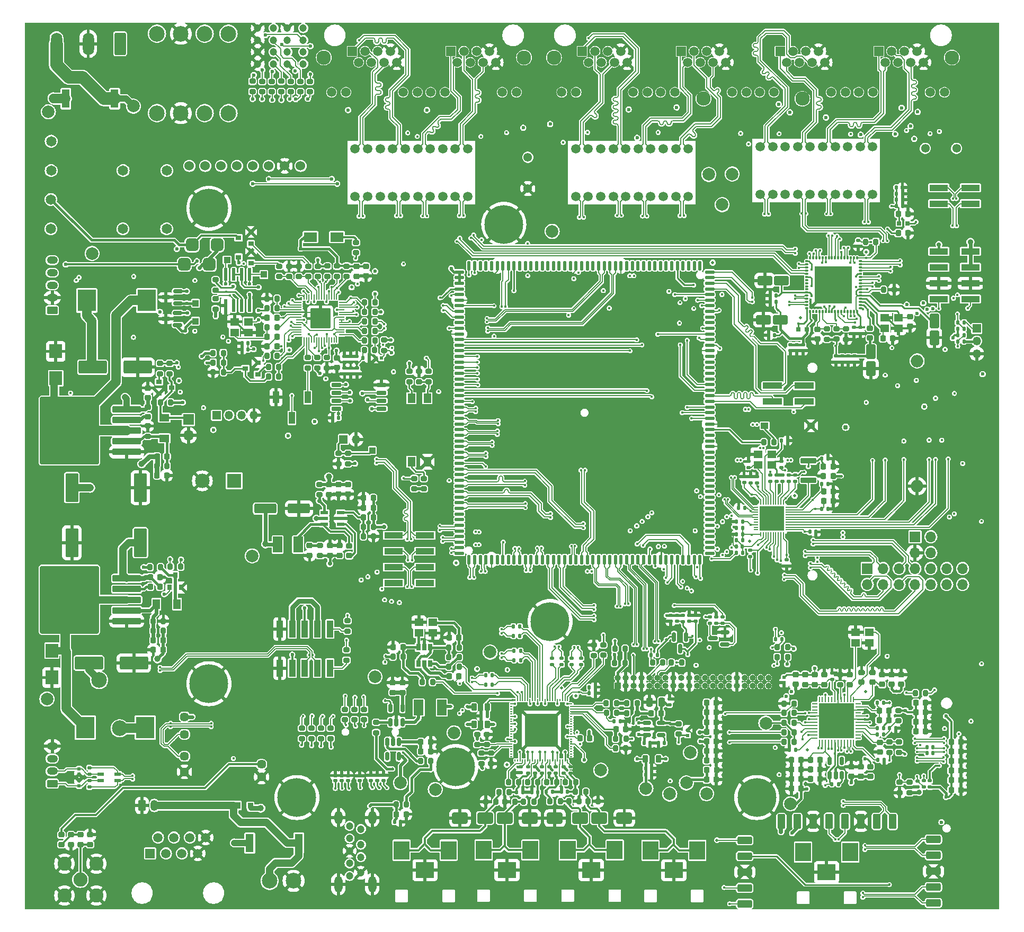
<source format=gtl>
G04 #@! TF.GenerationSoftware,KiCad,Pcbnew,8.0.0-rc1*
G04 #@! TF.CreationDate,2024-04-08T12:56:38+03:00*
G04 #@! TF.ProjectId,MXVR_3566,4d585652-5f33-4353-9636-2e6b69636164,REV1*
G04 #@! TF.SameCoordinates,Original*
G04 #@! TF.FileFunction,Copper,L1,Top*
G04 #@! TF.FilePolarity,Positive*
%FSLAX46Y46*%
G04 Gerber Fmt 4.6, Leading zero omitted, Abs format (unit mm)*
G04 Created by KiCad (PCBNEW 8.0.0-rc1) date 2024-04-08 12:56:38*
%MOMM*%
%LPD*%
G01*
G04 APERTURE LIST*
G04 Aperture macros list*
%AMRoundRect*
0 Rectangle with rounded corners*
0 $1 Rounding radius*
0 $2 $3 $4 $5 $6 $7 $8 $9 X,Y pos of 4 corners*
0 Add a 4 corners polygon primitive as box body*
4,1,4,$2,$3,$4,$5,$6,$7,$8,$9,$2,$3,0*
0 Add four circle primitives for the rounded corners*
1,1,$1+$1,$2,$3*
1,1,$1+$1,$4,$5*
1,1,$1+$1,$6,$7*
1,1,$1+$1,$8,$9*
0 Add four rect primitives between the rounded corners*
20,1,$1+$1,$2,$3,$4,$5,0*
20,1,$1+$1,$4,$5,$6,$7,0*
20,1,$1+$1,$6,$7,$8,$9,0*
20,1,$1+$1,$8,$9,$2,$3,0*%
%AMFreePoly0*
4,1,12,-0.135000,0.225000,0.135000,0.225000,0.135000,-0.090000,0.124724,-0.141662,0.095459,-0.185459,0.051662,-0.214724,0.000000,-0.225000,-0.051662,-0.214724,-0.095459,-0.185459,-0.124724,-0.141662,-0.135000,-0.090000,-0.135000,0.225000,-0.135000,0.225000,$1*%
%AMFreePoly1*
4,1,5,3.000000,-3.000000,-3.000000,-3.000000,-3.000000,3.000000,3.000000,3.000000,3.000000,-3.000000,3.000000,-3.000000,$1*%
G04 Aperture macros list end*
G04 #@! TA.AperFunction,SMDPad,CuDef*
%ADD10RoundRect,0.200000X0.200000X0.275000X-0.200000X0.275000X-0.200000X-0.275000X0.200000X-0.275000X0*%
G04 #@! TD*
G04 #@! TA.AperFunction,ComponentPad*
%ADD11R,1.350000X1.350000*%
G04 #@! TD*
G04 #@! TA.AperFunction,ComponentPad*
%ADD12O,1.350000X1.350000*%
G04 #@! TD*
G04 #@! TA.AperFunction,SMDPad,CuDef*
%ADD13RoundRect,0.140000X0.140000X0.170000X-0.140000X0.170000X-0.140000X-0.170000X0.140000X-0.170000X0*%
G04 #@! TD*
G04 #@! TA.AperFunction,SMDPad,CuDef*
%ADD14RoundRect,0.135000X-0.135000X-0.185000X0.135000X-0.185000X0.135000X0.185000X-0.135000X0.185000X0*%
G04 #@! TD*
G04 #@! TA.AperFunction,SMDPad,CuDef*
%ADD15RoundRect,0.135000X0.185000X-0.135000X0.185000X0.135000X-0.185000X0.135000X-0.185000X-0.135000X0*%
G04 #@! TD*
G04 #@! TA.AperFunction,SMDPad,CuDef*
%ADD16RoundRect,0.200000X-0.275000X0.200000X-0.275000X-0.200000X0.275000X-0.200000X0.275000X0.200000X0*%
G04 #@! TD*
G04 #@! TA.AperFunction,SMDPad,CuDef*
%ADD17RoundRect,0.200000X0.275000X-0.200000X0.275000X0.200000X-0.275000X0.200000X-0.275000X-0.200000X0*%
G04 #@! TD*
G04 #@! TA.AperFunction,SMDPad,CuDef*
%ADD18RoundRect,0.250001X-0.499999X0.924999X-0.499999X-0.924999X0.499999X-0.924999X0.499999X0.924999X0*%
G04 #@! TD*
G04 #@! TA.AperFunction,ComponentPad*
%ADD19C,1.500000*%
G04 #@! TD*
G04 #@! TA.AperFunction,SMDPad,CuDef*
%ADD20RoundRect,0.225000X-0.225000X-0.250000X0.225000X-0.250000X0.225000X0.250000X-0.225000X0.250000X0*%
G04 #@! TD*
G04 #@! TA.AperFunction,SMDPad,CuDef*
%ADD21RoundRect,0.135000X0.135000X0.185000X-0.135000X0.185000X-0.135000X-0.185000X0.135000X-0.185000X0*%
G04 #@! TD*
G04 #@! TA.AperFunction,ComponentPad*
%ADD22C,0.900000*%
G04 #@! TD*
G04 #@! TA.AperFunction,ComponentPad*
%ADD23C,6.200000*%
G04 #@! TD*
G04 #@! TA.AperFunction,SMDPad,CuDef*
%ADD24R,1.000000X1.000000*%
G04 #@! TD*
G04 #@! TA.AperFunction,ComponentPad*
%ADD25C,1.381000*%
G04 #@! TD*
G04 #@! TA.AperFunction,SMDPad,CuDef*
%ADD26RoundRect,0.250000X-1.000000X-0.650000X1.000000X-0.650000X1.000000X0.650000X-1.000000X0.650000X0*%
G04 #@! TD*
G04 #@! TA.AperFunction,SMDPad,CuDef*
%ADD27R,1.150000X1.650000*%
G04 #@! TD*
G04 #@! TA.AperFunction,SMDPad,CuDef*
%ADD28RoundRect,0.140000X-0.170000X0.140000X-0.170000X-0.140000X0.170000X-0.140000X0.170000X0.140000X0*%
G04 #@! TD*
G04 #@! TA.AperFunction,SMDPad,CuDef*
%ADD29RoundRect,0.062500X0.062500X-0.375000X0.062500X0.375000X-0.062500X0.375000X-0.062500X-0.375000X0*%
G04 #@! TD*
G04 #@! TA.AperFunction,SMDPad,CuDef*
%ADD30RoundRect,0.062500X0.375000X-0.062500X0.375000X0.062500X-0.375000X0.062500X-0.375000X-0.062500X0*%
G04 #@! TD*
G04 #@! TA.AperFunction,SMDPad,CuDef*
%ADD31R,5.600000X5.600000*%
G04 #@! TD*
G04 #@! TA.AperFunction,SMDPad,CuDef*
%ADD32R,1.300000X3.000000*%
G04 #@! TD*
G04 #@! TA.AperFunction,SMDPad,CuDef*
%ADD33R,0.650000X0.700000*%
G04 #@! TD*
G04 #@! TA.AperFunction,SMDPad,CuDef*
%ADD34RoundRect,0.200000X-0.200000X-0.275000X0.200000X-0.275000X0.200000X0.275000X-0.200000X0.275000X0*%
G04 #@! TD*
G04 #@! TA.AperFunction,SMDPad,CuDef*
%ADD35RoundRect,0.250000X1.000000X0.650000X-1.000000X0.650000X-1.000000X-0.650000X1.000000X-0.650000X0*%
G04 #@! TD*
G04 #@! TA.AperFunction,SMDPad,CuDef*
%ADD36RoundRect,0.218750X0.218750X0.256250X-0.218750X0.256250X-0.218750X-0.256250X0.218750X-0.256250X0*%
G04 #@! TD*
G04 #@! TA.AperFunction,ComponentPad*
%ADD37R,2.310000X2.310000*%
G04 #@! TD*
G04 #@! TA.AperFunction,ComponentPad*
%ADD38C,2.310000*%
G04 #@! TD*
G04 #@! TA.AperFunction,SMDPad,CuDef*
%ADD39RoundRect,0.225000X0.225000X0.250000X-0.225000X0.250000X-0.225000X-0.250000X0.225000X-0.250000X0*%
G04 #@! TD*
G04 #@! TA.AperFunction,ComponentPad*
%ADD40C,1.200000*%
G04 #@! TD*
G04 #@! TA.AperFunction,SMDPad,CuDef*
%ADD41R,1.400000X1.200000*%
G04 #@! TD*
G04 #@! TA.AperFunction,ComponentPad*
%ADD42RoundRect,0.250000X0.625000X-0.350000X0.625000X0.350000X-0.625000X0.350000X-0.625000X-0.350000X0*%
G04 #@! TD*
G04 #@! TA.AperFunction,ComponentPad*
%ADD43O,1.750000X1.200000*%
G04 #@! TD*
G04 #@! TA.AperFunction,SMDPad,CuDef*
%ADD44RoundRect,0.225000X-0.250000X0.225000X-0.250000X-0.225000X0.250000X-0.225000X0.250000X0.225000X0*%
G04 #@! TD*
G04 #@! TA.AperFunction,SMDPad,CuDef*
%ADD45RoundRect,0.147500X-0.147500X-0.172500X0.147500X-0.172500X0.147500X0.172500X-0.147500X0.172500X0*%
G04 #@! TD*
G04 #@! TA.AperFunction,SMDPad,CuDef*
%ADD46R,0.650000X1.125000*%
G04 #@! TD*
G04 #@! TA.AperFunction,SMDPad,CuDef*
%ADD47RoundRect,0.140000X0.170000X-0.140000X0.170000X0.140000X-0.170000X0.140000X-0.170000X-0.140000X0*%
G04 #@! TD*
G04 #@! TA.AperFunction,ComponentPad*
%ADD48C,2.000000*%
G04 #@! TD*
G04 #@! TA.AperFunction,SMDPad,CuDef*
%ADD49RoundRect,0.225000X0.250000X-0.225000X0.250000X0.225000X-0.250000X0.225000X-0.250000X-0.225000X0*%
G04 #@! TD*
G04 #@! TA.AperFunction,SMDPad,CuDef*
%ADD50R,0.900000X0.800000*%
G04 #@! TD*
G04 #@! TA.AperFunction,SMDPad,CuDef*
%ADD51C,0.500000*%
G04 #@! TD*
G04 #@! TA.AperFunction,SMDPad,CuDef*
%ADD52RoundRect,0.140000X-0.140000X-0.170000X0.140000X-0.170000X0.140000X0.170000X-0.140000X0.170000X0*%
G04 #@! TD*
G04 #@! TA.AperFunction,SMDPad,CuDef*
%ADD53R,0.800000X0.900000*%
G04 #@! TD*
G04 #@! TA.AperFunction,SMDPad,CuDef*
%ADD54RoundRect,0.135000X-0.185000X0.135000X-0.185000X-0.135000X0.185000X-0.135000X0.185000X0.135000X0*%
G04 #@! TD*
G04 #@! TA.AperFunction,SMDPad,CuDef*
%ADD55R,0.700000X0.200000*%
G04 #@! TD*
G04 #@! TA.AperFunction,SMDPad,CuDef*
%ADD56R,0.200000X0.700000*%
G04 #@! TD*
G04 #@! TA.AperFunction,SMDPad,CuDef*
%ADD57R,3.950000X3.950000*%
G04 #@! TD*
G04 #@! TA.AperFunction,ComponentPad*
%ADD58R,1.500000X1.500000*%
G04 #@! TD*
G04 #@! TA.AperFunction,ComponentPad*
%ADD59C,2.300000*%
G04 #@! TD*
G04 #@! TA.AperFunction,SMDPad,CuDef*
%ADD60RoundRect,0.150000X0.587500X0.150000X-0.587500X0.150000X-0.587500X-0.150000X0.587500X-0.150000X0*%
G04 #@! TD*
G04 #@! TA.AperFunction,SMDPad,CuDef*
%ADD61R,0.550000X0.600000*%
G04 #@! TD*
G04 #@! TA.AperFunction,SMDPad,CuDef*
%ADD62RoundRect,0.125000X0.175000X-0.125000X0.175000X0.125000X-0.175000X0.125000X-0.175000X-0.125000X0*%
G04 #@! TD*
G04 #@! TA.AperFunction,SMDPad,CuDef*
%ADD63R,0.600000X0.550000*%
G04 #@! TD*
G04 #@! TA.AperFunction,SMDPad,CuDef*
%ADD64RoundRect,0.218750X-0.256250X0.218750X-0.256250X-0.218750X0.256250X-0.218750X0.256250X0.218750X0*%
G04 #@! TD*
G04 #@! TA.AperFunction,SMDPad,CuDef*
%ADD65RoundRect,0.050000X-0.050000X0.387500X-0.050000X-0.387500X0.050000X-0.387500X0.050000X0.387500X0*%
G04 #@! TD*
G04 #@! TA.AperFunction,SMDPad,CuDef*
%ADD66RoundRect,0.050000X-0.387500X0.050000X-0.387500X-0.050000X0.387500X-0.050000X0.387500X0.050000X0*%
G04 #@! TD*
G04 #@! TA.AperFunction,ComponentPad*
%ADD67C,0.600000*%
G04 #@! TD*
G04 #@! TA.AperFunction,SMDPad,CuDef*
%ADD68RoundRect,0.144000X-1.456000X1.456000X-1.456000X-1.456000X1.456000X-1.456000X1.456000X1.456000X0*%
G04 #@! TD*
G04 #@! TA.AperFunction,SMDPad,CuDef*
%ADD69RoundRect,0.500000X-0.500000X-0.500000X0.500000X-0.500000X0.500000X0.500000X-0.500000X0.500000X0*%
G04 #@! TD*
G04 #@! TA.AperFunction,SMDPad,CuDef*
%ADD70RoundRect,0.500000X0.500000X0.500000X-0.500000X0.500000X-0.500000X-0.500000X0.500000X-0.500000X0*%
G04 #@! TD*
G04 #@! TA.AperFunction,SMDPad,CuDef*
%ADD71RoundRect,0.150000X0.150000X-0.512500X0.150000X0.512500X-0.150000X0.512500X-0.150000X-0.512500X0*%
G04 #@! TD*
G04 #@! TA.AperFunction,SMDPad,CuDef*
%ADD72R,2.170000X1.120000*%
G04 #@! TD*
G04 #@! TA.AperFunction,SMDPad,CuDef*
%ADD73R,0.850000X0.850000*%
G04 #@! TD*
G04 #@! TA.AperFunction,ComponentPad*
%ADD74C,1.650000*%
G04 #@! TD*
G04 #@! TA.AperFunction,SMDPad,CuDef*
%ADD75FreePoly0,0.000000*%
G04 #@! TD*
G04 #@! TA.AperFunction,SMDPad,CuDef*
%ADD76FreePoly0,90.000000*%
G04 #@! TD*
G04 #@! TA.AperFunction,SMDPad,CuDef*
%ADD77FreePoly0,180.000000*%
G04 #@! TD*
G04 #@! TA.AperFunction,SMDPad,CuDef*
%ADD78FreePoly0,270.000000*%
G04 #@! TD*
G04 #@! TA.AperFunction,SMDPad,CuDef*
%ADD79FreePoly1,0.000000*%
G04 #@! TD*
G04 #@! TA.AperFunction,SMDPad,CuDef*
%ADD80R,3.000000X1.000000*%
G04 #@! TD*
G04 #@! TA.AperFunction,ComponentPad*
%ADD81R,1.700000X1.700000*%
G04 #@! TD*
G04 #@! TA.AperFunction,ComponentPad*
%ADD82O,1.700000X1.700000*%
G04 #@! TD*
G04 #@! TA.AperFunction,SMDPad,CuDef*
%ADD83RoundRect,0.150000X-0.150000X0.587500X-0.150000X-0.587500X0.150000X-0.587500X0.150000X0.587500X0*%
G04 #@! TD*
G04 #@! TA.AperFunction,SMDPad,CuDef*
%ADD84RoundRect,0.147500X0.147500X0.172500X-0.147500X0.172500X-0.147500X-0.172500X0.147500X-0.172500X0*%
G04 #@! TD*
G04 #@! TA.AperFunction,SMDPad,CuDef*
%ADD85RoundRect,0.250001X0.799999X-2.049999X0.799999X2.049999X-0.799999X2.049999X-0.799999X-2.049999X0*%
G04 #@! TD*
G04 #@! TA.AperFunction,ComponentPad*
%ADD86C,2.250000*%
G04 #@! TD*
G04 #@! TA.AperFunction,SMDPad,CuDef*
%ADD87R,1.000000X2.750000*%
G04 #@! TD*
G04 #@! TA.AperFunction,SMDPad,CuDef*
%ADD88RoundRect,0.250001X-1.999999X-0.799999X1.999999X-0.799999X1.999999X0.799999X-1.999999X0.799999X0*%
G04 #@! TD*
G04 #@! TA.AperFunction,SMDPad,CuDef*
%ADD89RoundRect,0.041300X-0.253700X0.943700X-0.253700X-0.943700X0.253700X-0.943700X0.253700X0.943700X0*%
G04 #@! TD*
G04 #@! TA.AperFunction,SMDPad,CuDef*
%ADD90R,0.180000X0.400000*%
G04 #@! TD*
G04 #@! TA.AperFunction,SMDPad,CuDef*
%ADD91R,0.400000X0.180000*%
G04 #@! TD*
G04 #@! TA.AperFunction,SMDPad,CuDef*
%ADD92R,5.300000X5.300000*%
G04 #@! TD*
G04 #@! TA.AperFunction,SMDPad,CuDef*
%ADD93RoundRect,0.250001X-0.799999X2.049999X-0.799999X-2.049999X0.799999X-2.049999X0.799999X2.049999X0*%
G04 #@! TD*
G04 #@! TA.AperFunction,SMDPad,CuDef*
%ADD94RoundRect,0.250001X0.924999X0.499999X-0.924999X0.499999X-0.924999X-0.499999X0.924999X-0.499999X0*%
G04 #@! TD*
G04 #@! TA.AperFunction,SMDPad,CuDef*
%ADD95R,1.250000X1.500000*%
G04 #@! TD*
G04 #@! TA.AperFunction,SMDPad,CuDef*
%ADD96RoundRect,0.218750X0.256250X-0.218750X0.256250X0.218750X-0.256250X0.218750X-0.256250X-0.218750X0*%
G04 #@! TD*
G04 #@! TA.AperFunction,ComponentPad*
%ADD97R,1.000000X1.000000*%
G04 #@! TD*
G04 #@! TA.AperFunction,ComponentPad*
%ADD98O,1.000000X1.000000*%
G04 #@! TD*
G04 #@! TA.AperFunction,SMDPad,CuDef*
%ADD99RoundRect,0.250000X-1.500000X-0.550000X1.500000X-0.550000X1.500000X0.550000X-1.500000X0.550000X0*%
G04 #@! TD*
G04 #@! TA.AperFunction,SMDPad,CuDef*
%ADD100RoundRect,0.250000X2.050000X0.300000X-2.050000X0.300000X-2.050000X-0.300000X2.050000X-0.300000X0*%
G04 #@! TD*
G04 #@! TA.AperFunction,SMDPad,CuDef*
%ADD101RoundRect,0.250000X2.025000X2.375000X-2.025000X2.375000X-2.025000X-2.375000X2.025000X-2.375000X0*%
G04 #@! TD*
G04 #@! TA.AperFunction,SMDPad,CuDef*
%ADD102RoundRect,0.250002X4.449998X5.149998X-4.449998X5.149998X-4.449998X-5.149998X4.449998X-5.149998X0*%
G04 #@! TD*
G04 #@! TA.AperFunction,ComponentPad*
%ADD103RoundRect,0.250000X-0.350000X-0.625000X0.350000X-0.625000X0.350000X0.625000X-0.350000X0.625000X0*%
G04 #@! TD*
G04 #@! TA.AperFunction,ComponentPad*
%ADD104O,1.200000X1.750000*%
G04 #@! TD*
G04 #@! TA.AperFunction,SMDPad,CuDef*
%ADD105RoundRect,0.180000X1.070000X-0.270000X1.070000X0.270000X-1.070000X0.270000X-1.070000X-0.270000X0*%
G04 #@! TD*
G04 #@! TA.AperFunction,ComponentPad*
%ADD106C,2.500000*%
G04 #@! TD*
G04 #@! TA.AperFunction,SMDPad,CuDef*
%ADD107RoundRect,0.218750X0.218750X0.381250X-0.218750X0.381250X-0.218750X-0.381250X0.218750X-0.381250X0*%
G04 #@! TD*
G04 #@! TA.AperFunction,SMDPad,CuDef*
%ADD108R,1.050000X0.600000*%
G04 #@! TD*
G04 #@! TA.AperFunction,SMDPad,CuDef*
%ADD109R,1.500000X2.500000*%
G04 #@! TD*
G04 #@! TA.AperFunction,ComponentPad*
%ADD110O,2.000000X2.000000*%
G04 #@! TD*
G04 #@! TA.AperFunction,SMDPad,CuDef*
%ADD111R,3.000000X3.500000*%
G04 #@! TD*
G04 #@! TA.AperFunction,SMDPad,CuDef*
%ADD112RoundRect,0.312500X0.887500X0.312500X-0.887500X0.312500X-0.887500X-0.312500X0.887500X-0.312500X0*%
G04 #@! TD*
G04 #@! TA.AperFunction,SMDPad,CuDef*
%ADD113RoundRect,0.312500X-0.312500X0.887500X-0.312500X-0.887500X0.312500X-0.887500X0.312500X0.887500X0*%
G04 #@! TD*
G04 #@! TA.AperFunction,SMDPad,CuDef*
%ADD114RoundRect,0.218750X-0.218750X-0.381250X0.218750X-0.381250X0.218750X0.381250X-0.218750X0.381250X0*%
G04 #@! TD*
G04 #@! TA.AperFunction,SMDPad,CuDef*
%ADD115RoundRect,0.150000X0.650000X0.150000X-0.650000X0.150000X-0.650000X-0.150000X0.650000X-0.150000X0*%
G04 #@! TD*
G04 #@! TA.AperFunction,ComponentPad*
%ADD116RoundRect,0.250000X0.650000X1.550000X-0.650000X1.550000X-0.650000X-1.550000X0.650000X-1.550000X0*%
G04 #@! TD*
G04 #@! TA.AperFunction,ComponentPad*
%ADD117O,1.800000X3.600000*%
G04 #@! TD*
G04 #@! TA.AperFunction,SMDPad,CuDef*
%ADD118RoundRect,0.125000X-0.625000X-0.125000X0.625000X-0.125000X0.625000X0.125000X-0.625000X0.125000X0*%
G04 #@! TD*
G04 #@! TA.AperFunction,SMDPad,CuDef*
%ADD119RoundRect,0.125000X0.125000X-0.625000X0.125000X0.625000X-0.125000X0.625000X-0.125000X-0.625000X0*%
G04 #@! TD*
G04 #@! TA.AperFunction,SMDPad,CuDef*
%ADD120RoundRect,0.125000X0.625000X0.125000X-0.625000X0.125000X-0.625000X-0.125000X0.625000X-0.125000X0*%
G04 #@! TD*
G04 #@! TA.AperFunction,SMDPad,CuDef*
%ADD121RoundRect,0.125000X-0.125000X0.625000X-0.125000X-0.625000X0.125000X-0.625000X0.125000X0.625000X0*%
G04 #@! TD*
G04 #@! TA.AperFunction,SMDPad,CuDef*
%ADD122R,1.000000X1.900000*%
G04 #@! TD*
G04 #@! TA.AperFunction,SMDPad,CuDef*
%ADD123R,1.200000X1.000000*%
G04 #@! TD*
G04 #@! TA.AperFunction,SMDPad,CuDef*
%ADD124RoundRect,0.250000X0.250000X0.475000X-0.250000X0.475000X-0.250000X-0.475000X0.250000X-0.475000X0*%
G04 #@! TD*
G04 #@! TA.AperFunction,SMDPad,CuDef*
%ADD125R,3.150000X1.000000*%
G04 #@! TD*
G04 #@! TA.AperFunction,SMDPad,CuDef*
%ADD126R,1.200000X0.600000*%
G04 #@! TD*
G04 #@! TA.AperFunction,SMDPad,CuDef*
%ADD127RoundRect,0.150000X-0.150000X0.512500X-0.150000X-0.512500X0.150000X-0.512500X0.150000X0.512500X0*%
G04 #@! TD*
G04 #@! TA.AperFunction,SMDPad,CuDef*
%ADD128RoundRect,0.150000X-0.512500X-0.150000X0.512500X-0.150000X0.512500X0.150000X-0.512500X0.150000X0*%
G04 #@! TD*
G04 #@! TA.AperFunction,SMDPad,CuDef*
%ADD129RoundRect,0.500000X-0.200000X-0.150000X0.200000X-0.150000X0.200000X0.150000X-0.200000X0.150000X0*%
G04 #@! TD*
G04 #@! TA.AperFunction,SMDPad,CuDef*
%ADD130R,2.050000X2.250000*%
G04 #@! TD*
G04 #@! TA.AperFunction,SMDPad,CuDef*
%ADD131R,2.120000X1.500000*%
G04 #@! TD*
G04 #@! TA.AperFunction,SMDPad,CuDef*
%ADD132R,1.650000X1.150000*%
G04 #@! TD*
G04 #@! TA.AperFunction,ComponentPad*
%ADD133R,2.500000X3.000000*%
G04 #@! TD*
G04 #@! TA.AperFunction,ComponentPad*
%ADD134R,3.000000X2.500000*%
G04 #@! TD*
G04 #@! TA.AperFunction,ComponentPad*
%ADD135O,3.200000X2.000000*%
G04 #@! TD*
G04 #@! TA.AperFunction,ComponentPad*
%ADD136O,1.300000X2.100000*%
G04 #@! TD*
G04 #@! TA.AperFunction,ComponentPad*
%ADD137O,1.300000X2.600000*%
G04 #@! TD*
G04 #@! TA.AperFunction,ComponentPad*
%ADD138C,1.524000*%
G04 #@! TD*
G04 #@! TA.AperFunction,ViaPad*
%ADD139C,0.800000*%
G04 #@! TD*
G04 #@! TA.AperFunction,ViaPad*
%ADD140C,0.400000*%
G04 #@! TD*
G04 #@! TA.AperFunction,ViaPad*
%ADD141C,0.600000*%
G04 #@! TD*
G04 #@! TA.AperFunction,ViaPad*
%ADD142C,1.500000*%
G04 #@! TD*
G04 #@! TA.AperFunction,ViaPad*
%ADD143C,1.200000*%
G04 #@! TD*
G04 #@! TA.AperFunction,ViaPad*
%ADD144C,1.000000*%
G04 #@! TD*
G04 #@! TA.AperFunction,ViaPad*
%ADD145C,0.508000*%
G04 #@! TD*
G04 #@! TA.AperFunction,ViaPad*
%ADD146C,2.500000*%
G04 #@! TD*
G04 #@! TA.AperFunction,ViaPad*
%ADD147C,0.650000*%
G04 #@! TD*
G04 #@! TA.AperFunction,ViaPad*
%ADD148C,0.700000*%
G04 #@! TD*
G04 #@! TA.AperFunction,ViaPad*
%ADD149C,0.900000*%
G04 #@! TD*
G04 #@! TA.AperFunction,ViaPad*
%ADD150C,0.781000*%
G04 #@! TD*
G04 #@! TA.AperFunction,ViaPad*
%ADD151C,0.500000*%
G04 #@! TD*
G04 #@! TA.AperFunction,ViaPad*
%ADD152C,0.457000*%
G04 #@! TD*
G04 #@! TA.AperFunction,Conductor*
%ADD153C,0.300000*%
G04 #@! TD*
G04 #@! TA.AperFunction,Conductor*
%ADD154C,0.500000*%
G04 #@! TD*
G04 #@! TA.AperFunction,Conductor*
%ADD155C,0.200000*%
G04 #@! TD*
G04 #@! TA.AperFunction,Conductor*
%ADD156C,0.254000*%
G04 #@! TD*
G04 #@! TA.AperFunction,Conductor*
%ADD157C,0.350000*%
G04 #@! TD*
G04 #@! TA.AperFunction,Conductor*
%ADD158C,0.381000*%
G04 #@! TD*
G04 #@! TA.AperFunction,Conductor*
%ADD159C,1.000000*%
G04 #@! TD*
G04 #@! TA.AperFunction,Conductor*
%ADD160C,0.762000*%
G04 #@! TD*
G04 #@! TA.AperFunction,Conductor*
%ADD161C,1.500000*%
G04 #@! TD*
G04 #@! TA.AperFunction,Conductor*
%ADD162C,1.200000*%
G04 #@! TD*
G04 #@! TA.AperFunction,Conductor*
%ADD163C,0.800000*%
G04 #@! TD*
G04 #@! TA.AperFunction,Conductor*
%ADD164C,0.400000*%
G04 #@! TD*
G04 #@! TA.AperFunction,Conductor*
%ADD165C,0.600000*%
G04 #@! TD*
G04 #@! TA.AperFunction,Conductor*
%ADD166C,0.150000*%
G04 #@! TD*
G04 #@! TA.AperFunction,Conductor*
%ADD167C,2.000000*%
G04 #@! TD*
G04 #@! TA.AperFunction,Conductor*
%ADD168C,0.168300*%
G04 #@! TD*
G04 #@! TA.AperFunction,Conductor*
%ADD169C,0.127000*%
G04 #@! TD*
G04 #@! TA.AperFunction,Conductor*
%ADD170C,0.450000*%
G04 #@! TD*
G04 #@! TA.AperFunction,Conductor*
%ADD171C,0.508000*%
G04 #@! TD*
G04 #@! TA.AperFunction,Conductor*
%ADD172C,0.700000*%
G04 #@! TD*
G04 #@! TA.AperFunction,Conductor*
%ADD173C,0.635000*%
G04 #@! TD*
G04 #@! TA.AperFunction,Conductor*
%ADD174C,0.380000*%
G04 #@! TD*
G04 #@! TA.AperFunction,Conductor*
%ADD175C,0.152000*%
G04 #@! TD*
G04 #@! TA.AperFunction,Conductor*
%ADD176C,0.203000*%
G04 #@! TD*
G04 #@! TA.AperFunction,Conductor*
%ADD177C,0.440000*%
G04 #@! TD*
G04 #@! TA.AperFunction,Conductor*
%ADD178C,0.180000*%
G04 #@! TD*
G04 #@! TA.AperFunction,Conductor*
%ADD179C,0.356000*%
G04 #@! TD*
G04 #@! TA.AperFunction,Conductor*
%ADD180C,0.320000*%
G04 #@! TD*
G04 #@! TA.AperFunction,Conductor*
%ADD181C,0.145600*%
G04 #@! TD*
G04 #@! TA.AperFunction,Conductor*
%ADD182C,0.176000*%
G04 #@! TD*
G04 #@! TA.AperFunction,Conductor*
%ADD183C,0.182770*%
G04 #@! TD*
G04 #@! TA.AperFunction,Conductor*
%ADD184C,0.135500*%
G04 #@! TD*
G04 APERTURE END LIST*
D10*
X112475000Y-143700000D03*
X110825000Y-143700000D03*
D11*
X199730000Y-74560000D03*
D12*
X199730000Y-76560000D03*
X199730000Y-78560000D03*
D10*
X103535000Y-76515000D03*
X101885000Y-76515000D03*
D13*
X83260000Y-77900000D03*
X82300000Y-77900000D03*
D14*
X169760000Y-141890000D03*
X170780000Y-141890000D03*
D15*
X170730000Y-98980000D03*
X170730000Y-97960000D03*
D13*
X83260000Y-76910000D03*
X82300000Y-76910000D03*
D16*
X93400000Y-138475000D03*
X93400000Y-140125000D03*
D17*
X89810000Y-66250000D03*
X89810000Y-64600000D03*
D14*
X147660000Y-126730000D03*
X148680000Y-126730000D03*
D18*
X182815000Y-78295000D03*
X182815000Y-80945000D03*
D19*
X100390000Y-53470000D03*
X102390000Y-53470000D03*
X104390000Y-53470000D03*
X106390000Y-53470000D03*
X108390000Y-53470000D03*
X110390000Y-53470000D03*
X112390000Y-53470000D03*
X114390000Y-53470000D03*
X116390000Y-53470000D03*
X118390000Y-53470000D03*
X118390000Y-45850000D03*
X116390000Y-45850000D03*
X114390000Y-45850000D03*
X112390000Y-45850000D03*
X110390000Y-45850000D03*
X108390000Y-45850000D03*
X106390000Y-45850000D03*
X104390000Y-45850000D03*
X102390000Y-45850000D03*
X100390000Y-45850000D03*
D13*
X138750000Y-132890000D03*
X137790000Y-132890000D03*
D20*
X156580000Y-142100000D03*
X158130000Y-142100000D03*
D21*
X184855000Y-138475000D03*
X183835000Y-138475000D03*
D22*
X128940000Y-121400000D03*
X129690000Y-119550000D03*
X129690000Y-123250000D03*
X131540000Y-118800000D03*
D23*
X131540000Y-121400000D03*
D22*
X131540000Y-124000000D03*
X133390000Y-119550000D03*
X133390000Y-123250000D03*
X134140000Y-121400000D03*
D24*
X74850000Y-73390000D03*
D16*
X98770000Y-135455000D03*
X98770000Y-137105000D03*
D17*
X91345000Y-66250000D03*
X91345000Y-64600000D03*
D16*
X97730000Y-94517500D03*
X97730000Y-96167500D03*
D25*
X127980000Y-52180000D03*
X127980000Y-47180000D03*
D10*
X72485000Y-112620000D03*
X70835000Y-112620000D03*
D20*
X68130000Y-124420000D03*
X69680000Y-124420000D03*
D26*
X132302500Y-152840000D03*
X136302500Y-152840000D03*
D10*
X142165000Y-134500000D03*
X140515000Y-134500000D03*
D17*
X99020000Y-127585000D03*
X99020000Y-125935000D03*
D27*
X68617500Y-118625000D03*
X71917500Y-118625000D03*
D28*
X169340000Y-111550000D03*
X169340000Y-112510000D03*
D29*
X174560000Y-140722500D03*
X175060000Y-140722500D03*
X175560000Y-140722500D03*
X176060000Y-140722500D03*
X176560000Y-140722500D03*
X177060000Y-140722500D03*
X177560000Y-140722500D03*
X178060000Y-140722500D03*
X178560000Y-140722500D03*
X179060000Y-140722500D03*
X179560000Y-140722500D03*
X180060000Y-140722500D03*
D30*
X180747500Y-140035000D03*
X180747500Y-139535000D03*
X180747500Y-139035000D03*
X180747500Y-138535000D03*
X180747500Y-138035000D03*
X180747500Y-137535000D03*
X180747500Y-137035000D03*
X180747500Y-136535000D03*
X180747500Y-136035000D03*
X180747500Y-135535000D03*
X180747500Y-135035000D03*
X180747500Y-134535000D03*
D29*
X180060000Y-133847500D03*
X179560000Y-133847500D03*
X179060000Y-133847500D03*
X178560000Y-133847500D03*
X178060000Y-133847500D03*
X177560000Y-133847500D03*
X177060000Y-133847500D03*
X176560000Y-133847500D03*
X176060000Y-133847500D03*
X175560000Y-133847500D03*
X175060000Y-133847500D03*
X174560000Y-133847500D03*
D30*
X173872500Y-134535000D03*
X173872500Y-135035000D03*
X173872500Y-135535000D03*
X173872500Y-136035000D03*
X173872500Y-136535000D03*
X173872500Y-137035000D03*
X173872500Y-137535000D03*
X173872500Y-138035000D03*
X173872500Y-138535000D03*
X173872500Y-139035000D03*
X173872500Y-139535000D03*
X173872500Y-140035000D03*
D31*
X177310000Y-137285000D03*
D20*
X68130000Y-125950000D03*
X69680000Y-125950000D03*
D32*
X83540000Y-156820000D03*
X91340000Y-156820000D03*
D33*
X171245000Y-74730000D03*
X172595000Y-74730000D03*
D34*
X111105000Y-131060000D03*
X112755000Y-131060000D03*
D35*
X128300000Y-152830000D03*
X124300000Y-152830000D03*
D15*
X57910000Y-147880000D03*
X57910000Y-146860000D03*
D14*
X161330000Y-106440000D03*
X162350000Y-106440000D03*
D17*
X88570000Y-36675000D03*
X88570000Y-35025000D03*
D28*
X128020000Y-144650000D03*
X128020000Y-145610000D03*
D17*
X91610000Y-36685000D03*
X91610000Y-35035000D03*
D36*
X137887500Y-140100000D03*
X136312500Y-140100000D03*
D37*
X81042500Y-98902500D03*
D38*
X75962500Y-98902500D03*
D39*
X87885000Y-77370000D03*
X86335000Y-77370000D03*
D18*
X192940000Y-73360000D03*
X192940000Y-76010000D03*
D20*
X156575000Y-135945000D03*
X158125000Y-135945000D03*
D28*
X190240000Y-146880000D03*
X190240000Y-147840000D03*
D40*
X89550000Y-26540000D03*
X92090000Y-26540000D03*
X89550000Y-28440000D03*
X92090000Y-28440000D03*
X89550000Y-30340000D03*
X92090000Y-30340000D03*
X89550000Y-32240000D03*
X92090000Y-32240000D03*
D41*
X166960000Y-94650000D03*
X164760000Y-94650000D03*
X164760000Y-96350000D03*
X166960000Y-96350000D03*
D10*
X133160000Y-150160000D03*
X131510000Y-150160000D03*
D15*
X169730000Y-98990000D03*
X169730000Y-97970000D03*
D14*
X121265000Y-129980000D03*
X122285000Y-129980000D03*
D42*
X51980000Y-147320000D03*
D43*
X51980000Y-145320000D03*
X51980000Y-143320000D03*
X51980000Y-141320000D03*
D44*
X189050000Y-72680000D03*
X189050000Y-74230000D03*
D34*
X101885000Y-70415000D03*
X103535000Y-70415000D03*
D21*
X197700000Y-76610000D03*
X196680000Y-76610000D03*
D10*
X137245000Y-148640000D03*
X135595000Y-148640000D03*
D17*
X112130000Y-83060000D03*
X112130000Y-81410000D03*
D45*
X133352500Y-148650000D03*
X134322500Y-148650000D03*
D39*
X70280000Y-94985000D03*
X68730000Y-94985000D03*
D46*
X112370000Y-125490000D03*
X111420000Y-125490000D03*
X110470000Y-125490000D03*
X110470000Y-128114000D03*
X111420000Y-128114000D03*
X112370000Y-128114000D03*
D14*
X125790000Y-126080000D03*
X126810000Y-126080000D03*
D47*
X162540000Y-99190000D03*
X162540000Y-98230000D03*
D39*
X171657500Y-146595000D03*
X170107500Y-146595000D03*
D13*
X162290000Y-107440000D03*
X161330000Y-107440000D03*
D48*
X64940000Y-39000000D03*
D28*
X134770000Y-144650000D03*
X134770000Y-145610000D03*
D49*
X179387500Y-131480000D03*
X179387500Y-129930000D03*
D50*
X83750000Y-64090000D03*
X83750000Y-62190000D03*
X81750000Y-63140000D03*
D51*
X182090000Y-62300000D03*
D10*
X117015000Y-128630000D03*
X115365000Y-128630000D03*
D52*
X146820000Y-144850000D03*
X147780000Y-144850000D03*
D40*
X84810000Y-26540000D03*
X87350000Y-26540000D03*
X84810000Y-28440000D03*
X87350000Y-28440000D03*
X84810000Y-30340000D03*
X87350000Y-30340000D03*
X84810000Y-32240000D03*
X87350000Y-32240000D03*
D34*
X134520000Y-150160000D03*
X136170000Y-150160000D03*
D20*
X106465000Y-125480000D03*
X108015000Y-125480000D03*
D53*
X70680000Y-115970000D03*
X72580000Y-115970000D03*
X71630000Y-113970000D03*
D10*
X103535000Y-71910000D03*
X101885000Y-71910000D03*
D20*
X101722500Y-103208750D03*
X103272500Y-103208750D03*
D39*
X171662500Y-143545000D03*
X170112500Y-143545000D03*
D52*
X174960000Y-103420000D03*
X175920000Y-103420000D03*
D20*
X173132500Y-146595000D03*
X174682500Y-146595000D03*
X67650000Y-115850000D03*
X69200000Y-115850000D03*
D13*
X167670000Y-70280000D03*
X166710000Y-70280000D03*
D48*
X150670000Y-148990000D03*
D10*
X103535000Y-74965000D03*
X101885000Y-74965000D03*
D16*
X109820000Y-98535000D03*
X109820000Y-100185000D03*
D54*
X176595000Y-129640000D03*
X176595000Y-130660000D03*
D49*
X173815000Y-131470000D03*
X173815000Y-129920000D03*
D16*
X95890000Y-79210000D03*
X95890000Y-80860000D03*
D20*
X156585000Y-145150000D03*
X158135000Y-145150000D03*
X190025000Y-138990000D03*
X191575000Y-138990000D03*
D17*
X95975000Y-66225000D03*
X95975000Y-64575000D03*
D55*
X164460000Y-103130000D03*
X164460000Y-103530000D03*
X164460000Y-103930000D03*
X164460000Y-104330000D03*
X164460000Y-104730000D03*
X164460000Y-105130000D03*
X164460000Y-105530000D03*
X164460000Y-105930000D03*
X164460000Y-106330000D03*
X164460000Y-106730000D03*
D56*
X165210000Y-107480000D03*
X165610000Y-107480000D03*
X166010000Y-107480000D03*
X166410000Y-107480000D03*
X166810000Y-107480000D03*
X167210000Y-107480000D03*
X167610000Y-107480000D03*
X168010000Y-107480000D03*
X168410000Y-107480000D03*
X168810000Y-107480000D03*
D55*
X169560000Y-106730000D03*
X169560000Y-106330000D03*
X169560000Y-105930000D03*
X169560000Y-105530000D03*
X169560000Y-105130000D03*
X169560000Y-104730000D03*
X169560000Y-104330000D03*
X169560000Y-103930000D03*
X169560000Y-103530000D03*
X169560000Y-103130000D03*
D56*
X168810000Y-102380000D03*
X168410000Y-102380000D03*
X168010000Y-102380000D03*
X167610000Y-102380000D03*
X167210000Y-102380000D03*
X166810000Y-102380000D03*
X166410000Y-102380000D03*
X166010000Y-102380000D03*
X165610000Y-102380000D03*
X165210000Y-102380000D03*
D57*
X167010000Y-104930000D03*
D20*
X156570000Y-137485000D03*
X158120000Y-137485000D03*
D48*
X107620000Y-147190000D03*
D51*
X124630000Y-144290000D03*
D34*
X167850000Y-127065000D03*
X169500000Y-127065000D03*
D52*
X186890000Y-52010000D03*
X187850000Y-52010000D03*
D58*
X99910000Y-30210000D03*
X115710000Y-30210000D03*
D19*
X100930000Y-31990000D03*
X116730000Y-31990000D03*
X101950000Y-30210000D03*
X117750000Y-30210000D03*
X102970000Y-31990000D03*
X118770000Y-31990000D03*
X103990000Y-30210000D03*
X119790000Y-30210000D03*
X105010000Y-31990000D03*
X120810000Y-31990000D03*
X106030000Y-30210000D03*
X121830000Y-30210000D03*
X107050000Y-31990000D03*
X122850000Y-31990000D03*
X98920000Y-36800000D03*
X96630000Y-36800000D03*
X110350000Y-36800000D03*
X108060000Y-36800000D03*
X114730000Y-36800000D03*
X112440000Y-36800000D03*
X126160000Y-36800000D03*
X123870000Y-36800000D03*
D59*
X127380000Y-31230000D03*
X95380000Y-31230000D03*
D48*
X139660000Y-145170000D03*
D16*
X100300000Y-135455000D03*
X100300000Y-137105000D03*
D44*
X100575000Y-64640000D03*
X100575000Y-66190000D03*
D34*
X106415000Y-127000000D03*
X108065000Y-127000000D03*
D28*
X181120000Y-74400000D03*
X181120000Y-75360000D03*
D48*
X156910000Y-49920000D03*
D13*
X167670000Y-69300000D03*
X166710000Y-69300000D03*
D10*
X79335000Y-79990000D03*
X77685000Y-79990000D03*
D60*
X72027500Y-73990000D03*
X72027500Y-72090000D03*
X70152500Y-73040000D03*
D17*
X85520000Y-36695000D03*
X85520000Y-35045000D03*
D16*
X120580000Y-142455000D03*
X120580000Y-144105000D03*
D13*
X121490000Y-136470000D03*
X120530000Y-136470000D03*
D16*
X70720000Y-80145000D03*
X70720000Y-81795000D03*
D13*
X162260000Y-109420000D03*
X161300000Y-109420000D03*
D28*
X180140000Y-74400000D03*
X180140000Y-75360000D03*
D61*
X104567500Y-79300000D03*
X103717500Y-79300000D03*
D28*
X178230000Y-78960000D03*
X178230000Y-79920000D03*
D17*
X67240000Y-91795000D03*
X67240000Y-90145000D03*
D62*
X101100000Y-146860000D03*
X101100000Y-146060000D03*
D28*
X98695000Y-80860000D03*
X98695000Y-81820000D03*
D63*
X168952500Y-130325000D03*
X168952500Y-131175000D03*
D14*
X121265000Y-131510000D03*
X122285000Y-131510000D03*
D49*
X106397500Y-132740000D03*
X106397500Y-131190000D03*
X67230000Y-88660000D03*
X67230000Y-87110000D03*
D17*
X122100000Y-144105000D03*
X122100000Y-142455000D03*
D15*
X157110000Y-121650000D03*
X157110000Y-120630000D03*
D20*
X101735000Y-104738750D03*
X103285000Y-104738750D03*
D16*
X177867500Y-129885000D03*
X177867500Y-131535000D03*
D48*
X121970000Y-126290000D03*
D15*
X159120000Y-121660000D03*
X159120000Y-120640000D03*
D64*
X182720000Y-144592500D03*
X182720000Y-146167500D03*
D63*
X56280000Y-144972500D03*
X56280000Y-145822500D03*
D16*
X110590000Y-81410000D03*
X110590000Y-83060000D03*
D28*
X169970000Y-77150000D03*
X169970000Y-78110000D03*
D48*
X153310000Y-147210000D03*
D34*
X86525000Y-82240000D03*
X88175000Y-82240000D03*
D65*
X97420000Y-69522500D03*
X97020000Y-69522500D03*
X96620000Y-69522500D03*
X96220000Y-69522500D03*
X95820000Y-69522500D03*
X95420000Y-69522500D03*
X95020000Y-69522500D03*
X94620000Y-69522500D03*
X94220000Y-69522500D03*
X93820000Y-69522500D03*
X93420000Y-69522500D03*
X93020000Y-69522500D03*
X92620000Y-69522500D03*
X92220000Y-69522500D03*
D66*
X91382500Y-70360000D03*
X91382500Y-70760000D03*
X91382500Y-71160000D03*
X91382500Y-71560000D03*
X91382500Y-71960000D03*
X91382500Y-72360000D03*
X91382500Y-72760000D03*
X91382500Y-73160000D03*
X91382500Y-73560000D03*
X91382500Y-73960000D03*
X91382500Y-74360000D03*
X91382500Y-74760000D03*
X91382500Y-75160000D03*
X91382500Y-75560000D03*
D65*
X92220000Y-76397500D03*
X92620000Y-76397500D03*
X93020000Y-76397500D03*
X93420000Y-76397500D03*
X93820000Y-76397500D03*
X94220000Y-76397500D03*
X94620000Y-76397500D03*
X95020000Y-76397500D03*
X95420000Y-76397500D03*
X95820000Y-76397500D03*
X96220000Y-76397500D03*
X96620000Y-76397500D03*
X97020000Y-76397500D03*
X97420000Y-76397500D03*
D66*
X98257500Y-75560000D03*
X98257500Y-75160000D03*
X98257500Y-74760000D03*
X98257500Y-74360000D03*
X98257500Y-73960000D03*
X98257500Y-73560000D03*
X98257500Y-73160000D03*
X98257500Y-72760000D03*
X98257500Y-72360000D03*
X98257500Y-71960000D03*
X98257500Y-71560000D03*
X98257500Y-71160000D03*
X98257500Y-70760000D03*
X98257500Y-70360000D03*
D67*
X96095000Y-71685000D03*
X94820000Y-71685000D03*
X93545000Y-71685000D03*
X96095000Y-72960000D03*
X94820000Y-72960000D03*
D68*
X94820000Y-72960000D03*
D67*
X93545000Y-72960000D03*
X96095000Y-74235000D03*
X94820000Y-74235000D03*
X93545000Y-74235000D03*
D16*
X78060000Y-69795000D03*
X78060000Y-71445000D03*
D47*
X150620000Y-134740000D03*
X150620000Y-133780000D03*
D20*
X195660000Y-142170000D03*
X197210000Y-142170000D03*
D48*
X159040000Y-54750000D03*
D20*
X156575000Y-146660000D03*
X158125000Y-146660000D03*
D15*
X152800000Y-121420000D03*
X152800000Y-120400000D03*
D52*
X146560000Y-140800000D03*
X147520000Y-140800000D03*
D69*
X77084290Y-64290000D03*
D70*
X73084290Y-64290000D03*
D71*
X106030000Y-137507500D03*
X106980000Y-137507500D03*
X107930000Y-137507500D03*
X107930000Y-135232500D03*
X106030000Y-135232500D03*
D21*
X197690000Y-73580000D03*
X196670000Y-73580000D03*
D10*
X87935000Y-78900000D03*
X86285000Y-78900000D03*
D72*
X80960000Y-150830000D03*
D73*
X83640000Y-150830000D03*
D49*
X181330000Y-131075000D03*
X181330000Y-129525000D03*
D64*
X182670000Y-74492500D03*
X182670000Y-76067500D03*
D47*
X153810000Y-121380000D03*
X153810000Y-120420000D03*
D34*
X101865000Y-78035000D03*
X103515000Y-78035000D03*
X189925000Y-132860000D03*
X191575000Y-132860000D03*
D17*
X90090000Y-36685000D03*
X90090000Y-35035000D03*
D47*
X164600000Y-99210000D03*
X164600000Y-98250000D03*
D74*
X51800000Y-44610000D03*
X51800000Y-49310000D03*
X63300000Y-49310000D03*
X70300000Y-49310000D03*
D10*
X87935000Y-74340000D03*
X86285000Y-74340000D03*
D28*
X130240000Y-144650000D03*
X130240000Y-145610000D03*
D62*
X102890000Y-146820000D03*
X102890000Y-146020000D03*
D75*
X180590000Y-63300000D03*
X180090000Y-63300000D03*
X179590000Y-63300000D03*
X179090000Y-63300000D03*
X178590000Y-63300000D03*
X178090000Y-63300000D03*
X177590000Y-63300000D03*
X177090000Y-63300000D03*
X176590000Y-63300000D03*
X176090000Y-63300000D03*
X175590000Y-63300000D03*
X175090000Y-63300000D03*
X174590000Y-63300000D03*
X174090000Y-63300000D03*
X173590000Y-63300000D03*
X173090000Y-63300000D03*
D76*
X172590000Y-63800000D03*
X172590000Y-64300000D03*
X172590000Y-64800000D03*
X172590000Y-65300000D03*
X172590000Y-65800000D03*
X172590000Y-66300000D03*
X172590000Y-66800000D03*
X172590000Y-67300000D03*
X172590000Y-67800000D03*
X172590000Y-68300000D03*
X172590000Y-68800000D03*
X172590000Y-69300000D03*
X172590000Y-69800000D03*
X172590000Y-70300000D03*
X172590000Y-70800000D03*
X172590000Y-71300000D03*
D77*
X173090000Y-71800000D03*
X173590000Y-71800000D03*
X174090000Y-71800000D03*
X174590000Y-71800000D03*
X175090000Y-71800000D03*
X175590000Y-71800000D03*
X176090000Y-71800000D03*
X176590000Y-71800000D03*
X177090000Y-71800000D03*
X177590000Y-71800000D03*
X178090000Y-71800000D03*
X178590000Y-71800000D03*
X179090000Y-71800000D03*
X179590000Y-71800000D03*
X180090000Y-71800000D03*
X180590000Y-71800000D03*
D78*
X181090000Y-71300000D03*
X181090000Y-70800000D03*
X181090000Y-70300000D03*
X181090000Y-69800000D03*
X181090000Y-69300000D03*
X181090000Y-68800000D03*
X181090000Y-68300000D03*
X181090000Y-67800000D03*
X181090000Y-67300000D03*
X181090000Y-66800000D03*
X181090000Y-66300000D03*
X181090000Y-65800000D03*
X181090000Y-65300000D03*
X181090000Y-64800000D03*
X181090000Y-64300000D03*
X181090000Y-63800000D03*
D79*
X176840000Y-67550000D03*
D36*
X149287500Y-136080000D03*
X147712500Y-136080000D03*
D80*
X106520000Y-107620000D03*
X111560000Y-107620000D03*
X106520000Y-110160000D03*
X111560000Y-110160000D03*
X106520000Y-112700000D03*
X111560000Y-112700000D03*
X106520000Y-115240000D03*
X111560000Y-115240000D03*
D81*
X73735000Y-89120000D03*
D82*
X73735000Y-91660000D03*
D49*
X58020000Y-157037500D03*
X58020000Y-155487500D03*
D16*
X152100000Y-137765000D03*
X152100000Y-139415000D03*
D11*
X78220000Y-88430000D03*
D12*
X80220000Y-88430000D03*
X82220000Y-88430000D03*
X84220000Y-88430000D03*
D14*
X161280000Y-108430000D03*
X162300000Y-108430000D03*
D17*
X111350000Y-100185000D03*
X111350000Y-98535000D03*
D54*
X57920000Y-144780000D03*
X57920000Y-145800000D03*
D49*
X183100000Y-131125000D03*
X183100000Y-129575000D03*
D41*
X112770000Y-121550000D03*
X110570000Y-121550000D03*
X110570000Y-123250000D03*
X112770000Y-123250000D03*
D45*
X128590000Y-148670000D03*
X129560000Y-148670000D03*
D34*
X167850000Y-125505000D03*
X169500000Y-125505000D03*
D16*
X121420000Y-139430000D03*
X121420000Y-141080000D03*
D83*
X153260000Y-123850000D03*
X151360000Y-123850000D03*
X152310000Y-125725000D03*
D44*
X174240000Y-74670000D03*
X174240000Y-76220000D03*
D16*
X92820000Y-79200000D03*
X92820000Y-80850000D03*
D44*
X97880000Y-109273750D03*
X97880000Y-110823750D03*
D20*
X156575000Y-143630000D03*
X158125000Y-143630000D03*
D10*
X145450000Y-134500000D03*
X143800000Y-134500000D03*
D47*
X163220000Y-96780000D03*
X163220000Y-95820000D03*
D84*
X127160000Y-148670000D03*
X126190000Y-148670000D03*
D85*
X66060000Y-108800000D03*
X66060000Y-100000000D03*
D39*
X143610000Y-138610000D03*
X142060000Y-138610000D03*
D20*
X173127500Y-145055000D03*
X174677500Y-145055000D03*
D28*
X180770000Y-60440000D03*
X180770000Y-61400000D03*
D49*
X99245000Y-101055000D03*
X99245000Y-99505000D03*
D16*
X109050000Y-81410000D03*
X109050000Y-83060000D03*
D86*
X56470000Y-162660000D03*
X53920000Y-165210000D03*
X59020000Y-165210000D03*
X59020000Y-160110000D03*
X53920000Y-160110000D03*
D87*
X88330000Y-122605000D03*
X88330000Y-128855000D03*
X90330000Y-122605000D03*
X90330000Y-128855000D03*
X92330000Y-122605000D03*
X92330000Y-128855000D03*
X94330000Y-122605000D03*
X94330000Y-128855000D03*
X96330000Y-122605000D03*
X96330000Y-128855000D03*
D88*
X58420000Y-80745000D03*
X65620000Y-80745000D03*
D52*
X174960000Y-99380000D03*
X175920000Y-99380000D03*
D51*
X172640000Y-141955000D03*
D20*
X190010000Y-135920000D03*
X191560000Y-135920000D03*
D17*
X94792500Y-110878750D03*
X94792500Y-109228750D03*
D49*
X175330000Y-131470000D03*
X175330000Y-129920000D03*
D44*
X184230000Y-140715000D03*
X184230000Y-142265000D03*
D20*
X101725000Y-101653750D03*
X103275000Y-101653750D03*
D17*
X175780000Y-76265000D03*
X175780000Y-74615000D03*
D28*
X179210000Y-78950000D03*
X179210000Y-79910000D03*
D34*
X127310000Y-150190000D03*
X128960000Y-150190000D03*
D48*
X146860000Y-148090000D03*
D20*
X106975000Y-152210000D03*
X108525000Y-152210000D03*
D63*
X153520000Y-139600000D03*
X153520000Y-138750000D03*
D88*
X57820000Y-128050000D03*
X65020000Y-128050000D03*
D89*
X83520000Y-65930000D03*
X82250000Y-65930000D03*
X80980000Y-65930000D03*
X79710000Y-65930000D03*
X79710000Y-70880000D03*
X80980000Y-70880000D03*
X82250000Y-70880000D03*
X83520000Y-70880000D03*
D10*
X129575000Y-147120000D03*
X127925000Y-147120000D03*
D26*
X117150000Y-152830000D03*
X121150000Y-152830000D03*
D49*
X179680000Y-146165000D03*
X179680000Y-144615000D03*
D62*
X103920000Y-146820000D03*
X103920000Y-146020000D03*
D16*
X138500000Y-125165000D03*
X138500000Y-126815000D03*
D17*
X94445000Y-66242500D03*
X94445000Y-64592500D03*
D62*
X98250000Y-146830000D03*
X98250000Y-146030000D03*
D28*
X180210000Y-78960000D03*
X180210000Y-79920000D03*
D34*
X67605000Y-112720000D03*
X69255000Y-112720000D03*
D14*
X196670000Y-75590000D03*
X197690000Y-75590000D03*
D34*
X184865000Y-68350000D03*
X186515000Y-68350000D03*
D48*
X51360000Y-39910000D03*
D20*
X110875000Y-140650000D03*
X112425000Y-140650000D03*
D28*
X171950000Y-77140000D03*
X171950000Y-78100000D03*
D90*
X125930000Y-143590000D03*
X126330000Y-143590000D03*
X126730000Y-143590000D03*
X127130000Y-143590000D03*
X127530000Y-143590000D03*
X127930000Y-143590000D03*
X128330000Y-143590000D03*
X128730000Y-143590000D03*
X129130000Y-143590000D03*
X129530000Y-143590000D03*
X129930000Y-143590000D03*
X130330000Y-143590000D03*
X130730000Y-143590000D03*
X131130000Y-143590000D03*
X131530000Y-143590000D03*
X131930000Y-143590000D03*
X132330000Y-143590000D03*
X132730000Y-143590000D03*
X133130000Y-143590000D03*
X133530000Y-143590000D03*
X133930000Y-143590000D03*
X134330000Y-143590000D03*
D91*
X134930000Y-142990000D03*
X134930000Y-142590000D03*
X134930000Y-142190000D03*
X134930000Y-141790000D03*
X134930000Y-141390000D03*
X134930000Y-140990000D03*
X134930000Y-140590000D03*
X134930000Y-140190000D03*
X134930000Y-139790000D03*
X134930000Y-139390000D03*
X134930000Y-138990000D03*
X134930000Y-138590000D03*
X134930000Y-138190000D03*
X134930000Y-137790000D03*
X134930000Y-137390000D03*
X134930000Y-136990000D03*
X134930000Y-136590000D03*
X134930000Y-136190000D03*
X134930000Y-135790000D03*
X134930000Y-135390000D03*
X134930000Y-134990000D03*
X134930000Y-134590000D03*
D90*
X134330000Y-133990000D03*
X133930000Y-133990000D03*
X133530000Y-133990000D03*
X133130000Y-133990000D03*
X132730000Y-133990000D03*
X132330000Y-133990000D03*
X131930000Y-133990000D03*
X131530000Y-133990000D03*
X131130000Y-133990000D03*
X130730000Y-133990000D03*
X130330000Y-133990000D03*
X129930000Y-133990000D03*
X129530000Y-133990000D03*
X129130000Y-133990000D03*
X128730000Y-133990000D03*
X128330000Y-133990000D03*
X127930000Y-133990000D03*
X127530000Y-133990000D03*
X127130000Y-133990000D03*
X126730000Y-133990000D03*
X126330000Y-133990000D03*
X125930000Y-133990000D03*
D91*
X125330000Y-134590000D03*
X125330000Y-134990000D03*
X125330000Y-135390000D03*
X125330000Y-135790000D03*
X125330000Y-136190000D03*
X125330000Y-136590000D03*
X125330000Y-136990000D03*
X125330000Y-137390000D03*
X125330000Y-137790000D03*
X125330000Y-138190000D03*
X125330000Y-138590000D03*
X125330000Y-138990000D03*
X125330000Y-139390000D03*
X125330000Y-139790000D03*
X125330000Y-140190000D03*
X125330000Y-140590000D03*
X125330000Y-140990000D03*
X125330000Y-141390000D03*
X125330000Y-141790000D03*
X125330000Y-142190000D03*
X125330000Y-142590000D03*
X125330000Y-142990000D03*
D92*
X130130000Y-138790000D03*
D49*
X186155000Y-131435000D03*
X186155000Y-129885000D03*
D33*
X188655000Y-57760000D03*
X187305000Y-57760000D03*
D10*
X142175000Y-136030000D03*
X140525000Y-136030000D03*
D93*
X55110000Y-100000000D03*
X55110000Y-108800000D03*
D47*
X98690000Y-79945000D03*
X98690000Y-78985000D03*
D13*
X167420000Y-75620000D03*
X166460000Y-75620000D03*
D52*
X191780000Y-142450000D03*
X192740000Y-142450000D03*
D49*
X187675000Y-131440000D03*
X187675000Y-129890000D03*
D58*
X136695000Y-30210000D03*
X152495000Y-30210000D03*
X168295000Y-30210000D03*
X184095000Y-30210000D03*
D19*
X137715000Y-31990000D03*
X153515000Y-31990000D03*
X169315000Y-31990000D03*
X185115000Y-31990000D03*
X138735000Y-30210000D03*
X154535000Y-30210000D03*
X170335000Y-30210000D03*
X186135000Y-30210000D03*
X139755000Y-31990000D03*
X155555000Y-31990000D03*
X171355000Y-31990000D03*
X187155000Y-31990000D03*
X140775000Y-30210000D03*
X156575000Y-30210000D03*
X172375000Y-30210000D03*
X188175000Y-30210000D03*
X141795000Y-31990000D03*
X157595000Y-31990000D03*
X173395000Y-31990000D03*
X189195000Y-31990000D03*
X142815000Y-30210000D03*
X158615000Y-30210000D03*
X174415000Y-30210000D03*
X190215000Y-30210000D03*
X143835000Y-31990000D03*
X159635000Y-31990000D03*
X175435000Y-31990000D03*
X191235000Y-31990000D03*
X135695000Y-36800000D03*
X133405000Y-36800000D03*
X147125000Y-36800000D03*
X144835000Y-36800000D03*
X151505000Y-36800000D03*
X149215000Y-36800000D03*
X162935000Y-36800000D03*
X160645000Y-36800000D03*
X167315000Y-36800000D03*
X165025000Y-36800000D03*
X178745000Y-36800000D03*
X176455000Y-36800000D03*
X183125000Y-36800000D03*
X180835000Y-36800000D03*
X194555000Y-36800000D03*
X192265000Y-36800000D03*
D59*
X195765000Y-31230000D03*
X171865000Y-37820000D03*
X156065000Y-37820000D03*
X132165000Y-31230000D03*
D94*
X168495000Y-66880000D03*
X165845000Y-66880000D03*
D48*
X51120000Y-133800000D03*
D54*
X131860000Y-127280000D03*
X131860000Y-128300000D03*
D13*
X162310000Y-105440000D03*
X161350000Y-105440000D03*
D95*
X109370000Y-95865000D03*
X111910000Y-95865000D03*
X111910000Y-85705000D03*
X109370000Y-85705000D03*
D41*
X180390000Y-124790000D03*
X182590000Y-124790000D03*
X182590000Y-123090000D03*
X180390000Y-123090000D03*
D54*
X166700000Y-97977500D03*
X166700000Y-98997500D03*
D28*
X100665000Y-80855000D03*
X100665000Y-81815000D03*
D49*
X99432500Y-110853750D03*
X99432500Y-109303750D03*
D42*
X51970000Y-71640000D03*
D43*
X51970000Y-69640000D03*
X51970000Y-67640000D03*
X51970000Y-65640000D03*
X51970000Y-63640000D03*
D20*
X184127500Y-135685000D03*
X185677500Y-135685000D03*
D39*
X171652500Y-145065000D03*
X170102500Y-145065000D03*
D47*
X154810000Y-121390000D03*
X154810000Y-120430000D03*
D96*
X172295000Y-131467500D03*
X172295000Y-129892500D03*
D34*
X101685000Y-107768750D03*
X103335000Y-107768750D03*
D28*
X132450000Y-144660000D03*
X132450000Y-145620000D03*
D97*
X142310000Y-131660000D03*
D98*
X142310000Y-130390000D03*
X143580000Y-131660000D03*
X143580000Y-130390000D03*
X144850000Y-131660000D03*
X144850000Y-130390000D03*
X146120000Y-131660000D03*
X146120000Y-130390000D03*
X147390000Y-131660000D03*
X147390000Y-130390000D03*
X148660000Y-131660000D03*
X148660000Y-130390000D03*
X149930000Y-131660000D03*
X149930000Y-130390000D03*
X151200000Y-131660000D03*
X151200000Y-130390000D03*
X152470000Y-131660000D03*
X152470000Y-130390000D03*
X153740000Y-131660000D03*
X153740000Y-130390000D03*
X155010000Y-131660000D03*
X155010000Y-130390000D03*
X156280000Y-131660000D03*
X156280000Y-130390000D03*
X157550000Y-131660000D03*
X157550000Y-130390000D03*
X158820000Y-131660000D03*
X158820000Y-130390000D03*
X160090000Y-131660000D03*
X160090000Y-130390000D03*
X161360000Y-131660000D03*
X161360000Y-130390000D03*
X162630000Y-131660000D03*
X162630000Y-130390000D03*
X163900000Y-131660000D03*
X163900000Y-130390000D03*
X165170000Y-131660000D03*
X165170000Y-130390000D03*
X166440000Y-131660000D03*
X166440000Y-130390000D03*
D10*
X103535000Y-73430000D03*
X101885000Y-73430000D03*
D20*
X189975000Y-137440000D03*
X191525000Y-137440000D03*
X195660000Y-145250000D03*
X197210000Y-145250000D03*
D34*
X137585000Y-150170000D03*
X139235000Y-150170000D03*
D48*
X113190000Y-148260000D03*
D14*
X167600000Y-124250000D03*
X168620000Y-124250000D03*
D24*
X85790000Y-65930000D03*
D14*
X185767500Y-138475000D03*
X186787500Y-138475000D03*
D74*
X51760000Y-53930000D03*
X51760000Y-58630000D03*
X63260000Y-58630000D03*
X70260000Y-58630000D03*
D16*
X100500000Y-60785000D03*
X100500000Y-62435000D03*
D10*
X170552500Y-134515000D03*
X168902500Y-134515000D03*
D39*
X70275000Y-98030000D03*
X68725000Y-98030000D03*
D10*
X79345000Y-81520000D03*
X77695000Y-81520000D03*
D99*
X86000000Y-103348750D03*
X91400000Y-103348750D03*
D10*
X132610000Y-147120000D03*
X130960000Y-147120000D03*
D52*
X106695000Y-153470000D03*
X107655000Y-153470000D03*
D14*
X176590000Y-147420000D03*
X177610000Y-147420000D03*
D16*
X187420000Y-147115000D03*
X187420000Y-148765000D03*
D17*
X83970000Y-36675000D03*
X83970000Y-35025000D03*
D100*
X63867500Y-121320000D03*
X63867500Y-119620000D03*
X63867500Y-117920000D03*
D101*
X57142500Y-120695000D03*
X57142500Y-115145000D03*
D102*
X54717500Y-117920000D03*
D101*
X52292500Y-120695000D03*
X52292500Y-115145000D03*
D100*
X63867500Y-116220000D03*
X63867500Y-114520000D03*
D81*
X189850000Y-107850000D03*
D82*
X189850000Y-110390000D03*
X192390000Y-107850000D03*
X192390000Y-110390000D03*
D39*
X69200000Y-114310000D03*
X67650000Y-114310000D03*
D20*
X156550000Y-140560000D03*
X158100000Y-140560000D03*
D47*
X99665000Y-79940000D03*
X99665000Y-78980000D03*
D20*
X115435000Y-130150000D03*
X116985000Y-130150000D03*
D16*
X99035000Y-64585000D03*
X99035000Y-66235000D03*
X140030000Y-125155000D03*
X140030000Y-126805000D03*
D103*
X66300000Y-150820000D03*
D104*
X68300000Y-150820000D03*
D16*
X94700000Y-99465000D03*
X94700000Y-101115000D03*
D105*
X172840000Y-98790000D03*
X172840000Y-95690000D03*
D52*
X174965000Y-95350000D03*
X175925000Y-95350000D03*
D44*
X96340000Y-109278750D03*
X96340000Y-110828750D03*
D106*
X68715000Y-27420000D03*
X72525000Y-27420000D03*
X76335000Y-27420000D03*
X80145000Y-27420000D03*
X68715000Y-40120000D03*
X72525000Y-40120000D03*
X76335000Y-40120000D03*
X80145000Y-40120000D03*
D17*
X93150000Y-36685000D03*
X93150000Y-35035000D03*
D34*
X181965000Y-60690000D03*
X183615000Y-60690000D03*
D44*
X67255000Y-84055000D03*
X67255000Y-85605000D03*
D13*
X97730000Y-88840000D03*
X96770000Y-88840000D03*
D10*
X143545000Y-125720000D03*
X141895000Y-125720000D03*
D48*
X131870000Y-59020000D03*
D34*
X150920000Y-127990000D03*
X152570000Y-127990000D03*
D20*
X195680000Y-148320000D03*
X197230000Y-148320000D03*
D15*
X163510000Y-111060000D03*
X163510000Y-110040000D03*
D20*
X187205000Y-56230000D03*
X188755000Y-56230000D03*
D107*
X148892500Y-143400000D03*
X146767500Y-143400000D03*
D81*
X182230000Y-112935000D03*
D82*
X184770000Y-112935000D03*
X187310000Y-112935000D03*
X189850000Y-112935000D03*
X192390000Y-112935000D03*
X194930000Y-112935000D03*
X197470000Y-112935000D03*
X182230000Y-115475000D03*
X184770000Y-115475000D03*
X187310000Y-115475000D03*
X189850000Y-115475000D03*
X192390000Y-115475000D03*
X194930000Y-115475000D03*
X197470000Y-115475000D03*
D20*
X173142500Y-143525000D03*
X174692500Y-143525000D03*
D54*
X158110000Y-120640000D03*
X158110000Y-121660000D03*
D39*
X176775000Y-98130000D03*
X175225000Y-98130000D03*
D21*
X184950000Y-143500000D03*
X183930000Y-143500000D03*
D62*
X104950000Y-146810000D03*
X104950000Y-146010000D03*
D51*
X181980000Y-132615000D03*
D80*
X193660000Y-52070000D03*
X198700000Y-52070000D03*
X193660000Y-54610000D03*
X198700000Y-54610000D03*
D47*
X100645000Y-79940000D03*
X100645000Y-78980000D03*
D50*
X83735000Y-61020000D03*
X83735000Y-59120000D03*
X81735000Y-60070000D03*
D48*
X83930000Y-110910000D03*
D13*
X142745000Y-137330000D03*
X141785000Y-137330000D03*
D20*
X86335000Y-75850000D03*
X87885000Y-75850000D03*
X156575000Y-134410000D03*
X158125000Y-134410000D03*
D108*
X62395000Y-145830000D03*
X59745000Y-145830000D03*
X59745000Y-146830000D03*
X62395000Y-146830000D03*
D49*
X181200000Y-146165000D03*
X181200000Y-144615000D03*
D51*
X116535000Y-112020000D03*
D48*
X58340000Y-62560000D03*
D69*
X78314290Y-61190000D03*
D70*
X74314290Y-61190000D03*
D20*
X190005000Y-134390000D03*
X191555000Y-134390000D03*
D54*
X191240000Y-146870000D03*
X191240000Y-147890000D03*
D17*
X178870000Y-76270000D03*
X178870000Y-74620000D03*
D109*
X110533265Y-135160000D03*
X114233265Y-135160000D03*
D110*
X190200000Y-79740000D03*
X190200000Y-99740000D03*
D22*
X164570000Y-152150000D03*
X162720000Y-151400000D03*
X166420000Y-151400000D03*
X161970000Y-149550000D03*
D23*
X164570000Y-149550000D03*
D22*
X167170000Y-149550000D03*
X162720000Y-147700000D03*
X166420000Y-147700000D03*
X164570000Y-146950000D03*
D20*
X175240000Y-102160000D03*
X176790000Y-102160000D03*
D34*
X68675000Y-96515000D03*
X70325000Y-96515000D03*
D20*
X115425000Y-124010000D03*
X116975000Y-124010000D03*
D54*
X167710000Y-97967500D03*
X167710000Y-98987500D03*
D16*
X187177500Y-135620000D03*
X187177500Y-137270000D03*
D71*
X176237500Y-145970000D03*
X177187500Y-145970000D03*
X178137500Y-145970000D03*
X178137500Y-143695000D03*
X176237500Y-143695000D03*
D20*
X175230000Y-96610000D03*
X176780000Y-96610000D03*
D111*
X67080000Y-70080000D03*
X57480000Y-70080000D03*
D28*
X177250000Y-78950000D03*
X177250000Y-79910000D03*
D20*
X175240000Y-100640000D03*
X176790000Y-100640000D03*
D10*
X103325000Y-106258750D03*
X101675000Y-106258750D03*
X126545000Y-147120000D03*
X124895000Y-147120000D03*
D112*
X192802900Y-166415000D03*
X192802900Y-163875000D03*
X192802900Y-161335000D03*
X192802900Y-158795000D03*
X192802900Y-156255000D03*
D113*
X186300000Y-153365944D03*
X183760000Y-153365944D03*
X181220000Y-153365944D03*
X178680000Y-153365944D03*
X176140000Y-153340944D03*
X173600000Y-153340944D03*
X171060000Y-153365944D03*
X168520000Y-153390944D03*
D112*
X162642900Y-156370000D03*
X162642900Y-158910000D03*
X162642900Y-161450000D03*
X162642900Y-163990000D03*
X162642900Y-166530000D03*
D10*
X117015000Y-127080000D03*
X115365000Y-127080000D03*
D34*
X86275000Y-71310000D03*
X87925000Y-71310000D03*
D17*
X97505000Y-66225000D03*
X97505000Y-64575000D03*
D114*
X119370000Y-135105000D03*
X121495000Y-135105000D03*
D10*
X117025000Y-125550000D03*
X115375000Y-125550000D03*
D49*
X97755000Y-101065000D03*
X97755000Y-99515000D03*
D19*
X135630000Y-53450000D03*
X137630000Y-53450000D03*
X139630000Y-53450000D03*
X141630000Y-53450000D03*
X143630000Y-53450000D03*
X145630000Y-53450000D03*
X147630000Y-53450000D03*
X149630000Y-53450000D03*
X151630000Y-53450000D03*
X153630000Y-53450000D03*
X153630000Y-45830000D03*
X151630000Y-45830000D03*
X149630000Y-45830000D03*
X147630000Y-45830000D03*
X145630000Y-45830000D03*
X143630000Y-45830000D03*
X141630000Y-45830000D03*
X139630000Y-45830000D03*
X137630000Y-45830000D03*
X135630000Y-45830000D03*
D48*
X156550000Y-148930000D03*
D20*
X195665000Y-146790000D03*
X197215000Y-146790000D03*
D21*
X184865000Y-139470000D03*
X183845000Y-139470000D03*
D115*
X104590000Y-87370000D03*
X104590000Y-86100000D03*
X104590000Y-84830000D03*
X104590000Y-83560000D03*
X97390000Y-83560000D03*
X97390000Y-84830000D03*
X97390000Y-86100000D03*
X97390000Y-87370000D03*
D10*
X145460000Y-136040000D03*
X143810000Y-136040000D03*
D96*
X93107500Y-110841250D03*
X93107500Y-109266250D03*
D116*
X62802500Y-29027500D03*
D117*
X57722500Y-29027500D03*
X52642500Y-29027500D03*
D10*
X143660000Y-140170000D03*
X142010000Y-140170000D03*
D64*
X56480000Y-155475000D03*
X56480000Y-157050000D03*
D10*
X70895000Y-86380000D03*
X69245000Y-86380000D03*
X170552500Y-136035000D03*
X168902500Y-136035000D03*
D41*
X187235000Y-72820000D03*
X185035000Y-72820000D03*
X185035000Y-74520000D03*
X187235000Y-74520000D03*
D14*
X125790000Y-127610000D03*
X126810000Y-127610000D03*
D28*
X170970000Y-77140000D03*
X170970000Y-78100000D03*
D16*
X101830000Y-135455000D03*
X101830000Y-137105000D03*
D10*
X88190000Y-80690000D03*
X86540000Y-80690000D03*
D24*
X79910000Y-63610000D03*
D13*
X162650000Y-103220000D03*
X161690000Y-103220000D03*
D10*
X149550000Y-127990000D03*
X147900000Y-127990000D03*
D51*
X170635000Y-101305000D03*
D109*
X91250000Y-109103750D03*
X88000000Y-109103750D03*
D34*
X165690000Y-92720000D03*
X167340000Y-92720000D03*
D118*
X117035000Y-65520000D03*
X117035000Y-66420000D03*
X117035000Y-67320000D03*
X117035000Y-68220000D03*
X117035000Y-69120000D03*
X117035000Y-70020000D03*
X117035000Y-70920000D03*
X117035000Y-71820000D03*
X117035000Y-72720000D03*
X117035000Y-73620000D03*
X117035000Y-74520000D03*
X117035000Y-75420000D03*
X117035000Y-76320000D03*
X117035000Y-77220000D03*
X117035000Y-78120000D03*
X117035000Y-79020000D03*
X117035000Y-79920000D03*
X117035000Y-80820000D03*
X117035000Y-81720000D03*
X117035000Y-82620000D03*
X117035000Y-83520000D03*
X117035000Y-84420000D03*
X117035000Y-85320000D03*
X117035000Y-86220000D03*
X117035000Y-87120000D03*
X117035000Y-88020000D03*
X117035000Y-88920000D03*
X117035000Y-89820000D03*
X117035000Y-90720000D03*
X117035000Y-91620000D03*
X117035000Y-92520000D03*
X117035000Y-93420000D03*
X117035000Y-94320000D03*
X117035000Y-95220000D03*
X117035000Y-96120000D03*
X117035000Y-97020000D03*
X117035000Y-97920000D03*
X117035000Y-98820000D03*
X117035000Y-99720000D03*
X117035000Y-100620000D03*
X117035000Y-101520000D03*
X117035000Y-102420000D03*
X117035000Y-103320000D03*
X117035000Y-104220000D03*
X117035000Y-105120000D03*
X117035000Y-106020000D03*
X117035000Y-106920000D03*
X117035000Y-107820000D03*
X117035000Y-108720000D03*
X117035000Y-109620000D03*
X117035000Y-110520000D03*
D119*
X118585000Y-111520000D03*
X119485000Y-111520000D03*
X120385000Y-111520000D03*
X121285000Y-111520000D03*
X122185000Y-111520000D03*
X123085000Y-111520000D03*
X123985000Y-111520000D03*
X124885000Y-111520000D03*
X125785000Y-111520000D03*
X126685000Y-111520000D03*
X127585000Y-111520000D03*
X128485000Y-111520000D03*
X129385000Y-111520000D03*
X130285000Y-111520000D03*
X131185000Y-111520000D03*
X132085000Y-111520000D03*
X132985000Y-111520000D03*
X133885000Y-111520000D03*
X134785000Y-111520000D03*
X135685000Y-111520000D03*
X136585000Y-111520000D03*
X137485000Y-111520000D03*
X138385000Y-111520000D03*
X139285000Y-111520000D03*
X140185000Y-111520000D03*
X141085000Y-111520000D03*
X141985000Y-111520000D03*
X142885000Y-111520000D03*
X143785000Y-111520000D03*
X144685000Y-111520000D03*
X145585000Y-111520000D03*
X146485000Y-111520000D03*
X147385000Y-111520000D03*
X148285000Y-111520000D03*
X149185000Y-111520000D03*
X150085000Y-111520000D03*
X150985000Y-111520000D03*
X151885000Y-111520000D03*
X152785000Y-111520000D03*
X153685000Y-111520000D03*
X154585000Y-111520000D03*
X155485000Y-111520000D03*
D120*
X157035000Y-110520000D03*
X157035000Y-109620000D03*
X157035000Y-108720000D03*
X157035000Y-107820000D03*
X157035000Y-106920000D03*
X157035000Y-106020000D03*
X157035000Y-105120000D03*
X157035000Y-104220000D03*
X157035000Y-103320000D03*
X157035000Y-102420000D03*
X157035000Y-101520000D03*
X157035000Y-100620000D03*
X157035000Y-99720000D03*
X157035000Y-98820000D03*
X157035000Y-97920000D03*
X157035000Y-97020000D03*
X157035000Y-96120000D03*
X157035000Y-95220000D03*
X157035000Y-94320000D03*
X157035000Y-93420000D03*
X157035000Y-92520000D03*
X157035000Y-91620000D03*
X157035000Y-90720000D03*
X157035000Y-89820000D03*
X157035000Y-88920000D03*
X157035000Y-88020000D03*
X157035000Y-87120000D03*
X157035000Y-86220000D03*
X157035000Y-85320000D03*
X157035000Y-84420000D03*
X157035000Y-83520000D03*
X157035000Y-82620000D03*
X157035000Y-81720000D03*
X157035000Y-80820000D03*
X157035000Y-79920000D03*
X157035000Y-79020000D03*
X157035000Y-78120000D03*
X157035000Y-77220000D03*
X157035000Y-76320000D03*
X157035000Y-75420000D03*
X157035000Y-74520000D03*
X157035000Y-73620000D03*
X157035000Y-72720000D03*
X157035000Y-71820000D03*
X157035000Y-70920000D03*
X157035000Y-70020000D03*
X157035000Y-69120000D03*
X157035000Y-68220000D03*
X157035000Y-67320000D03*
X157035000Y-66420000D03*
X157035000Y-65520000D03*
D121*
X155485000Y-64520000D03*
X154585000Y-64520000D03*
X153685000Y-64520000D03*
X152785000Y-64520000D03*
X151885000Y-64520000D03*
X150985000Y-64520000D03*
X150085000Y-64520000D03*
X149185000Y-64520000D03*
X148285000Y-64520000D03*
X147385000Y-64520000D03*
X146485000Y-64520000D03*
X145585000Y-64520000D03*
X144685000Y-64520000D03*
X143785000Y-64520000D03*
X142885000Y-64520000D03*
X141985000Y-64520000D03*
X141085000Y-64520000D03*
X140185000Y-64520000D03*
X139285000Y-64520000D03*
X138385000Y-64520000D03*
X137485000Y-64520000D03*
X136585000Y-64520000D03*
X135685000Y-64520000D03*
X134785000Y-64520000D03*
X133885000Y-64520000D03*
X132985000Y-64520000D03*
X132085000Y-64520000D03*
X131185000Y-64520000D03*
X130285000Y-64520000D03*
X129385000Y-64520000D03*
X128485000Y-64520000D03*
X127585000Y-64520000D03*
X126685000Y-64520000D03*
X125785000Y-64520000D03*
X124885000Y-64520000D03*
X123985000Y-64520000D03*
X123085000Y-64520000D03*
X122185000Y-64520000D03*
X121285000Y-64520000D03*
X120385000Y-64520000D03*
X119485000Y-64520000D03*
X118585000Y-64520000D03*
D100*
X63860000Y-94290000D03*
X63860000Y-92590000D03*
X63860000Y-90890000D03*
D101*
X57135000Y-93665000D03*
X57135000Y-88115000D03*
D102*
X54710000Y-90890000D03*
D101*
X52285000Y-93665000D03*
X52285000Y-88115000D03*
D100*
X63860000Y-89190000D03*
X63860000Y-87490000D03*
D54*
X136470000Y-127270000D03*
X136470000Y-128290000D03*
D16*
X187280000Y-140665000D03*
X187280000Y-142315000D03*
D34*
X106915000Y-150680000D03*
X108565000Y-150680000D03*
D49*
X53420000Y-157047500D03*
X53420000Y-155497500D03*
D28*
X126880000Y-144640000D03*
X126880000Y-145600000D03*
D10*
X135630000Y-147120000D03*
X133980000Y-147120000D03*
X125930000Y-150190000D03*
X124280000Y-150190000D03*
D17*
X94370000Y-80845000D03*
X94370000Y-79195000D03*
D122*
X92800000Y-85560000D03*
X90260000Y-88860000D03*
X87720000Y-85560000D03*
D51*
X171590000Y-72800000D03*
D20*
X110875000Y-142160000D03*
X112425000Y-142160000D03*
D17*
X185750000Y-142315000D03*
X185750000Y-140665000D03*
D39*
X87875000Y-72820000D03*
X86325000Y-72820000D03*
D17*
X99250000Y-96177500D03*
X99250000Y-94527500D03*
D47*
X168490000Y-96760000D03*
X168490000Y-95800000D03*
D10*
X143490000Y-128020000D03*
X141840000Y-128020000D03*
D51*
X157535000Y-64020000D03*
D20*
X195660000Y-140650000D03*
X197210000Y-140650000D03*
D44*
X170772500Y-129900000D03*
X170772500Y-131450000D03*
D52*
X191780000Y-141460000D03*
X192740000Y-141460000D03*
D16*
X177350000Y-74610000D03*
X177350000Y-76260000D03*
D28*
X151800000Y-120420000D03*
X151800000Y-121380000D03*
D13*
X149790000Y-140810000D03*
X148830000Y-140810000D03*
D44*
X54950000Y-155497500D03*
X54950000Y-157047500D03*
D48*
X169970000Y-150540000D03*
D44*
X102100000Y-64625000D03*
X102100000Y-66175000D03*
D48*
X116200000Y-139200000D03*
D49*
X107927500Y-132745000D03*
X107927500Y-131195000D03*
D51*
X89820000Y-77960000D03*
D58*
X67615000Y-158477500D03*
D19*
X68885000Y-155937500D03*
X70155000Y-158477500D03*
X71425000Y-155937500D03*
X72695000Y-158477500D03*
X73965000Y-155937500D03*
X75235000Y-158477500D03*
X76505000Y-155937500D03*
D51*
X135630000Y-133290000D03*
D50*
X84825000Y-81910000D03*
X84825000Y-80010000D03*
X82825000Y-80960000D03*
D16*
X91880000Y-138475000D03*
X91880000Y-140125000D03*
D54*
X168710000Y-97960000D03*
X168710000Y-98980000D03*
D62*
X97190000Y-146830000D03*
X97190000Y-146030000D03*
D49*
X96225000Y-101080000D03*
X96225000Y-99530000D03*
D14*
X196670000Y-74580000D03*
X197690000Y-74580000D03*
D16*
X96460000Y-138465000D03*
X96460000Y-140115000D03*
D17*
X99140000Y-122935000D03*
X99140000Y-121285000D03*
D48*
X166010000Y-137650000D03*
D52*
X146810000Y-145880000D03*
X147770000Y-145880000D03*
D20*
X184127500Y-137205000D03*
X185677500Y-137205000D03*
D15*
X192240000Y-147890000D03*
X192240000Y-146870000D03*
D51*
X99820000Y-67960000D03*
D80*
X193660000Y-62230000D03*
X198700000Y-62230000D03*
X193660000Y-64770000D03*
X198700000Y-64770000D03*
X193660000Y-67310000D03*
X198700000Y-67310000D03*
X193660000Y-69850000D03*
X198700000Y-69850000D03*
D123*
X165835000Y-90090000D03*
X173235000Y-90090000D03*
D14*
X183835000Y-134410000D03*
X184855000Y-134410000D03*
X125685000Y-123720000D03*
X126705000Y-123720000D03*
D48*
X103560000Y-130250000D03*
D17*
X103760000Y-139175000D03*
X103760000Y-137525000D03*
D28*
X129140000Y-144650000D03*
X129140000Y-145610000D03*
D48*
X153980000Y-142370000D03*
D124*
X149360000Y-134300000D03*
X147460000Y-134300000D03*
D50*
X69035000Y-83070000D03*
X69035000Y-84970000D03*
X71035000Y-84020000D03*
D16*
X94930000Y-138475000D03*
X94930000Y-140125000D03*
D52*
X186910000Y-53990000D03*
X187870000Y-53990000D03*
D125*
X167100000Y-83710000D03*
X172150000Y-83710000D03*
X167100000Y-86250000D03*
X172150000Y-86250000D03*
D52*
X168530000Y-92440000D03*
X169490000Y-92440000D03*
D126*
X98060000Y-105880000D03*
X98060000Y-104930000D03*
X98060000Y-103980000D03*
X95460000Y-103980000D03*
X95460000Y-104930000D03*
X95460000Y-105880000D03*
D22*
X121540000Y-57900000D03*
X122290000Y-56050000D03*
X122290000Y-59750000D03*
X124140000Y-55300000D03*
D23*
X124140000Y-57900000D03*
D22*
X124140000Y-60500000D03*
X125990000Y-56050000D03*
X125990000Y-59750000D03*
X126740000Y-57900000D03*
D49*
X184625000Y-131455000D03*
X184625000Y-129905000D03*
D15*
X133720000Y-145660000D03*
X133720000Y-144640000D03*
D34*
X68090000Y-121340000D03*
X69740000Y-121340000D03*
D52*
X101640000Y-79285000D03*
X102600000Y-79285000D03*
D127*
X107410000Y-140692500D03*
X106460000Y-140692500D03*
X105510000Y-140692500D03*
X105510000Y-142967500D03*
X107410000Y-142967500D03*
D22*
X91070000Y-152150000D03*
X89220000Y-151400000D03*
X92920000Y-151400000D03*
X88470000Y-149550000D03*
D23*
X91070000Y-149550000D03*
D22*
X93670000Y-149550000D03*
X89220000Y-147700000D03*
X92920000Y-147700000D03*
X91070000Y-146950000D03*
D14*
X161290000Y-110410000D03*
X162310000Y-110410000D03*
D34*
X123365000Y-148660000D03*
X125015000Y-148660000D03*
D10*
X143655000Y-141690000D03*
X142005000Y-141690000D03*
D14*
X125680000Y-122190000D03*
X126700000Y-122190000D03*
D128*
X147032500Y-137630000D03*
X147032500Y-138580000D03*
X147032500Y-139530000D03*
X149307500Y-139530000D03*
X149307500Y-137630000D03*
D52*
X186900000Y-53010000D03*
X187860000Y-53010000D03*
D17*
X78070000Y-68425000D03*
X78070000Y-66775000D03*
D35*
X143400000Y-152840000D03*
X139400000Y-152840000D03*
D129*
X73110000Y-136650000D03*
X73110000Y-139450000D03*
X73110000Y-142950000D03*
X73110000Y-145450000D03*
X85410000Y-146250000D03*
X85410000Y-144250000D03*
D11*
X98520000Y-92270000D03*
D12*
X100520000Y-92270000D03*
D20*
X187185000Y-59300000D03*
X188735000Y-59300000D03*
D54*
X133390000Y-127285000D03*
X133390000Y-128305000D03*
D20*
X184740000Y-76160000D03*
X186290000Y-76160000D03*
D44*
X97435000Y-79260000D03*
X97435000Y-80810000D03*
D32*
X54150000Y-37820000D03*
X61950000Y-37820000D03*
D34*
X168920000Y-140615000D03*
X170570000Y-140615000D03*
D17*
X88260000Y-66250000D03*
X88260000Y-64600000D03*
D54*
X163610000Y-98210000D03*
X163610000Y-99230000D03*
D34*
X168920000Y-139095000D03*
X170570000Y-139095000D03*
D130*
X52530000Y-82510000D03*
X52530000Y-78210000D03*
D54*
X134940000Y-127270000D03*
X134940000Y-128290000D03*
D131*
X93255000Y-59940000D03*
X97485000Y-59940000D03*
D28*
X131380000Y-144660000D03*
X131380000Y-145620000D03*
D39*
X171632500Y-148145000D03*
X170082500Y-148145000D03*
D16*
X69180000Y-80145000D03*
X69180000Y-81795000D03*
D20*
X156570000Y-139015000D03*
X158120000Y-139015000D03*
D17*
X92905000Y-66240000D03*
X92905000Y-64590000D03*
D24*
X103130000Y-94060000D03*
D52*
X186910000Y-54970000D03*
X187870000Y-54970000D03*
D20*
X195660000Y-143700000D03*
X197210000Y-143700000D03*
D17*
X188980000Y-148755000D03*
X188980000Y-147105000D03*
D63*
X56280000Y-147670000D03*
X56280000Y-146820000D03*
D34*
X168912500Y-137565000D03*
X170562500Y-137565000D03*
D10*
X69730000Y-122890000D03*
X68080000Y-122890000D03*
D41*
X81115000Y-75170000D03*
X83315000Y-75170000D03*
X83315000Y-73470000D03*
X81115000Y-73470000D03*
D10*
X122890000Y-150190000D03*
X121240000Y-150190000D03*
D28*
X99675000Y-80860000D03*
X99675000Y-81820000D03*
D10*
X79315000Y-78470000D03*
X77665000Y-78470000D03*
D16*
X105030000Y-76415000D03*
X105030000Y-78065000D03*
D10*
X87925000Y-69790000D03*
X86275000Y-69790000D03*
D17*
X119890000Y-141080000D03*
X119890000Y-139430000D03*
D28*
X150800000Y-120420000D03*
X150800000Y-121380000D03*
D60*
X72030000Y-70510000D03*
X72030000Y-68610000D03*
X70155000Y-69560000D03*
D19*
X165110000Y-53130000D03*
X167110000Y-53130000D03*
X169110000Y-53130000D03*
X171110000Y-53130000D03*
X173110000Y-53130000D03*
X175110000Y-53130000D03*
X177110000Y-53130000D03*
X179110000Y-53130000D03*
X181110000Y-53130000D03*
X183110000Y-53130000D03*
X183110000Y-45510000D03*
X181110000Y-45510000D03*
X179110000Y-45510000D03*
X177110000Y-45510000D03*
X175110000Y-45510000D03*
X173110000Y-45510000D03*
X171110000Y-45510000D03*
X169110000Y-45510000D03*
X167110000Y-45510000D03*
X165110000Y-45510000D03*
D84*
X131917500Y-148650000D03*
X130947500Y-148650000D03*
D51*
X163385000Y-108555000D03*
D52*
X173040000Y-107080000D03*
X174000000Y-107080000D03*
D17*
X87040000Y-36685000D03*
X87040000Y-35035000D03*
D62*
X99290000Y-146830000D03*
X99290000Y-146030000D03*
D94*
X168315000Y-73140000D03*
X165665000Y-73140000D03*
D48*
X160650000Y-49850000D03*
D60*
X159485000Y-125040000D03*
X159485000Y-123140000D03*
X157610000Y-124090000D03*
D13*
X138750000Y-131890000D03*
X137790000Y-131890000D03*
D24*
X74860000Y-70520000D03*
D130*
X51920000Y-126065000D03*
X51920000Y-130365000D03*
D132*
X69885000Y-92105000D03*
X69885000Y-88805000D03*
D111*
X57230000Y-138370000D03*
X66830000Y-138370000D03*
D114*
X119365000Y-137840000D03*
X121490000Y-137840000D03*
D25*
X196510000Y-45760000D03*
X191510000Y-45760000D03*
D22*
X79600000Y-131350000D03*
X78850000Y-133200000D03*
X78850000Y-129500000D03*
X77000000Y-133950000D03*
D23*
X77000000Y-131350000D03*
D22*
X77000000Y-128750000D03*
X75150000Y-133200000D03*
X75150000Y-129500000D03*
X74400000Y-131350000D03*
D133*
X179490000Y-158270000D03*
X171990000Y-158270000D03*
D134*
X175740000Y-161470000D03*
D22*
X119065014Y-144615000D03*
X118315014Y-146465000D03*
X118315014Y-142765000D03*
X116465014Y-147215000D03*
D23*
X116465014Y-144615000D03*
D22*
X116465014Y-142015000D03*
X114615014Y-146465000D03*
X114615014Y-142765000D03*
X113865014Y-144615000D03*
D133*
X115310000Y-157970000D03*
X107810000Y-157970000D03*
D134*
X111560000Y-161170000D03*
D22*
X79600000Y-55350000D03*
X78850000Y-57200000D03*
X78850000Y-53500000D03*
X77000000Y-57950000D03*
D23*
X77000000Y-55350000D03*
D22*
X77000000Y-52750000D03*
X75150000Y-57200000D03*
X75150000Y-53500000D03*
X74400000Y-55350000D03*
D135*
X174240000Y-116135000D03*
X174240000Y-78715000D03*
D40*
X101300000Y-154580000D03*
X101300000Y-157080000D03*
X101300000Y-159080000D03*
X101300000Y-161580000D03*
X99500000Y-162080000D03*
X99500000Y-160080000D03*
X99500000Y-158080000D03*
X99500000Y-156080000D03*
X99500000Y-154080000D03*
D136*
X97690000Y-152730000D03*
D137*
X97690000Y-163430000D03*
D136*
X103110000Y-152730000D03*
D137*
X103110000Y-163430000D03*
D133*
X155070000Y-157980000D03*
X147570000Y-157980000D03*
D134*
X151320000Y-161180000D03*
D133*
X128400000Y-157940000D03*
X120900000Y-157940000D03*
D134*
X124650000Y-161140000D03*
D133*
X141870000Y-157940000D03*
X134370000Y-157940000D03*
D134*
X138120000Y-161140000D03*
D106*
X90530000Y-162870000D03*
X86720000Y-162870000D03*
D138*
X91670000Y-48560000D03*
X89130000Y-48560000D03*
X86590000Y-48560000D03*
X84050000Y-48560000D03*
X81510000Y-48560000D03*
X78970000Y-48560000D03*
X76430000Y-48560000D03*
X73890000Y-48560000D03*
D139*
X200280000Y-43360000D03*
D140*
X188250000Y-133480000D03*
X126210000Y-145620000D03*
X143400000Y-68310000D03*
X122220000Y-113960000D03*
D139*
X200020000Y-36710000D03*
X190210000Y-50160000D03*
D140*
X139604000Y-127860000D03*
X118840000Y-88480000D03*
X98320000Y-76190000D03*
D139*
X86430000Y-44980000D03*
D140*
X119080000Y-96680000D03*
X68220000Y-135020000D03*
X68190000Y-133080000D03*
X93560000Y-107090000D03*
X120800000Y-91980000D03*
X105790000Y-139300000D03*
X173760000Y-99950000D03*
X124760000Y-90270000D03*
D141*
X177310000Y-137285000D03*
X177867500Y-128852500D03*
D140*
X127300000Y-88100000D03*
X124090000Y-93930000D03*
X131570000Y-38650000D03*
X68160000Y-131180000D03*
X194070000Y-44380000D03*
X114330000Y-122950000D03*
X154900000Y-73990000D03*
X83900000Y-56100000D03*
X83920000Y-52590000D03*
X130130000Y-138495500D03*
D141*
X174690000Y-87890000D03*
D140*
X126580000Y-119330000D03*
X160350000Y-73620000D03*
X86510000Y-58630000D03*
X181620000Y-99830000D03*
X170370000Y-67930000D03*
X80650000Y-123030000D03*
X168140000Y-99950000D03*
X169730000Y-124180000D03*
D139*
X102839500Y-110580000D03*
D140*
X86610000Y-53920000D03*
X175630000Y-144950000D03*
D139*
X83490000Y-45120000D03*
D140*
X194030000Y-45820000D03*
X133630000Y-67560000D03*
X131790000Y-146490000D03*
X158670000Y-73960000D03*
X73610000Y-105470000D03*
D139*
X74210000Y-45230000D03*
D140*
X182780000Y-126150000D03*
X155620000Y-110020000D03*
D139*
X107340000Y-91930000D03*
D140*
X150190000Y-125780000D03*
D139*
X200540000Y-33180000D03*
D140*
X193930000Y-49040000D03*
D139*
X200070000Y-46890000D03*
D140*
X145890000Y-121570000D03*
X158730000Y-93420000D03*
D141*
X176890000Y-67730000D03*
D140*
X197520000Y-49090000D03*
X161940000Y-81410000D03*
D139*
X86490000Y-42640000D03*
D140*
X125370000Y-98220000D03*
X82470000Y-104440000D03*
X186650000Y-134350000D03*
X89100000Y-52380000D03*
X154370000Y-135260000D03*
X86530000Y-60360000D03*
X129040000Y-87960000D03*
X115790000Y-42210000D03*
X124490000Y-88500000D03*
X79750000Y-108940000D03*
X142800000Y-126790000D03*
X168650000Y-117280000D03*
D139*
X81860000Y-42600000D03*
D140*
X131150000Y-88360000D03*
D139*
X91550000Y-42040000D03*
D140*
X183310000Y-151400000D03*
X188870000Y-136670000D03*
X181010000Y-101500000D03*
X121000000Y-100170000D03*
D139*
X200330000Y-40040000D03*
X78850000Y-45190000D03*
X89220000Y-43000000D03*
D140*
X86550000Y-52330000D03*
X158740000Y-89770000D03*
X74010000Y-123230000D03*
X184780000Y-103750000D03*
X172720000Y-127750000D03*
D139*
X190150000Y-53590000D03*
D140*
X161880000Y-75690000D03*
X144420000Y-121890000D03*
X182190000Y-141160000D03*
X107310000Y-66990000D03*
X113900000Y-127080000D03*
X155480000Y-77920000D03*
X89180000Y-58160000D03*
X147690000Y-124270000D03*
X195870000Y-47460000D03*
D139*
X200230000Y-29960000D03*
D140*
X134295741Y-146222084D03*
X120550000Y-93830000D03*
X149690000Y-76620000D03*
X147680000Y-121930000D03*
X174510000Y-124390000D03*
D139*
X73590000Y-42840000D03*
D140*
X121460000Y-68360000D03*
X75140000Y-110520000D03*
X158221230Y-112170000D03*
X89200000Y-60180000D03*
X133270000Y-147890000D03*
X123270000Y-138820000D03*
X128820000Y-146510000D03*
D139*
X186520000Y-49590000D03*
D140*
X121510000Y-38700000D03*
X89110000Y-55540000D03*
X83900000Y-54320000D03*
X123940000Y-92090000D03*
D139*
X76530000Y-45190000D03*
D140*
X96230000Y-107830000D03*
X134150000Y-131340000D03*
D139*
X91760000Y-44850000D03*
D140*
X193930000Y-47100000D03*
D139*
X89170000Y-44920000D03*
D140*
X114660000Y-75400000D03*
X157720000Y-38490000D03*
D141*
X174760000Y-92940000D03*
D140*
X173080000Y-125030000D03*
X167010000Y-104930000D03*
X149320000Y-109820000D03*
X179120000Y-112560000D03*
X83630000Y-136360000D03*
X116170000Y-131460000D03*
D139*
X186320000Y-46350000D03*
D140*
X145910000Y-118550000D03*
X86630000Y-55760000D03*
X171340000Y-43010000D03*
X135600000Y-123770000D03*
X131790000Y-93530000D03*
X197710000Y-47410000D03*
X195640000Y-49070000D03*
X177130000Y-126200000D03*
X182970000Y-103110000D03*
X89120000Y-54110000D03*
X80800000Y-116580000D03*
X145890000Y-124490000D03*
X171780000Y-101390000D03*
X121860000Y-98200000D03*
D139*
X81170000Y-45090000D03*
D140*
X82970000Y-132120000D03*
X158940000Y-46760000D03*
D141*
X88660000Y-29140000D03*
X93200000Y-33920000D03*
X93220000Y-29400000D03*
X87150000Y-33460000D03*
X90820000Y-33350000D03*
X85560000Y-33220000D03*
X86060000Y-27630000D03*
X84190000Y-34020000D03*
D142*
X52160000Y-37750000D03*
D141*
X73590000Y-72080000D03*
D143*
X63250000Y-110390000D03*
D144*
X81070000Y-156800000D03*
D139*
X94000000Y-118710000D03*
D140*
X106520000Y-81470000D03*
D143*
X58020000Y-100020000D03*
D141*
X73470000Y-68600000D03*
D144*
X63620000Y-85540000D03*
D141*
X106100000Y-76400000D03*
D140*
X88930000Y-72870000D03*
D141*
X84905000Y-73180000D03*
D140*
X88620000Y-77370000D03*
D141*
X84150000Y-77870000D03*
D140*
X92277092Y-74011185D03*
D141*
X71870000Y-61830000D03*
X73500000Y-70510000D03*
X91670000Y-61790000D03*
D140*
X144927000Y-66120000D03*
X183090000Y-67223000D03*
X142917000Y-56460000D03*
X183090000Y-67877000D03*
X144273000Y-66120000D03*
X142263000Y-56460000D03*
X136244326Y-56755429D03*
X184080000Y-66223000D03*
X136898326Y-56755429D03*
X184080000Y-66877000D03*
X152967000Y-56510000D03*
X185960000Y-64723000D03*
X152313000Y-56510000D03*
X185960000Y-65377000D03*
D141*
X90330000Y-126700000D03*
X89650000Y-91690000D03*
X92318801Y-119268801D03*
D140*
X92968939Y-75422182D03*
X146323000Y-56560000D03*
X187490000Y-63723000D03*
X173310000Y-65090000D03*
X186090000Y-55010000D03*
X180407110Y-67939959D03*
X180420000Y-66210000D03*
X173320000Y-69370000D03*
X182340000Y-71590000D03*
X182840000Y-60700000D03*
X175580000Y-63980000D03*
X137540000Y-43200000D03*
X188500000Y-42900000D03*
X179590000Y-43460000D03*
X148820000Y-43200000D03*
X177180000Y-77320000D03*
X168140000Y-43420000D03*
X193760000Y-43050000D03*
X124590000Y-43240000D03*
X185480000Y-58630000D03*
X177190000Y-73230000D03*
X178040000Y-62310000D03*
X108780000Y-43270000D03*
X162010000Y-43360000D03*
X181580000Y-71500000D03*
X173370000Y-73291000D03*
X168010000Y-71640000D03*
X180216064Y-72570000D03*
X159010000Y-69110000D03*
X175030420Y-64001552D03*
X182220000Y-68290000D03*
X173320000Y-67740000D03*
X182070000Y-63270000D03*
X171245000Y-73745000D03*
X181750000Y-74400000D03*
X102700000Y-150900000D03*
X146977000Y-56560000D03*
X187490000Y-64377000D03*
X179513000Y-63990000D03*
X185397000Y-60517971D03*
X172417000Y-56190000D03*
X91810000Y-141190000D03*
X97200000Y-148090000D03*
X184743000Y-60517971D03*
X171763000Y-56190000D03*
X180167000Y-63990000D03*
X165803000Y-56260000D03*
X178513000Y-61680000D03*
X179167000Y-61680000D03*
X166457000Y-56260000D03*
X182427000Y-57530000D03*
X177388776Y-59788776D03*
X181773000Y-57530000D03*
X177851224Y-60251224D03*
X175743000Y-56210000D03*
X176013000Y-59710000D03*
X176397000Y-56210000D03*
X176667000Y-59710000D03*
X127940000Y-60977700D03*
X120590000Y-60360000D03*
X127960000Y-66100000D03*
X178500000Y-72610000D03*
X110310000Y-43840000D03*
X120470000Y-43840000D03*
X180278980Y-73597811D03*
D141*
X192690000Y-71360000D03*
D140*
X192270000Y-43400000D03*
D141*
X188536557Y-70739500D03*
D140*
X176990000Y-71069500D03*
D141*
X186710000Y-43470000D03*
X181170000Y-43570000D03*
D140*
X163270000Y-45050000D03*
X176180000Y-70990000D03*
X111780000Y-79280000D03*
X95520000Y-77350000D03*
D141*
X86589780Y-50667117D03*
X96655000Y-50650000D03*
D140*
X96640000Y-67950000D03*
D141*
X97515000Y-51410000D03*
D140*
X97510000Y-68130000D03*
D141*
X84025000Y-51410000D03*
D140*
X105020000Y-73890000D03*
X56250000Y-66380000D03*
X55810000Y-66860000D03*
X105020000Y-74540000D03*
D141*
X103580000Y-65400000D03*
X103560000Y-68990000D03*
D140*
X79790000Y-68660000D03*
X80390000Y-69305000D03*
D141*
X79705000Y-67375000D03*
D140*
X95730000Y-67045000D03*
D141*
X83525000Y-67410000D03*
D140*
X94730000Y-67095000D03*
D141*
X84930000Y-71690000D03*
X84940000Y-67960000D03*
D140*
X99655000Y-69695000D03*
D141*
X103060000Y-87390000D03*
X191190000Y-70500000D03*
D140*
X175360000Y-71020000D03*
D141*
X145461111Y-44079500D03*
X189720000Y-44230000D03*
D140*
X96230000Y-77700000D03*
D141*
X106185000Y-78425000D03*
X190220000Y-72120000D03*
X127240000Y-42460000D03*
X189140000Y-42210000D03*
D140*
X178734497Y-71214497D03*
D141*
X75090000Y-63800000D03*
X81770000Y-64040000D03*
X54140000Y-64310000D03*
D140*
X174667000Y-62090000D03*
X107003000Y-56510000D03*
X64950000Y-75960000D03*
X72120000Y-80730000D03*
X65000000Y-66230000D03*
X96180000Y-68580000D03*
X95790000Y-70310000D03*
X74770000Y-66870000D03*
X74760000Y-74960000D03*
X94495500Y-67939385D03*
D141*
X92820000Y-37830000D03*
D140*
X89090000Y-71060000D03*
D141*
X84005000Y-37855000D03*
X71860000Y-80062500D03*
D140*
X94620000Y-78165000D03*
X72430000Y-84710000D03*
X95690000Y-82580000D03*
X95100000Y-77690000D03*
X95820000Y-75440000D03*
D141*
X99560000Y-86090000D03*
D140*
X100585310Y-72308416D03*
X100060000Y-71794500D03*
D141*
X99540000Y-84800000D03*
X98900000Y-83525000D03*
D140*
X97430000Y-71560000D03*
X100720000Y-71130000D03*
D141*
X101545000Y-84910000D03*
D140*
X100195000Y-70390000D03*
D141*
X102415000Y-85950000D03*
X151770000Y-39200000D03*
X99260000Y-39640000D03*
X111850000Y-39630000D03*
X169865000Y-40005000D03*
X175650000Y-40820000D03*
X144100000Y-39530000D03*
D140*
X107657000Y-56510000D03*
X174013000Y-62090000D03*
X101657000Y-56590000D03*
X173667000Y-62557164D03*
X173013000Y-62557164D03*
X101003000Y-56590000D03*
X116638776Y-60601224D03*
X111183000Y-56550000D03*
X111837000Y-56550000D03*
X117101224Y-60138776D03*
X170730000Y-61853000D03*
X117697000Y-56510000D03*
X171340000Y-64877000D03*
X119321224Y-59628776D03*
X171340000Y-64223000D03*
X170730000Y-62507000D03*
X117043000Y-56510000D03*
X118858776Y-60091224D03*
D145*
X141895000Y-124485000D03*
D146*
X59460000Y-130760000D03*
D144*
X68800000Y-127400000D03*
D147*
X75500000Y-64858000D03*
D145*
X109067500Y-140679000D03*
D148*
X155440000Y-139100885D03*
D149*
X198730000Y-60710000D03*
D139*
X190540000Y-148710000D03*
D146*
X62750000Y-138480000D03*
D140*
X80920000Y-143300000D03*
D141*
X168450000Y-155020000D03*
D150*
X178790000Y-90320000D03*
D141*
X75880000Y-79000000D03*
D145*
X107930000Y-133840000D03*
D140*
X178560000Y-133100000D03*
X175560000Y-133100000D03*
X172930000Y-137010000D03*
D151*
X185740000Y-134410000D03*
X186895000Y-132545000D03*
D141*
X188360000Y-135630000D03*
D140*
X182630000Y-137560000D03*
X175510000Y-147610000D03*
D151*
X188200000Y-142580000D03*
D141*
X179680000Y-147190000D03*
D140*
X177060000Y-142480000D03*
X172840000Y-139540000D03*
X172950500Y-136035000D03*
X182200500Y-136535000D03*
D141*
X172590000Y-148150000D03*
D140*
X178539671Y-141570329D03*
D141*
X170460000Y-125740000D03*
X170150000Y-132640000D03*
X169310000Y-133360000D03*
X169440000Y-128230000D03*
X70820000Y-111460000D03*
X69870000Y-117030000D03*
X190300000Y-39930000D03*
D140*
X180500000Y-73040000D03*
D141*
X168077700Y-38698850D03*
X191810000Y-71520000D03*
D140*
X134510000Y-72430000D03*
X133640000Y-44790000D03*
X179599044Y-72554336D03*
D141*
X90885000Y-37885000D03*
D140*
X92831485Y-70329473D03*
D141*
X89935000Y-37865000D03*
D140*
X92140000Y-68590000D03*
D141*
X88615000Y-38010000D03*
D140*
X91380000Y-69265000D03*
D141*
X87135000Y-38000000D03*
D140*
X90380000Y-70050000D03*
D141*
X85510000Y-37870000D03*
D140*
X89743838Y-70519500D03*
D148*
X94640000Y-102100000D03*
D141*
X94750000Y-81750000D03*
D152*
X111410000Y-126950000D03*
X105300000Y-126950000D03*
D141*
X93910000Y-89430000D03*
X72550000Y-111510000D03*
X77720000Y-90750000D03*
D140*
X93940000Y-77680000D03*
X150740000Y-137760000D03*
X150740000Y-146880000D03*
X135860000Y-139110000D03*
X136160000Y-132680000D03*
X134260000Y-139790000D03*
D152*
X125910000Y-140590000D03*
D140*
X137713465Y-28139777D03*
X101015000Y-28475000D03*
X190220000Y-146180000D03*
X82590000Y-64160000D03*
X108100000Y-98470000D03*
X108100000Y-64230000D03*
X194510000Y-142290000D03*
D145*
X112475000Y-145080000D03*
D140*
X167560000Y-122640000D03*
D141*
X115770000Y-64940000D03*
X195920000Y-76090000D03*
D148*
X193670000Y-61110000D03*
D141*
X145690000Y-139440000D03*
D140*
X150100000Y-120420000D03*
D141*
X109050000Y-80130000D03*
X155550000Y-140550000D03*
X194110000Y-153480000D03*
X150010000Y-143390000D03*
D140*
X76160000Y-87220000D03*
D148*
X105010000Y-106240000D03*
D145*
X150129000Y-124322306D03*
X106340000Y-144980000D03*
D141*
X100360000Y-96150000D03*
X145770000Y-137620000D03*
D140*
X178080002Y-98130000D03*
D141*
X194800000Y-136540000D03*
D144*
X86070000Y-109018750D03*
D141*
X181910000Y-143320000D03*
D140*
X76640000Y-80010000D03*
X160847000Y-106290000D03*
D141*
X194810000Y-149460000D03*
X74360000Y-136650000D03*
X170220000Y-155250000D03*
X131550000Y-41880000D03*
D140*
X190010000Y-57497000D03*
D148*
X96330000Y-112148750D03*
D140*
X200480000Y-105380000D03*
X200490000Y-128160000D03*
D141*
X173800000Y-128860000D03*
D140*
X90170000Y-73480000D03*
X79240000Y-75910000D03*
X90144124Y-74115876D03*
X80130000Y-76570000D03*
X127020000Y-132734358D03*
D145*
X120720000Y-144870000D03*
D140*
X134330000Y-138190000D03*
D145*
X119890000Y-140226000D03*
X144820000Y-137700000D03*
D140*
X124710000Y-140190000D03*
D145*
X119870000Y-129000000D03*
D141*
X113140000Y-129670000D03*
D140*
X134300000Y-134590000D03*
X129732711Y-145184302D03*
X126317646Y-144657646D03*
X134228501Y-145160561D03*
X131880000Y-145120000D03*
D141*
X136970000Y-143510000D03*
X145440000Y-143390000D03*
D140*
X136320000Y-140990000D03*
X130720000Y-142260000D03*
X132730000Y-142330000D03*
X126720000Y-142220000D03*
X128720000Y-142260000D03*
X125920000Y-136590000D03*
X130730000Y-134550000D03*
D145*
X122510000Y-137840000D03*
D140*
X128340000Y-134580000D03*
X125900000Y-137770000D03*
X129530000Y-134540000D03*
X125900000Y-138610000D03*
X132720000Y-134590000D03*
X125890000Y-134590000D03*
X125580000Y-133970000D03*
D145*
X118310000Y-137840000D03*
X115690000Y-135000000D03*
X118270000Y-134990000D03*
X137800000Y-138980000D03*
X133350000Y-132010000D03*
D152*
X105190000Y-134080000D03*
X124710000Y-129110000D03*
X105140000Y-127900000D03*
D145*
X131930000Y-142280000D03*
X133930000Y-142300000D03*
X127930000Y-142280000D03*
X129930000Y-142270000D03*
X108480000Y-143590000D03*
D140*
X154250000Y-123720000D03*
X156360000Y-120650000D03*
X153530000Y-126690000D03*
X144840000Y-126730000D03*
X166700000Y-97470000D03*
X169090000Y-97200000D03*
X115400000Y-74510000D03*
X115420000Y-98860000D03*
X182080000Y-86370000D03*
X119970000Y-83580000D03*
X170480000Y-87870000D03*
X169340000Y-110750000D03*
X119110000Y-86250000D03*
X164754500Y-99879671D03*
X163600000Y-105960000D03*
X172230000Y-107000000D03*
X172820000Y-96630000D03*
X163589500Y-103769500D03*
X194150000Y-92410000D03*
X172170000Y-97510000D03*
X188090000Y-92540000D03*
X173510000Y-101950000D03*
X163730000Y-101130000D03*
X163770000Y-107520000D03*
X163610000Y-113190000D03*
X192120000Y-92390000D03*
X173960000Y-103420000D03*
X154860000Y-114240000D03*
X167520000Y-141550000D03*
X167290000Y-128420000D03*
X154870000Y-128400000D03*
X152100000Y-140770000D03*
X64830000Y-146066500D03*
X135503500Y-109360000D03*
X134976500Y-109360000D03*
X64830000Y-146593500D03*
X174431385Y-141650000D03*
X177116500Y-156250000D03*
X168980000Y-113950000D03*
X136843808Y-105765000D03*
X168970000Y-114630000D03*
X174958385Y-141650000D03*
X177643500Y-156250000D03*
X136843808Y-106415000D03*
X176006500Y-141760000D03*
X127490000Y-98945000D03*
X173590000Y-108375000D03*
X178400000Y-150803000D03*
X176533500Y-141760000D03*
X173590000Y-109025000D03*
X178400000Y-150157000D03*
X127490000Y-99595000D03*
X181844601Y-157200000D03*
X131610000Y-104125000D03*
X177546500Y-142047202D03*
X173167002Y-112135000D03*
X178073500Y-142047202D03*
X131610000Y-104775000D03*
X173167002Y-112785000D03*
X181844601Y-157850000D03*
X178985000Y-142156910D03*
X181540000Y-164820000D03*
X127580000Y-102545000D03*
X172326915Y-110205000D03*
X172326915Y-110855000D03*
X179635000Y-142156910D03*
X181540000Y-165470000D03*
X127580000Y-103195000D03*
X172310000Y-137540000D03*
X172310000Y-136060000D03*
X114440000Y-70850000D03*
X159320000Y-163930000D03*
X195360000Y-104700000D03*
X153150000Y-69800000D03*
X160170000Y-139110000D03*
X171690000Y-139040000D03*
X155580000Y-101420000D03*
X194590000Y-138510000D03*
X152300000Y-70420000D03*
X160220000Y-140700000D03*
X160240000Y-166530000D03*
X154980000Y-100500000D03*
X196140000Y-104180000D03*
X114450000Y-71660000D03*
X196880000Y-139340000D03*
X171880000Y-140190000D03*
X195951500Y-53765923D03*
X170680000Y-69286500D03*
X161023500Y-98380000D03*
X196478500Y-53765923D03*
X160496500Y-98380000D03*
X170680000Y-69813500D03*
X196517000Y-58140000D03*
X169790000Y-70286500D03*
X159446500Y-101910000D03*
X159973500Y-101910000D03*
X169790000Y-70813500D03*
X195863000Y-58140000D03*
X122580000Y-70920000D03*
X122580000Y-75800000D03*
X194670000Y-77890000D03*
X185760000Y-163460000D03*
X185780000Y-143610000D03*
X128360000Y-113230000D03*
X190220000Y-141701500D03*
X190220000Y-142228500D03*
X127710000Y-113230000D03*
X190200000Y-143196500D03*
X125910000Y-109710000D03*
X194440000Y-143140000D03*
X126560000Y-109710000D03*
X190200000Y-143723500D03*
X194440000Y-143790000D03*
X194510000Y-140140000D03*
X129510000Y-109660000D03*
X189838727Y-140140000D03*
X130160000Y-109660000D03*
X189838727Y-140790000D03*
X194510000Y-140790000D03*
X155150000Y-70030000D03*
X150550000Y-68620000D03*
X124040000Y-108710000D03*
X148850000Y-109410000D03*
X77370000Y-137686500D03*
X70870000Y-137686500D03*
X108755000Y-115820000D03*
X121470000Y-73473500D03*
X121580000Y-74456500D03*
X108825000Y-111590000D03*
X69210000Y-129263500D03*
X93066500Y-126770000D03*
X90400000Y-75810000D03*
X193660000Y-71360000D03*
X99190000Y-120383671D03*
X104820000Y-77153000D03*
X153460000Y-76450000D03*
X89790000Y-76430000D03*
X99020000Y-124400000D03*
X106250000Y-77680000D03*
X152350000Y-77170000D03*
X198300000Y-71310000D03*
X136475000Y-97220000D03*
X108703000Y-108230000D03*
X103793511Y-96075000D03*
X103793511Y-95425000D03*
X109357000Y-108230000D03*
X137125000Y-97220000D03*
X138570000Y-118813000D03*
X178340000Y-107847000D03*
X178340000Y-107193000D03*
X138570000Y-119467000D03*
X174240000Y-111173000D03*
X138570000Y-120463000D03*
X174240000Y-111827000D03*
X138570000Y-121117000D03*
X113940000Y-69640000D03*
X100450000Y-63380000D03*
D141*
X191340000Y-87040000D03*
D140*
X100750000Y-67440000D03*
X113730000Y-84640000D03*
X90260000Y-85270000D03*
X85730000Y-79700000D03*
X187410000Y-145870000D03*
X168140000Y-145870000D03*
X155450000Y-124360000D03*
X155580000Y-114500000D03*
X168520000Y-123200000D03*
X140050000Y-123549500D03*
X125770000Y-68510000D03*
X140050000Y-68490000D03*
X144650000Y-140150000D03*
X154500000Y-71350000D03*
X141010000Y-71300000D03*
X154460000Y-67607800D03*
X117060000Y-136120000D03*
X119630000Y-109120000D03*
X142980000Y-136040000D03*
X119640000Y-107070000D03*
X123830000Y-71060000D03*
X142980000Y-134500000D03*
X124420000Y-71030000D03*
X120157003Y-109120000D03*
X117530000Y-135600000D03*
X120166613Y-107090254D03*
X126350000Y-132670000D03*
X123150000Y-132870000D03*
X132950000Y-125425000D03*
X118710000Y-114350000D03*
X119360000Y-114350000D03*
X132300000Y-125425000D03*
X120520945Y-113380630D03*
X136030000Y-125505000D03*
X135380000Y-125505000D03*
X121170945Y-113380630D03*
X123759597Y-122630000D03*
X115800000Y-110397000D03*
X123759597Y-123280000D03*
X115800000Y-109743000D03*
X114370000Y-107940000D03*
X123805000Y-126520000D03*
X123805000Y-127170000D03*
X114370000Y-108590000D03*
X119090000Y-130420000D03*
X113930000Y-106145000D03*
X119090000Y-131070000D03*
X113930000Y-106795000D03*
X151400000Y-118840000D03*
X151450000Y-69120000D03*
X196650000Y-69160000D03*
X196650000Y-72200000D03*
X163840000Y-69650000D03*
X196010000Y-69700000D03*
X163850000Y-70270000D03*
X196680000Y-77380000D03*
X157370000Y-111380000D03*
X155770000Y-70910000D03*
X187090000Y-83690000D03*
X119890000Y-80800000D03*
X188090000Y-95510000D03*
X190090000Y-82830000D03*
X119920000Y-79910000D03*
X192110000Y-95500000D03*
X119920000Y-82680000D03*
X193140000Y-85700000D03*
X193130000Y-95500000D03*
X196160000Y-84920000D03*
X119910000Y-81700000D03*
X195160000Y-95430000D03*
X183080000Y-95650000D03*
X119910000Y-79020000D03*
X185100000Y-82020000D03*
X185090000Y-95580000D03*
X138167708Y-113369000D03*
X119485000Y-65650000D03*
X164700000Y-113640000D03*
X136068171Y-65603560D03*
X158530000Y-101160000D03*
X169148399Y-101691941D03*
X158560000Y-71640000D03*
X97047500Y-75472500D03*
X94234623Y-75510500D03*
D141*
X83520000Y-69120000D03*
D140*
X97730165Y-68760165D03*
D141*
X72820000Y-86380000D03*
X78105000Y-72595000D03*
D140*
X93820000Y-70270000D03*
X92200000Y-73160000D03*
D141*
X104525000Y-71920000D03*
X97425000Y-78083000D03*
X97730000Y-88125000D03*
X66580000Y-112720000D03*
D140*
X99464500Y-73410500D03*
D141*
X80868929Y-67814970D03*
X94445000Y-63605000D03*
D140*
X115760000Y-69290000D03*
X188460000Y-132800000D03*
X117080000Y-131310000D03*
X166100000Y-109590000D03*
X160530000Y-109590000D03*
X147790000Y-104020000D03*
X147790000Y-85480000D03*
X160530000Y-104460000D03*
X101350000Y-114770000D03*
X147516943Y-109799000D03*
X92090000Y-136540000D03*
X152670000Y-88010000D03*
X152720000Y-114990000D03*
X149810000Y-109360000D03*
X135340000Y-66600000D03*
X164805200Y-109163000D03*
X149680000Y-113010000D03*
X118580000Y-65990000D03*
X137478322Y-113369599D03*
X147170000Y-104650000D03*
X159760000Y-110240000D03*
X147030000Y-84480000D03*
X166660000Y-109830000D03*
X159760000Y-104650000D03*
X167300500Y-111040000D03*
X159090000Y-105430000D03*
X146200000Y-77160000D03*
X159090000Y-110790000D03*
X146250000Y-105390000D03*
X158300000Y-109830000D03*
X158300000Y-106165500D03*
X145380000Y-76360000D03*
X145390000Y-106110000D03*
X167790000Y-111550000D03*
X144330000Y-78120000D03*
X144340000Y-106880000D03*
X154730000Y-106900000D03*
X168410000Y-111710000D03*
X155035000Y-112670000D03*
D144*
X85320000Y-151260000D03*
X66270000Y-96220000D03*
D141*
X187720000Y-39270000D03*
D142*
X58310000Y-73330000D03*
D141*
X200670000Y-81850000D03*
D144*
X96160000Y-98260000D03*
D139*
X94200000Y-104910000D03*
D141*
X141820000Y-126694500D03*
D140*
X197470000Y-96140000D03*
X159520000Y-136130000D03*
X121230000Y-96620000D03*
D145*
X158200000Y-156360000D03*
D140*
X198800000Y-137340000D03*
X148833500Y-124590000D03*
X148306500Y-124590000D03*
X146993500Y-125748332D03*
X146466500Y-125748332D03*
X142783500Y-118950000D03*
X142256500Y-118950000D03*
X144043500Y-118580000D03*
X143516500Y-118580000D03*
X145423500Y-125070000D03*
X144896500Y-125070000D03*
X70870000Y-138213500D03*
X109405000Y-115820000D03*
X77370000Y-138213500D03*
X121470000Y-72946500D03*
X121580000Y-74983500D03*
X109475000Y-111590000D03*
X69210000Y-128736500D03*
X93593500Y-126770000D03*
X167070000Y-125550000D03*
X156960000Y-125570000D03*
X155920000Y-74520000D03*
X167850000Y-128210000D03*
X186160000Y-77620000D03*
X185410000Y-126950000D03*
X158670000Y-77770000D03*
X147670000Y-125820000D03*
X148750000Y-75470000D03*
X152210000Y-73680000D03*
X155360000Y-76070000D03*
X151780000Y-127940000D03*
X121270000Y-95033500D03*
X161466000Y-95586000D03*
X161994000Y-95586000D03*
X121270000Y-94506500D03*
X162766000Y-87480000D03*
X119630000Y-87834000D03*
X163294000Y-87480000D03*
X119630000Y-87306000D03*
X123240000Y-89794000D03*
X163933285Y-89900000D03*
X123240000Y-89266000D03*
X164587285Y-89900000D03*
X123110000Y-91474000D03*
X165096000Y-93640462D03*
X123110000Y-90946000D03*
X165624000Y-93640462D03*
X122260000Y-93224000D03*
X169486000Y-95586000D03*
X170014000Y-95586000D03*
X122260000Y-92696000D03*
X93420000Y-141260000D03*
X98300000Y-148070000D03*
X94930000Y-141300000D03*
X99380000Y-148080000D03*
X96550000Y-141490000D03*
X101210000Y-147980000D03*
X103140000Y-147970000D03*
X98940000Y-137980000D03*
X100450000Y-138140000D03*
X104220000Y-147990000D03*
X105470000Y-147980000D03*
X101830000Y-138080000D03*
X107440000Y-118370000D03*
X152430000Y-115870000D03*
X101740000Y-133460000D03*
X106200000Y-118180000D03*
X100345000Y-133535000D03*
X150270000Y-115130000D03*
X150020000Y-114380000D03*
X98790000Y-133310000D03*
X105080000Y-117930000D03*
X148320000Y-112560000D03*
X104660000Y-116201000D03*
X96850000Y-136550000D03*
X103890000Y-113490000D03*
X145450000Y-108990000D03*
X95190000Y-136550000D03*
X146410000Y-109230000D03*
X102420000Y-114240000D03*
X93510000Y-136500000D03*
D141*
X69180000Y-71900000D03*
X73240000Y-74920000D03*
X72210000Y-82890000D03*
D140*
X194510000Y-141640000D03*
X192980000Y-132350000D03*
X193760000Y-144450000D03*
X153450000Y-87170000D03*
X153460000Y-116060000D03*
X190670000Y-141180000D03*
X154150000Y-116510000D03*
X154150000Y-88920000D03*
X191250000Y-146050000D03*
X54900000Y-84870000D03*
D153*
X58940000Y-152330000D02*
X55650000Y-152330000D01*
X55650000Y-152330000D02*
X53420000Y-154560000D01*
X63270000Y-148000000D02*
X58940000Y-152330000D01*
X76410000Y-148000000D02*
X63270000Y-148000000D01*
X80160000Y-144250000D02*
X76410000Y-148000000D01*
X53420000Y-154560000D02*
X53420000Y-155497500D01*
X85410000Y-144250000D02*
X80160000Y-144250000D01*
X56480000Y-162650000D02*
X56470000Y-162660000D01*
X56480000Y-157050000D02*
X56480000Y-162650000D01*
X58007500Y-157050000D02*
X58020000Y-157037500D01*
X56480000Y-157050000D02*
X58007500Y-157050000D01*
D154*
X66030000Y-89190000D02*
X66560000Y-88660000D01*
X63860000Y-89190000D02*
X66030000Y-89190000D01*
X66560000Y-88660000D02*
X67230000Y-88660000D01*
D155*
X133720000Y-145660000D02*
X133830000Y-145660000D01*
X124300000Y-160790000D02*
X124650000Y-161140000D01*
X114680000Y-75420000D02*
X114660000Y-75400000D01*
X121460000Y-67040000D02*
X121460000Y-68360000D01*
X122185000Y-113925000D02*
X122220000Y-113960000D01*
D156*
X166960000Y-96350000D02*
X167710000Y-97100000D01*
X167510000Y-95800000D02*
X168490000Y-95800000D01*
D155*
X179387500Y-129930000D02*
X177912500Y-129930000D01*
X154810000Y-119950000D02*
X154810000Y-120430000D01*
X161530000Y-109420000D02*
X161060000Y-109420000D01*
X135685000Y-65235000D02*
X135300000Y-65620000D01*
X158690000Y-89820000D02*
X158740000Y-89770000D01*
X180747500Y-137035000D02*
X177560000Y-137035000D01*
D157*
X185035000Y-72820000D02*
X185320000Y-72820000D01*
X188760000Y-74520000D02*
X189050000Y-74230000D01*
D155*
X179060000Y-135535000D02*
X177310000Y-137285000D01*
X155740000Y-78120000D02*
X155710000Y-78090000D01*
X123085000Y-65415000D02*
X121460000Y-67040000D01*
D157*
X187235000Y-74520000D02*
X188760000Y-74520000D01*
D155*
X134295741Y-146125741D02*
X134295741Y-146222084D01*
D156*
X184855000Y-138475000D02*
X184855000Y-138027500D01*
D155*
X129140000Y-145610000D02*
X129140000Y-146190000D01*
D156*
X164560000Y-98210000D02*
X164600000Y-98250000D01*
D155*
X121460000Y-68710000D02*
X121460000Y-68360000D01*
X142885000Y-67795000D02*
X143400000Y-68310000D01*
X126230000Y-145600000D02*
X126210000Y-145620000D01*
D153*
X83030000Y-75170000D02*
X83315000Y-75170000D01*
D155*
X93270000Y-71960000D02*
X93545000Y-71685000D01*
X120510000Y-69660000D02*
X121460000Y-68710000D01*
X135685000Y-64520000D02*
X135685000Y-65235000D01*
X120150000Y-70020000D02*
X120510000Y-69660000D01*
X160780000Y-109140000D02*
X160780000Y-107740000D01*
D157*
X187020000Y-74520000D02*
X187235000Y-74520000D01*
D158*
X106460000Y-140692500D02*
X106460000Y-139970000D01*
D156*
X184855000Y-138027500D02*
X185677500Y-137205000D01*
D155*
X116170000Y-131260000D02*
X116985000Y-130445000D01*
D156*
X186650000Y-134550000D02*
X186650000Y-134350000D01*
D153*
X81330000Y-73470000D02*
X83030000Y-75170000D01*
D156*
X149320000Y-109820000D02*
X149320000Y-111385000D01*
D155*
X129140000Y-146190000D02*
X128820000Y-146510000D01*
D153*
X81115000Y-73470000D02*
X81330000Y-73470000D01*
D155*
X177560000Y-133847500D02*
X177560000Y-137035000D01*
X135300000Y-65620000D02*
X133630000Y-67290000D01*
X157700000Y-119770000D02*
X154990000Y-119770000D01*
X131380000Y-146080000D02*
X131790000Y-146490000D01*
X131380000Y-145620000D02*
X131380000Y-146080000D01*
X117035000Y-75420000D02*
X114680000Y-75420000D01*
D156*
X185677500Y-135522500D02*
X186470000Y-134730000D01*
D155*
X133630000Y-67290000D02*
X133630000Y-67560000D01*
X161060000Y-109420000D02*
X160780000Y-109140000D01*
X176560000Y-136535000D02*
X177310000Y-137285000D01*
X157035000Y-78120000D02*
X155740000Y-78120000D01*
X86335000Y-77370000D02*
X86365000Y-77370000D01*
D158*
X106460000Y-139970000D02*
X105790000Y-139300000D01*
D156*
X185677500Y-135685000D02*
X185677500Y-135522500D01*
D155*
X123085000Y-64520000D02*
X123085000Y-65415000D01*
X160780000Y-107740000D02*
X160790000Y-107740000D01*
X133830000Y-145660000D02*
X134295741Y-146125741D01*
X158110000Y-120640000D02*
X158110000Y-120180000D01*
X177560000Y-137035000D02*
X177310000Y-137285000D01*
X177912500Y-129930000D02*
X177867500Y-129885000D01*
D156*
X166960000Y-96350000D02*
X167510000Y-95800000D01*
D155*
X122185000Y-111520000D02*
X122185000Y-113925000D01*
X177867500Y-128852500D02*
X177860000Y-128845000D01*
X180747500Y-135535000D02*
X179060000Y-135535000D01*
X116985000Y-130445000D02*
X116985000Y-130150000D01*
X177867500Y-128852500D02*
X177867500Y-129885000D01*
X161090000Y-107440000D02*
X161520000Y-107440000D01*
X157035000Y-93420000D02*
X158730000Y-93420000D01*
X160790000Y-107740000D02*
X161090000Y-107440000D01*
D156*
X185677500Y-137205000D02*
X185677500Y-135685000D01*
D155*
X173872500Y-136535000D02*
X176560000Y-136535000D01*
X157035000Y-89820000D02*
X158690000Y-89820000D01*
X126880000Y-145600000D02*
X126230000Y-145600000D01*
D156*
X162540000Y-98230000D02*
X163590000Y-98230000D01*
D155*
X117035000Y-70020000D02*
X120150000Y-70020000D01*
D156*
X163590000Y-98230000D02*
X163610000Y-98210000D01*
D155*
X91382500Y-71960000D02*
X93270000Y-71960000D01*
X86365000Y-77370000D02*
X87885000Y-75850000D01*
X155710000Y-78090000D02*
X155540000Y-77920000D01*
D156*
X167710000Y-97100000D02*
X167710000Y-97967500D01*
D155*
X154990000Y-119770000D02*
X154810000Y-119950000D01*
D156*
X149320000Y-111385000D02*
X149185000Y-111520000D01*
D155*
X155540000Y-77920000D02*
X155480000Y-77920000D01*
X158110000Y-120180000D02*
X157700000Y-119770000D01*
D157*
X185320000Y-72820000D02*
X187020000Y-74520000D01*
D155*
X116170000Y-131460000D02*
X116170000Y-131260000D01*
D156*
X163610000Y-98210000D02*
X164560000Y-98210000D01*
X186470000Y-134730000D02*
X186650000Y-134550000D01*
D155*
X142885000Y-64520000D02*
X142885000Y-67795000D01*
X93150000Y-35035000D02*
X93200000Y-34985000D01*
X93220000Y-29400000D02*
X93180000Y-29370000D01*
X93180000Y-29370000D02*
X93150000Y-29370000D01*
X88890000Y-29370000D02*
X93120000Y-29370000D01*
X93120000Y-29370000D02*
X93220000Y-29400000D01*
X93200000Y-34985000D02*
X93200000Y-33920000D01*
X88660000Y-29140000D02*
X88890000Y-29370000D01*
X87350000Y-28440000D02*
X87350000Y-28740000D01*
X91610000Y-33250000D02*
X91610000Y-35035000D01*
X88470000Y-30870000D02*
X88930000Y-31330000D01*
X88930000Y-31330000D02*
X90240000Y-31330000D01*
X90240000Y-31330000D02*
X90880000Y-31970000D01*
X87350000Y-28740000D02*
X88470000Y-29860000D01*
X90880000Y-32520000D02*
X91610000Y-33250000D01*
X90880000Y-31970000D02*
X90880000Y-32520000D01*
X88470000Y-29860000D02*
X88470000Y-30870000D01*
X88440000Y-31430000D02*
X88440000Y-32530000D01*
X90090000Y-34180000D02*
X90090000Y-35035000D01*
X88440000Y-32530000D02*
X90090000Y-34180000D01*
X87350000Y-30340000D02*
X88440000Y-31430000D01*
X87350000Y-32290000D02*
X88570000Y-33510000D01*
X88570000Y-33510000D02*
X88570000Y-35025000D01*
X87350000Y-32240000D02*
X87350000Y-32290000D01*
X87040000Y-33570000D02*
X87040000Y-35035000D01*
X87150000Y-33460000D02*
X87040000Y-33570000D01*
X85560000Y-33220000D02*
X85560000Y-35005000D01*
X85560000Y-35005000D02*
X85520000Y-35045000D01*
X86180000Y-27510000D02*
X91160000Y-27510000D01*
X91160000Y-27510000D02*
X92090000Y-28440000D01*
X86060000Y-27630000D02*
X86180000Y-27510000D01*
X83970000Y-35025000D02*
X83970000Y-34240000D01*
X83970000Y-34240000D02*
X84190000Y-34020000D01*
D159*
X63860000Y-85780000D02*
X63860000Y-87490000D01*
D157*
X72037500Y-72080000D02*
X73590000Y-72080000D01*
D160*
X93410000Y-118120000D02*
X91350000Y-118120000D01*
D161*
X52160000Y-37750000D02*
X52230000Y-37820000D01*
D162*
X58000000Y-100000000D02*
X55110000Y-100000000D01*
X63250000Y-109760000D02*
X64210000Y-108800000D01*
D160*
X94000000Y-118710000D02*
X94330000Y-119040000D01*
D163*
X66610000Y-114520000D02*
X66820000Y-114310000D01*
D164*
X69200000Y-115830000D02*
X67680000Y-114310000D01*
D165*
X66850000Y-87490000D02*
X67230000Y-87110000D01*
X67230000Y-85630000D02*
X67255000Y-85605000D01*
D160*
X94000000Y-118710000D02*
X93410000Y-118120000D01*
D165*
X63860000Y-87490000D02*
X66850000Y-87490000D01*
D160*
X90330000Y-119140000D02*
X90330000Y-122605000D01*
X94330000Y-119040000D02*
X94330000Y-122605000D01*
D161*
X52230000Y-37820000D02*
X54150000Y-37820000D01*
D162*
X58020000Y-100020000D02*
X58000000Y-100000000D01*
X63250000Y-110390000D02*
X63250000Y-109760000D01*
D157*
X73460000Y-68610000D02*
X72030000Y-68610000D01*
D159*
X81090000Y-156820000D02*
X83540000Y-156820000D01*
D162*
X63250000Y-110390000D02*
X63250000Y-113902500D01*
D159*
X81070000Y-156800000D02*
X81090000Y-156820000D01*
X63620000Y-85540000D02*
X63860000Y-85780000D01*
D165*
X67230000Y-87110000D02*
X67230000Y-85630000D01*
D157*
X72027500Y-72090000D02*
X72037500Y-72080000D01*
X73470000Y-68600000D02*
X73460000Y-68610000D01*
D163*
X63867500Y-114520000D02*
X66610000Y-114520000D01*
D157*
X105045000Y-76400000D02*
X105030000Y-76415000D01*
D164*
X69200000Y-115850000D02*
X69200000Y-115830000D01*
D162*
X64210000Y-108800000D02*
X66060000Y-108800000D01*
D157*
X106100000Y-76400000D02*
X105045000Y-76400000D01*
D163*
X66820000Y-114310000D02*
X67650000Y-114310000D01*
D162*
X63250000Y-113902500D02*
X63867500Y-114520000D01*
D164*
X67680000Y-114310000D02*
X67650000Y-114310000D01*
D160*
X91350000Y-118120000D02*
X90330000Y-119140000D01*
D166*
X87925000Y-72870000D02*
X87875000Y-72820000D01*
X83315000Y-73470000D02*
X84615000Y-73470000D01*
X88970000Y-72870000D02*
X89480000Y-72360000D01*
X88930000Y-72870000D02*
X87925000Y-72870000D01*
X88930000Y-72870000D02*
X88970000Y-72870000D01*
X84615000Y-73470000D02*
X84905000Y-73180000D01*
X89480000Y-72360000D02*
X91382500Y-72360000D01*
X86015000Y-76170000D02*
X86285000Y-75900000D01*
X81115000Y-75170000D02*
X81115000Y-75685000D01*
X81600000Y-76170000D02*
X86015000Y-76170000D01*
X86285000Y-75900000D02*
X86285000Y-74340000D01*
X81115000Y-75685000D02*
X81600000Y-76170000D01*
D155*
X88620000Y-77370000D02*
X87885000Y-77370000D01*
X97320000Y-72760000D02*
X98257500Y-72760000D01*
X91844264Y-73560000D02*
X91382500Y-73560000D01*
X97080000Y-74490000D02*
X96720000Y-74850000D01*
X84080000Y-77870000D02*
X84150000Y-77870000D01*
X96720000Y-74850000D02*
X93150000Y-74850000D01*
X97080000Y-74490000D02*
X97080000Y-73000000D01*
X84150000Y-77800000D02*
X84060000Y-77890000D01*
X97080000Y-73000000D02*
X97320000Y-72760000D01*
X92311185Y-74011185D02*
X92277092Y-74011185D01*
X83260000Y-76910000D02*
X83260000Y-77900000D01*
X97350000Y-74760000D02*
X98257500Y-74760000D01*
X92277092Y-73992828D02*
X91844264Y-73560000D01*
X84150000Y-77870000D02*
X84150000Y-77800000D01*
X97080000Y-74490000D02*
X97350000Y-74760000D01*
X83260000Y-77900000D02*
X84050000Y-77900000D01*
X84050000Y-77900000D02*
X84080000Y-77870000D01*
X93150000Y-74850000D02*
X92311185Y-74011185D01*
X92277092Y-74011185D02*
X92277092Y-73992828D01*
D164*
X66990000Y-115850000D02*
X67650000Y-115850000D01*
X63867500Y-116220000D02*
X66620000Y-116220000D01*
X66620000Y-116220000D02*
X66990000Y-115850000D01*
D158*
X96180000Y-61810000D02*
X97505000Y-63135000D01*
X91670000Y-60480000D02*
X92210000Y-59940000D01*
X73500000Y-70510000D02*
X74850000Y-70510000D01*
D153*
X97505000Y-64575000D02*
X99025000Y-64575000D01*
D158*
X92210000Y-59940000D02*
X93255000Y-59940000D01*
D153*
X99025000Y-64575000D02*
X99035000Y-64585000D01*
X100520000Y-64585000D02*
X100575000Y-64640000D01*
X100575000Y-64640000D02*
X102085000Y-64640000D01*
D158*
X73500000Y-70510000D02*
X72030000Y-70510000D01*
X91690000Y-61810000D02*
X96180000Y-61810000D01*
D153*
X102085000Y-64640000D02*
X102100000Y-64625000D01*
D158*
X97505000Y-63135000D02*
X97505000Y-64575000D01*
X91670000Y-61790000D02*
X91670000Y-60480000D01*
D153*
X99035000Y-64585000D02*
X100520000Y-64585000D01*
D158*
X91670000Y-61790000D02*
X91690000Y-61810000D01*
X74850000Y-70510000D02*
X74860000Y-70520000D01*
D167*
X60230000Y-37820000D02*
X56830000Y-34420000D01*
X54670000Y-34420000D02*
X52642500Y-32392500D01*
X56830000Y-34420000D02*
X54670000Y-34420000D01*
X52642500Y-32392500D02*
X52642500Y-29027500D01*
D159*
X61950000Y-37820000D02*
X63760000Y-37820000D01*
X63760000Y-37820000D02*
X64940000Y-39000000D01*
D167*
X61950000Y-37820000D02*
X60230000Y-37820000D01*
D156*
X181090000Y-69800000D02*
X182090000Y-69800000D01*
X186940000Y-71720000D02*
X187235000Y-72015000D01*
D155*
X188910000Y-72820000D02*
X189050000Y-72680000D01*
D156*
X187235000Y-72015000D02*
X187235000Y-72820000D01*
X184010000Y-71720000D02*
X186940000Y-71720000D01*
D155*
X187235000Y-72820000D02*
X188910000Y-72820000D01*
D156*
X182090000Y-69800000D02*
X184010000Y-71720000D01*
X181840000Y-70300000D02*
X181090000Y-70300000D01*
X184470000Y-74520000D02*
X183710000Y-73760000D01*
X185035000Y-74520000D02*
X184470000Y-74520000D01*
X183710000Y-72170000D02*
X181840000Y-70300000D01*
D155*
X185035000Y-74520000D02*
X184455000Y-74520000D01*
X184740000Y-76160000D02*
X184740000Y-74815000D01*
X184740000Y-74815000D02*
X185035000Y-74520000D01*
D156*
X183710000Y-73760000D02*
X183710000Y-72170000D01*
D168*
X142780500Y-54299500D02*
X143630000Y-53450000D01*
X142917000Y-56460000D02*
X142780500Y-56323500D01*
X181128849Y-67338849D02*
X182974151Y-67338849D01*
X182974151Y-67338849D02*
X183090000Y-67223000D01*
X181090000Y-67300000D02*
X181128849Y-67338849D01*
X142780500Y-56323500D02*
X142780500Y-54299500D01*
X181128849Y-67761151D02*
X182974151Y-67761151D01*
X142263000Y-56460000D02*
X142399500Y-56323500D01*
X182974151Y-67761151D02*
X183090000Y-67877000D01*
X142399500Y-56323500D02*
X142399500Y-54219500D01*
X142399500Y-54219500D02*
X141630000Y-53450000D01*
X181090000Y-67800000D02*
X181128849Y-67761151D01*
X181128849Y-66338849D02*
X183964151Y-66338849D01*
X183964151Y-66338849D02*
X184080000Y-66223000D01*
X136244326Y-56755429D02*
X136380826Y-56618929D01*
X136380826Y-56618929D02*
X136380826Y-54200826D01*
X136380826Y-54200826D02*
X135630000Y-53450000D01*
X181090000Y-66300000D02*
X181128849Y-66338849D01*
X136761826Y-56618929D02*
X136761826Y-54318174D01*
X181090000Y-66800000D02*
X181128849Y-66761151D01*
X136761826Y-54318174D02*
X137630000Y-53450000D01*
X181128849Y-66761151D02*
X183964151Y-66761151D01*
X136898326Y-56755429D02*
X136761826Y-56618929D01*
X183964151Y-66761151D02*
X184080000Y-66877000D01*
X181128849Y-64838849D02*
X185844151Y-64838849D01*
X152967000Y-56510000D02*
X152830500Y-56373500D01*
X185844151Y-64838849D02*
X185960000Y-64723000D01*
X152830500Y-56373500D02*
X152830500Y-54249500D01*
X152830500Y-54249500D02*
X153630000Y-53450000D01*
X181090000Y-64800000D02*
X181128849Y-64838849D01*
X152313000Y-56510000D02*
X152449500Y-56373500D01*
X181128849Y-65261151D02*
X185844151Y-65261151D01*
X152449500Y-56373500D02*
X152449500Y-54269500D01*
X152449500Y-54269500D02*
X151630000Y-53450000D01*
X185844151Y-65261151D02*
X185960000Y-65377000D01*
X181090000Y-65300000D02*
X181128849Y-65261151D01*
D153*
X90330000Y-128855000D02*
X90330000Y-126700000D01*
D157*
X92318801Y-119268801D02*
X92320000Y-119270000D01*
X92968939Y-75422182D02*
X92986757Y-75440000D01*
D155*
X93420000Y-75873243D02*
X93420000Y-76397500D01*
D157*
X92318801Y-119268801D02*
X92330000Y-119280000D01*
D155*
X92968939Y-75422182D02*
X93420000Y-75873243D01*
D157*
X92330000Y-119280000D02*
X92330000Y-122605000D01*
D162*
X54030000Y-126075000D02*
X54020000Y-126065000D01*
D161*
X54210000Y-126255000D02*
X54210000Y-135350000D01*
D162*
X63867500Y-117920000D02*
X54717500Y-117920000D01*
D161*
X54030000Y-122432500D02*
X52292500Y-120695000D01*
X54210000Y-135350000D02*
X57230000Y-138370000D01*
D162*
X54020000Y-126065000D02*
X51920000Y-126065000D01*
D161*
X54030000Y-126075000D02*
X54030000Y-122432500D01*
X54030000Y-126075000D02*
X54210000Y-126255000D01*
D168*
X146459500Y-56423500D02*
X146459500Y-54279500D01*
X146323000Y-56560000D02*
X146459500Y-56423500D01*
X181090000Y-63800000D02*
X181128849Y-63838849D01*
X181128849Y-63838849D02*
X187374151Y-63838849D01*
X146459500Y-54279500D02*
X145630000Y-53450000D01*
X187374151Y-63838849D02*
X187490000Y-63723000D01*
D156*
X181090000Y-70800000D02*
X181600000Y-70800000D01*
X168590000Y-68800000D02*
X168495000Y-68705000D01*
X186910000Y-53990000D02*
X186910000Y-54970000D01*
X173310000Y-64190000D02*
X173310000Y-65090000D01*
X187305000Y-57760000D02*
X187305000Y-56330000D01*
X187205000Y-55265000D02*
X186910000Y-54970000D01*
X186910000Y-54970000D02*
X186130000Y-54970000D01*
X172590000Y-68800000D02*
X173030000Y-68800000D01*
X182340000Y-71590000D02*
X182340000Y-72640000D01*
X181970000Y-71170000D02*
X182340000Y-71540000D01*
X168090000Y-69300000D02*
X168495000Y-68895000D01*
X180420000Y-66210000D02*
X180420000Y-66090000D01*
X173320000Y-69090000D02*
X173320000Y-69370000D01*
X186900000Y-53010000D02*
X186900000Y-53980000D01*
X172920000Y-63800000D02*
X173120000Y-64000000D01*
X182340000Y-71540000D02*
X182340000Y-71590000D01*
X167670000Y-69300000D02*
X168090000Y-69300000D01*
X168590000Y-68800000D02*
X168495000Y-68895000D01*
X180420000Y-66090000D02*
X180710000Y-65800000D01*
X187205000Y-56230000D02*
X187205000Y-55265000D01*
X182340000Y-72640000D02*
X182670000Y-72970000D01*
X182670000Y-72970000D02*
X182670000Y-74492500D01*
X186890000Y-53000000D02*
X186900000Y-53010000D01*
X173120000Y-64000000D02*
X173310000Y-64190000D01*
X187305000Y-56330000D02*
X187205000Y-56230000D01*
X186900000Y-53980000D02*
X186910000Y-53990000D01*
X186890000Y-52010000D02*
X186890000Y-53000000D01*
X172590000Y-68800000D02*
X168590000Y-68800000D01*
X180710000Y-65800000D02*
X181090000Y-65800000D01*
X173030000Y-68800000D02*
X173320000Y-69090000D01*
X186130000Y-54970000D02*
X186090000Y-55010000D01*
X168495000Y-68705000D02*
X168495000Y-66880000D01*
X172590000Y-63800000D02*
X172920000Y-63800000D01*
X181600000Y-70800000D02*
X181970000Y-71170000D01*
D155*
X175780000Y-74615000D02*
X174295000Y-74615000D01*
X174295000Y-74615000D02*
X174240000Y-74670000D01*
X174590000Y-73330000D02*
X174590000Y-71800000D01*
X174240000Y-74670000D02*
X174240000Y-73680000D01*
X174240000Y-73680000D02*
X174590000Y-73330000D01*
X175580000Y-63310000D02*
X175590000Y-63300000D01*
X182830000Y-60690000D02*
X181270000Y-60690000D01*
X175580000Y-63980000D02*
X175580000Y-63310000D01*
X181270000Y-60690000D02*
X181020000Y-60440000D01*
X182840000Y-60700000D02*
X182830000Y-60690000D01*
X181020000Y-60440000D02*
X180770000Y-60440000D01*
D156*
X177250000Y-77390000D02*
X177180000Y-77320000D01*
X181580000Y-71500000D02*
X181380000Y-71300000D01*
X178040000Y-62310000D02*
X178090000Y-62360000D01*
D158*
X178220000Y-78950000D02*
X178230000Y-78960000D01*
D156*
X177190000Y-73230000D02*
X177090000Y-73130000D01*
X186150000Y-59300000D02*
X187185000Y-59300000D01*
D158*
X179210000Y-78950000D02*
X178240000Y-78950000D01*
X178240000Y-78950000D02*
X178230000Y-78960000D01*
X180210000Y-78960000D02*
X182150000Y-78960000D01*
X182670000Y-76067500D02*
X182670000Y-78150000D01*
X179220000Y-78960000D02*
X179210000Y-78950000D01*
X177250000Y-78950000D02*
X178220000Y-78950000D01*
X175780000Y-76265000D02*
X177345000Y-76265000D01*
X180210000Y-78960000D02*
X179220000Y-78960000D01*
X177345000Y-76265000D02*
X177350000Y-76260000D01*
X182670000Y-78150000D02*
X182815000Y-78295000D01*
D156*
X177350000Y-77150000D02*
X177180000Y-77320000D01*
X177090000Y-73130000D02*
X177090000Y-71800000D01*
X185480000Y-58630000D02*
X186150000Y-59300000D01*
X177350000Y-76260000D02*
X177350000Y-77150000D01*
D158*
X182150000Y-78960000D02*
X182815000Y-78295000D01*
D156*
X181380000Y-71300000D02*
X181090000Y-71300000D01*
X177250000Y-78950000D02*
X177250000Y-77390000D01*
X178090000Y-62360000D02*
X178090000Y-63300000D01*
X167670000Y-71300000D02*
X167670000Y-70760000D01*
X173090000Y-73011000D02*
X173090000Y-71800000D01*
X173370000Y-73291000D02*
X173090000Y-73011000D01*
D155*
X180090000Y-72443936D02*
X180216064Y-72570000D01*
D158*
X171950000Y-77140000D02*
X171950000Y-76000000D01*
X169970000Y-77150000D02*
X171940000Y-77150000D01*
D156*
X173370000Y-73291000D02*
X172595000Y-74066000D01*
D158*
X168870000Y-75240000D02*
X168315000Y-74685000D01*
D156*
X168540000Y-75240000D02*
X168160000Y-75620000D01*
D158*
X171940000Y-75990000D02*
X171800000Y-76130000D01*
X171800000Y-76130000D02*
X169760000Y-76130000D01*
D156*
X168010000Y-71640000D02*
X167670000Y-71300000D01*
X168315000Y-73140000D02*
X168315000Y-71945000D01*
D158*
X172595000Y-74730000D02*
X172595000Y-75335000D01*
D155*
X180090000Y-71800000D02*
X180090000Y-72443936D01*
D156*
X167670000Y-70760000D02*
X167670000Y-70280000D01*
D158*
X168315000Y-74685000D02*
X168315000Y-73140000D01*
D156*
X168315000Y-71945000D02*
X168010000Y-71640000D01*
X172595000Y-74066000D02*
X172595000Y-74730000D01*
D158*
X172595000Y-75335000D02*
X171940000Y-75990000D01*
X169760000Y-76130000D02*
X168870000Y-75240000D01*
D156*
X168870000Y-75240000D02*
X168540000Y-75240000D01*
D158*
X171940000Y-77150000D02*
X171950000Y-77140000D01*
D156*
X168160000Y-75620000D02*
X167420000Y-75620000D01*
D158*
X171950000Y-76000000D02*
X171940000Y-75990000D01*
D156*
X173090000Y-66300000D02*
X173230000Y-66440000D01*
D155*
X182040000Y-63300000D02*
X180590000Y-63300000D01*
D156*
X188140000Y-71340000D02*
X190460000Y-71340000D01*
D155*
X180450000Y-69510000D02*
X180660000Y-69300000D01*
D156*
X180590000Y-72120000D02*
X181120000Y-72650000D01*
X172530000Y-73270000D02*
X172055000Y-73745000D01*
X181750000Y-74400000D02*
X181120000Y-74400000D01*
D155*
X180450000Y-71525528D02*
X180450000Y-69510000D01*
X175080000Y-63310000D02*
X175090000Y-63300000D01*
D156*
X180620000Y-68400000D02*
X180720000Y-68300000D01*
D155*
X175030420Y-64001552D02*
X175080000Y-63951972D01*
X175080000Y-63951972D02*
X175080000Y-63310000D01*
D156*
X180590000Y-71800000D02*
X180590000Y-72120000D01*
X181090000Y-69300000D02*
X180660000Y-69300000D01*
X172530000Y-71360000D02*
X172530000Y-73270000D01*
X173320000Y-66530000D02*
X173320000Y-67740000D01*
X184250000Y-70910000D02*
X187710000Y-70910000D01*
X180660000Y-69300000D02*
X180470000Y-69110000D01*
X181120000Y-74400000D02*
X180140000Y-74400000D01*
X172055000Y-73745000D02*
X171245000Y-73745000D01*
D155*
X183635000Y-62385000D02*
X183635000Y-61090000D01*
X182070000Y-63270000D02*
X182040000Y-63300000D01*
D156*
X181120000Y-72650000D02*
X181120000Y-74400000D01*
D155*
X181090000Y-68300000D02*
X182210000Y-68300000D01*
D156*
X187710000Y-70910000D02*
X188140000Y-71340000D01*
X171245000Y-73745000D02*
X171245000Y-74730000D01*
X180470000Y-68550000D02*
X180620000Y-68400000D01*
D155*
X182210000Y-68300000D02*
X182220000Y-68290000D01*
X180590000Y-71665528D02*
X180450000Y-71525528D01*
D156*
X172590000Y-71300000D02*
X172530000Y-71360000D01*
X182640000Y-69300000D02*
X184250000Y-70910000D01*
X190460000Y-71340000D02*
X192480000Y-73360000D01*
X173230000Y-66440000D02*
X173320000Y-66530000D01*
X180470000Y-69110000D02*
X180470000Y-68550000D01*
D155*
X180590000Y-71800000D02*
X180590000Y-71665528D01*
D156*
X192480000Y-73360000D02*
X192940000Y-73360000D01*
X172590000Y-66300000D02*
X173090000Y-66300000D01*
X181090000Y-69300000D02*
X182640000Y-69300000D01*
D155*
X182750000Y-63270000D02*
X183635000Y-62385000D01*
D156*
X180720000Y-68300000D02*
X181090000Y-68300000D01*
D155*
X182070000Y-63270000D02*
X182750000Y-63270000D01*
D158*
X106975000Y-152825000D02*
X106695000Y-153105000D01*
X106915000Y-150680000D02*
X106915000Y-152150000D01*
X106915000Y-152150000D02*
X106975000Y-152210000D01*
X106975000Y-152210000D02*
X106975000Y-152825000D01*
X102920000Y-150680000D02*
X106915000Y-150680000D01*
X106695000Y-153105000D02*
X106695000Y-153470000D01*
X102700000Y-150900000D02*
X102920000Y-150680000D01*
D168*
X181128849Y-64261151D02*
X187374151Y-64261151D01*
X181090000Y-64300000D02*
X181128849Y-64261151D01*
X146840500Y-56423500D02*
X146840500Y-54239500D01*
X187374151Y-64261151D02*
X187490000Y-64377000D01*
X146840500Y-54239500D02*
X147630000Y-53450000D01*
X146977000Y-56560000D02*
X146840500Y-56423500D01*
X172301150Y-53938850D02*
X173110000Y-53130000D01*
X172301150Y-58032538D02*
X172797462Y-58528850D01*
X184317462Y-58528850D02*
X185281151Y-59492539D01*
X172301150Y-56074150D02*
X172301150Y-53938850D01*
X185281151Y-59492539D02*
X185281151Y-60402122D01*
X185281151Y-60402122D02*
X185397000Y-60517971D01*
X172797462Y-58528850D02*
X184317462Y-58528850D01*
X179628849Y-63338849D02*
X179628849Y-63874151D01*
X172301150Y-56305850D02*
X172301150Y-58032538D01*
X172417000Y-56190000D02*
X172301150Y-56305850D01*
X179628849Y-63874151D02*
X179513000Y-63990000D01*
X179590000Y-63300000D02*
X179628849Y-63338849D01*
X172417000Y-56190000D02*
X172301150Y-56074150D01*
D156*
X97190000Y-146830000D02*
X97190000Y-148080000D01*
X91880000Y-140125000D02*
X91880000Y-141120000D01*
X91880000Y-141120000D02*
X91810000Y-141190000D01*
X97190000Y-148080000D02*
X97200000Y-148090000D01*
D165*
X68080000Y-122890000D02*
X68080000Y-124370000D01*
X63867500Y-119620000D02*
X67622500Y-119620000D01*
X68090000Y-122880000D02*
X68080000Y-122890000D01*
X68617500Y-118625000D02*
X68617500Y-120112500D01*
X68090000Y-121340000D02*
X68090000Y-122880000D01*
X68080000Y-124370000D02*
X68130000Y-124420000D01*
X68617500Y-120112500D02*
X68090000Y-120640000D01*
X68090000Y-120640000D02*
X68090000Y-121340000D01*
X67622500Y-119620000D02*
X68617500Y-118625000D01*
D155*
X182925000Y-68350000D02*
X182475000Y-68800000D01*
X182475000Y-68800000D02*
X181090000Y-68800000D01*
X184865000Y-68350000D02*
X182925000Y-68350000D01*
D168*
X171878850Y-58207462D02*
X172622538Y-58951150D01*
X184858849Y-60402122D02*
X184743000Y-60517971D01*
X180090000Y-63300000D02*
X180051151Y-63338849D01*
X180051151Y-63874151D02*
X180167000Y-63990000D01*
X171878850Y-56305850D02*
X171878850Y-58207462D01*
X184142538Y-58951150D02*
X184858849Y-59667461D01*
X171763000Y-56190000D02*
X171878850Y-56305850D01*
X171878850Y-56074150D02*
X171878850Y-53898850D01*
X180051151Y-63338849D02*
X180051151Y-63874151D01*
X184858849Y-59667461D02*
X184858849Y-60402122D01*
X171878850Y-53898850D02*
X171110000Y-53130000D01*
X172622538Y-58951150D02*
X184142538Y-58951150D01*
X171763000Y-56190000D02*
X171878850Y-56074150D01*
D169*
X178590000Y-63300000D02*
X178590000Y-62962499D01*
D168*
X165803000Y-56260000D02*
X165918850Y-56144150D01*
D169*
X178649500Y-62902999D02*
X178649500Y-61816500D01*
D168*
X165918850Y-53938850D02*
X165110000Y-53130000D01*
X165918850Y-56144150D02*
X165918850Y-53938850D01*
D169*
X178649500Y-61816500D02*
X178513000Y-61680000D01*
X178590000Y-62962499D02*
X178649500Y-62902999D01*
X179030500Y-62902999D02*
X179030500Y-61816500D01*
D168*
X166457000Y-56260000D02*
X166341150Y-56144150D01*
X166341150Y-56144150D02*
X166341150Y-53898850D01*
D169*
X179030500Y-61816500D02*
X179167000Y-61680000D01*
D168*
X166341150Y-53898850D02*
X167110000Y-53130000D01*
D169*
X179090000Y-62962499D02*
X179030500Y-62902999D01*
X179090000Y-63300000D02*
X179090000Y-62962499D01*
D168*
X177128850Y-60212538D02*
X177388776Y-59952612D01*
X177128850Y-62923649D02*
X177128850Y-60212538D01*
X177090000Y-63300000D02*
X177090000Y-62962499D01*
X177388776Y-59952612D02*
X177388776Y-59788776D01*
X177090000Y-62962499D02*
X177128850Y-62923649D01*
X182311150Y-53928850D02*
X183110000Y-53130000D01*
X182427000Y-57530000D02*
X182311150Y-57414150D01*
X182311150Y-57414150D02*
X182311150Y-53928850D01*
X181888850Y-57414150D02*
X181888850Y-53908850D01*
X177551150Y-60387462D02*
X177687388Y-60251224D01*
X177590000Y-63300000D02*
X177590000Y-62962499D01*
X181773000Y-57530000D02*
X181888850Y-57414150D01*
X177590000Y-62962499D02*
X177551150Y-62923649D01*
X177687388Y-60251224D02*
X177851224Y-60251224D01*
X181888850Y-53908850D02*
X181110000Y-53130000D01*
X177551150Y-62923649D02*
X177551150Y-60387462D01*
X175743000Y-56210000D02*
X175879500Y-56073500D01*
X176128849Y-59825849D02*
X176013000Y-59710000D01*
X175879500Y-56073500D02*
X175879500Y-53899500D01*
X175879500Y-53899500D02*
X175110000Y-53130000D01*
X176090000Y-63300000D02*
X176128849Y-63261151D01*
X176128849Y-63261151D02*
X176128849Y-59825849D01*
X176397000Y-56210000D02*
X176260500Y-56073500D01*
X176551151Y-59825849D02*
X176667000Y-59710000D01*
X176551151Y-63261151D02*
X176551151Y-59825849D01*
X176590000Y-63300000D02*
X176551151Y-63261151D01*
X176260500Y-53979500D02*
X177110000Y-53130000D01*
X176260500Y-56073500D02*
X176260500Y-53979500D01*
D155*
X178090000Y-71800000D02*
X178090000Y-72200000D01*
X178090000Y-72200000D02*
X178500000Y-72610000D01*
X177590000Y-72550000D02*
X177590000Y-71800000D01*
X180278980Y-73597811D02*
X178637811Y-73597811D01*
X178637811Y-73597811D02*
X177590000Y-72550000D01*
D156*
X176990000Y-71069500D02*
X176950500Y-71069500D01*
X176950500Y-71069500D02*
X176590000Y-71430000D01*
X176590000Y-71430000D02*
X176590000Y-71800000D01*
X186710000Y-43470000D02*
X186560000Y-43530000D01*
X176950500Y-71069500D02*
X176835000Y-71185000D01*
D155*
X176090000Y-71080000D02*
X176180000Y-70990000D01*
X176090000Y-71800000D02*
X176090000Y-71080000D01*
X112130000Y-79630000D02*
X111780000Y-79280000D01*
X95420000Y-77250000D02*
X95520000Y-77350000D01*
X95420000Y-76397500D02*
X95420000Y-77250000D01*
X112130000Y-81410000D02*
X112130000Y-79630000D01*
D166*
X97505000Y-67315000D02*
X97505000Y-66225000D01*
X96620000Y-67970000D02*
X96620000Y-69522500D01*
X96640000Y-67950000D02*
X96620000Y-67970000D01*
X96640000Y-67950000D02*
X96870000Y-67950000D01*
X86589780Y-50667117D02*
X86652883Y-50667117D01*
X96870000Y-67950000D02*
X97505000Y-67315000D01*
X86652883Y-50667117D02*
X86670000Y-50650000D01*
X86589780Y-50667117D02*
X86606897Y-50650000D01*
X86606897Y-50650000D02*
X96655000Y-50650000D01*
X97510000Y-68130000D02*
X97430000Y-68130000D01*
X99035000Y-66605000D02*
X99035000Y-66235000D01*
X97430000Y-68130000D02*
X97020000Y-68540000D01*
X84025000Y-51410000D02*
X83995000Y-51380000D01*
X97510000Y-68130000D02*
X99035000Y-66605000D01*
X97020000Y-68540000D02*
X97020000Y-69522500D01*
X84025000Y-51410000D02*
X97515000Y-51410000D01*
D155*
X103535000Y-73430000D02*
X104560000Y-73430000D01*
X104560000Y-73430000D02*
X105020000Y-73890000D01*
X103535000Y-74965000D02*
X104595000Y-74965000D01*
X104595000Y-74965000D02*
X105020000Y-74540000D01*
X103560000Y-68990000D02*
X103510000Y-68940000D01*
X103560000Y-68990000D02*
X103535000Y-69015000D01*
X103535000Y-69015000D02*
X103535000Y-70415000D01*
D156*
X79790000Y-68660000D02*
X78305000Y-68660000D01*
X78305000Y-68660000D02*
X78070000Y-68425000D01*
X79790000Y-68660000D02*
X81230000Y-68660000D01*
X81230000Y-68660000D02*
X82250000Y-69680000D01*
X82250000Y-69680000D02*
X82250000Y-70880000D01*
D155*
X80980000Y-69895000D02*
X80980000Y-70880000D01*
X80390000Y-69305000D02*
X78550000Y-69305000D01*
X78550000Y-69305000D02*
X78060000Y-69795000D01*
X80390000Y-69305000D02*
X80980000Y-69895000D01*
D164*
X66625000Y-91795000D02*
X67240000Y-91795000D01*
X70280000Y-92500000D02*
X70280000Y-94985000D01*
X67240000Y-91795000D02*
X69575000Y-91795000D01*
X63860000Y-92590000D02*
X65830000Y-92590000D01*
X70280000Y-94985000D02*
X70280000Y-96470000D01*
X65830000Y-92590000D02*
X66625000Y-91795000D01*
X69885000Y-92105000D02*
X70280000Y-92500000D01*
X69575000Y-91795000D02*
X69885000Y-92105000D01*
X70280000Y-96470000D02*
X70325000Y-96515000D01*
D153*
X98931250Y-105880000D02*
X98060000Y-105880000D01*
X100360000Y-110378750D02*
X100360000Y-107308750D01*
X99885000Y-110853750D02*
X100360000Y-110378750D01*
X99432500Y-110853750D02*
X99885000Y-110853750D01*
X100360000Y-107308750D02*
X98931250Y-105880000D01*
X96420000Y-107048750D02*
X98670000Y-107048750D01*
X99432500Y-107811250D02*
X99432500Y-109303750D01*
X98670000Y-107048750D02*
X99432500Y-107811250D01*
X95460000Y-106088750D02*
X96420000Y-107048750D01*
D164*
X95460000Y-105880000D02*
X93218750Y-105880000D01*
X93218750Y-105880000D02*
X91250000Y-107848750D01*
D153*
X95460000Y-105880000D02*
X95460000Y-106088750D01*
D164*
X91250000Y-107848750D02*
X91250000Y-109103750D01*
D153*
X100131250Y-103980000D02*
X98060000Y-103980000D01*
X101735000Y-106198750D02*
X101675000Y-106258750D01*
X101735000Y-104738750D02*
X100890000Y-104738750D01*
X101675000Y-107758750D02*
X101685000Y-107768750D01*
X100890000Y-104738750D02*
X100131250Y-103980000D01*
X101675000Y-106258750D02*
X101675000Y-107758750D01*
X101735000Y-104738750D02*
X101735000Y-106198750D01*
D169*
X89940000Y-72770000D02*
X91372500Y-72770000D01*
X91372500Y-72770000D02*
X91382500Y-72760000D01*
X88365000Y-74345000D02*
X89940000Y-72770000D01*
X87930000Y-74345000D02*
X88365000Y-74345000D01*
D166*
X101015000Y-76515000D02*
X101885000Y-76515000D01*
X98257500Y-75560000D02*
X100060000Y-75560000D01*
X100060000Y-75560000D02*
X101015000Y-76515000D01*
D155*
X79710000Y-67370000D02*
X79710000Y-65930000D01*
X79710000Y-65930000D02*
X79710000Y-63810000D01*
X79710000Y-63810000D02*
X79910000Y-63610000D01*
X95420000Y-67355000D02*
X95420000Y-69522500D01*
X79705000Y-67375000D02*
X79710000Y-67370000D01*
X95975000Y-66800000D02*
X95975000Y-66225000D01*
X95730000Y-67045000D02*
X95975000Y-66800000D01*
X95730000Y-67045000D02*
X95420000Y-67355000D01*
X95020000Y-67385000D02*
X95020000Y-69522500D01*
X83520000Y-65930000D02*
X83520000Y-67405000D01*
X83525000Y-67410000D02*
X83520000Y-67405000D01*
X85790000Y-65930000D02*
X83520000Y-65930000D01*
X94445000Y-66810000D02*
X94445000Y-66242500D01*
X94730000Y-67095000D02*
X94445000Y-66810000D01*
X94730000Y-67095000D02*
X95020000Y-67385000D01*
D156*
X84940000Y-71680000D02*
X86265000Y-71680000D01*
X82749000Y-67964000D02*
X82250000Y-67465000D01*
X80980000Y-65930000D02*
X82250000Y-65930000D01*
X82250000Y-67465000D02*
X82250000Y-65930000D01*
X84940000Y-71680000D02*
X84965000Y-71680000D01*
X84940000Y-67960000D02*
X84936000Y-67964000D01*
X84936000Y-67964000D02*
X82749000Y-67964000D01*
X84930000Y-71690000D02*
X84940000Y-71680000D01*
D166*
X87925000Y-71310000D02*
X88200000Y-71585000D01*
X87915000Y-71320000D02*
X87925000Y-71310000D01*
X88200000Y-71585000D02*
X91357500Y-71585000D01*
X91357500Y-71585000D02*
X91382500Y-71560000D01*
X87925000Y-71310000D02*
X87925000Y-69790000D01*
X101475000Y-70560000D02*
X100610000Y-69695000D01*
X98965000Y-70360000D02*
X99630000Y-69695000D01*
X99655000Y-69695000D02*
X99655000Y-69670000D01*
X101740000Y-70560000D02*
X101475000Y-70560000D01*
X101885000Y-71910000D02*
X101885000Y-70415000D01*
X99655000Y-69670000D02*
X99605000Y-69720000D01*
X100610000Y-69695000D02*
X99655000Y-69695000D01*
X98257500Y-70360000D02*
X98965000Y-70360000D01*
X104590000Y-87370000D02*
X103080000Y-87370000D01*
X103080000Y-87370000D02*
X103060000Y-87390000D01*
X101885000Y-70415000D02*
X101740000Y-70560000D01*
X99630000Y-69695000D02*
X99655000Y-69695000D01*
D155*
X177350000Y-74610000D02*
X177350000Y-73870000D01*
X177210000Y-73730000D02*
X175760000Y-73730000D01*
X177350000Y-74610000D02*
X178860000Y-74610000D01*
X178860000Y-74610000D02*
X178870000Y-74620000D01*
X175090000Y-73060000D02*
X175090000Y-71800000D01*
X175760000Y-73730000D02*
X175090000Y-73060000D01*
X177350000Y-73870000D02*
X177210000Y-73730000D01*
D156*
X175590000Y-71337818D02*
X175590000Y-71800000D01*
X175360000Y-71020000D02*
X175360000Y-71107818D01*
X175360000Y-71107818D02*
X175590000Y-71337818D01*
D155*
X106185000Y-78425000D02*
X105825000Y-78065000D01*
X105030000Y-78065000D02*
X105030000Y-78837500D01*
D166*
X95890000Y-79210000D02*
X96220000Y-78880000D01*
X96230000Y-77700000D02*
X96220000Y-77690000D01*
D155*
X105030000Y-78837500D02*
X104567500Y-79300000D01*
D166*
X96220000Y-77710000D02*
X96230000Y-77700000D01*
X96220000Y-78880000D02*
X96220000Y-77710000D01*
D155*
X105825000Y-78065000D02*
X105030000Y-78065000D01*
D166*
X96220000Y-77690000D02*
X96220000Y-76397500D01*
D155*
X178590000Y-71358994D02*
X178590000Y-71800000D01*
X178734497Y-71214497D02*
X178590000Y-71358994D01*
D153*
X74600000Y-64290000D02*
X73084290Y-64290000D01*
X75090000Y-63800000D02*
X74600000Y-64290000D01*
X54140000Y-64310000D02*
X73064290Y-64310000D01*
X81750000Y-64020000D02*
X81750000Y-63140000D01*
X81770000Y-64040000D02*
X81750000Y-64020000D01*
X73064290Y-64310000D02*
X73084290Y-64290000D01*
D164*
X58250000Y-60420000D02*
X51760000Y-53930000D01*
D153*
X75794290Y-59710000D02*
X81375000Y-59710000D01*
X74314290Y-61190000D02*
X75794290Y-59710000D01*
D164*
X71449950Y-60420000D02*
X58250000Y-60420000D01*
X74314290Y-61190000D02*
X72219950Y-61190000D01*
X72219950Y-61190000D02*
X71449950Y-60420000D01*
D153*
X81375000Y-59710000D02*
X81735000Y-60070000D01*
D168*
X174590000Y-63300000D02*
X174551151Y-63261151D01*
X174551151Y-63261151D02*
X174551151Y-62205849D01*
X107118850Y-56394150D02*
X107118850Y-54198850D01*
X107003000Y-56510000D02*
X107118850Y-56394150D01*
X174551151Y-62205849D02*
X174667000Y-62090000D01*
X107118850Y-54198850D02*
X106390000Y-53470000D01*
D155*
X96220000Y-68620000D02*
X96180000Y-68580000D01*
X96220000Y-69522500D02*
X96220000Y-68620000D01*
X95820000Y-70280000D02*
X95790000Y-70310000D01*
X95820000Y-69522500D02*
X95820000Y-70280000D01*
D166*
X93150000Y-37500000D02*
X93150000Y-36685000D01*
X94495500Y-67939385D02*
X94620000Y-68063885D01*
X94620000Y-68063885D02*
X94620000Y-69522500D01*
X92820000Y-37830000D02*
X93150000Y-37500000D01*
X91345000Y-66250000D02*
X92895000Y-66250000D01*
X92895000Y-66250000D02*
X92905000Y-66240000D01*
X94220000Y-68540000D02*
X94220000Y-69522500D01*
X92905000Y-66240000D02*
X92905000Y-67225000D01*
X92905000Y-67225000D02*
X94220000Y-68540000D01*
X84005000Y-36710000D02*
X83970000Y-36675000D01*
X89090000Y-71060000D02*
X89045000Y-71060000D01*
X91362500Y-71140000D02*
X89125000Y-71140000D01*
X84005000Y-37855000D02*
X84005000Y-36710000D01*
X89125000Y-71140000D02*
X89090000Y-71105000D01*
X91382500Y-71160000D02*
X91362500Y-71140000D01*
X89045000Y-71060000D02*
X89090000Y-71105000D01*
X83970000Y-36675000D02*
X84060000Y-36675000D01*
X89090000Y-71105000D02*
X89090000Y-71060000D01*
D156*
X88175000Y-80705000D02*
X88190000Y-80690000D01*
D155*
X92220000Y-77290000D02*
X92220000Y-76397500D01*
X88190000Y-80420000D02*
X89480000Y-79130000D01*
X88190000Y-80690000D02*
X88190000Y-80420000D01*
X89480000Y-79130000D02*
X90380000Y-79130000D01*
D156*
X88175000Y-82240000D02*
X88175000Y-80705000D01*
D155*
X90380000Y-79130000D02*
X92220000Y-77290000D01*
D166*
X92820000Y-79200000D02*
X92620000Y-79000000D01*
X92620000Y-79000000D02*
X92620000Y-76397500D01*
D156*
X70720000Y-80145000D02*
X69180000Y-80145000D01*
X71777500Y-80145000D02*
X70720000Y-80145000D01*
X71860000Y-80062500D02*
X71777500Y-80145000D01*
D155*
X94620000Y-78165000D02*
X94620000Y-76397500D01*
X95020000Y-76397500D02*
X95020000Y-77610000D01*
X95020000Y-77610000D02*
X95100000Y-77690000D01*
D153*
X97730000Y-94517500D02*
X97730000Y-93060000D01*
D155*
X95820000Y-76397500D02*
X95820000Y-75440000D01*
D156*
X97760000Y-94527500D02*
X99250000Y-94527500D01*
X99250000Y-94527500D02*
X102662500Y-94527500D01*
D155*
X95820000Y-75440000D02*
X95820000Y-75500000D01*
D153*
X97730000Y-93060000D02*
X98520000Y-92270000D01*
D156*
X102662500Y-94527500D02*
X103130000Y-94060000D01*
D166*
X99550000Y-86100000D02*
X99560000Y-86090000D01*
X100585310Y-72308416D02*
X100533726Y-72360000D01*
X100533726Y-72360000D02*
X98257500Y-72360000D01*
X97390000Y-86100000D02*
X99550000Y-86100000D01*
X100060000Y-71794500D02*
X99904500Y-71950000D01*
X99904500Y-71950000D02*
X98267500Y-71950000D01*
X98267500Y-71950000D02*
X98257500Y-71960000D01*
X99510000Y-84830000D02*
X99540000Y-84800000D01*
X97390000Y-84830000D02*
X99510000Y-84830000D01*
X97390000Y-83560000D02*
X98865000Y-83560000D01*
X97430000Y-71560000D02*
X98257500Y-71560000D01*
X98865000Y-83560000D02*
X98900000Y-83525000D01*
X100690000Y-71160000D02*
X100720000Y-71130000D01*
X98257500Y-71160000D02*
X100690000Y-71160000D01*
X104590000Y-84830000D02*
X101625000Y-84830000D01*
X101625000Y-84830000D02*
X101545000Y-84910000D01*
X100150000Y-70390000D02*
X100195000Y-70390000D01*
X98257500Y-70760000D02*
X99780000Y-70760000D01*
X102565000Y-86100000D02*
X102415000Y-85950000D01*
X104590000Y-86100000D02*
X102565000Y-86100000D01*
X99780000Y-70760000D02*
X100150000Y-70390000D01*
D155*
X57530000Y-145800000D02*
X57920000Y-145800000D01*
X54280000Y-144980000D02*
X56710000Y-144980000D01*
X59715000Y-145800000D02*
X59745000Y-145830000D01*
X53940000Y-145320000D02*
X54280000Y-144980000D01*
X51980000Y-145320000D02*
X53940000Y-145320000D01*
X56710000Y-144980000D02*
X57530000Y-145800000D01*
X57920000Y-145800000D02*
X59715000Y-145800000D01*
D168*
X174128849Y-62205849D02*
X174013000Y-62090000D01*
X174128849Y-63261151D02*
X174128849Y-62205849D01*
X174090000Y-63300000D02*
X174128849Y-63261151D01*
X107541150Y-54318850D02*
X108390000Y-53470000D01*
X107657000Y-56510000D02*
X107541150Y-56394150D01*
X107541150Y-56394150D02*
X107541150Y-54318850D01*
X101541150Y-56474150D02*
X101541150Y-54318850D01*
X173551151Y-62673013D02*
X173667000Y-62557164D01*
X101541150Y-54318850D02*
X102390000Y-53470000D01*
X173551151Y-63261151D02*
X173551151Y-62673013D01*
X101657000Y-56590000D02*
X101541150Y-56474150D01*
X173590000Y-63300000D02*
X173551151Y-63261151D01*
X101003000Y-56590000D02*
X101118850Y-56474150D01*
X173128849Y-62673013D02*
X173013000Y-62557164D01*
X101118850Y-54198850D02*
X100390000Y-53470000D01*
X101118850Y-56474150D02*
X101118850Y-54198850D01*
X173128849Y-63261151D02*
X173128849Y-62673013D01*
X173090000Y-63300000D02*
X173128849Y-63261151D01*
X111183000Y-56550000D02*
X111298850Y-56434150D01*
X119162538Y-62961150D02*
X116802612Y-60601224D01*
X170062538Y-65761150D02*
X167262538Y-62961150D01*
X172252499Y-65800000D02*
X172213649Y-65761150D01*
X111298850Y-56434150D02*
X111298850Y-54378850D01*
X167262538Y-62961150D02*
X119162538Y-62961150D01*
X172590000Y-65800000D02*
X172252499Y-65800000D01*
X116802612Y-60601224D02*
X116638776Y-60601224D01*
X111298850Y-54378850D02*
X110390000Y-53470000D01*
X172213649Y-65761150D02*
X170062538Y-65761150D01*
X111721150Y-56434150D02*
X111721150Y-54138850D01*
X167437462Y-62538850D02*
X119337462Y-62538850D01*
X111721150Y-54138850D02*
X112390000Y-53470000D01*
X172252499Y-65300000D02*
X172213649Y-65338850D01*
X117101224Y-60302612D02*
X117101224Y-60138776D01*
X119337462Y-62538850D02*
X117101224Y-60302612D01*
X172213649Y-65338850D02*
X170237462Y-65338850D01*
X170237462Y-65338850D02*
X167437462Y-62538850D01*
X172590000Y-65300000D02*
X172252499Y-65300000D01*
X111837000Y-56550000D02*
X111721150Y-56434150D01*
X172551151Y-64761151D02*
X171455849Y-64761151D01*
X117581150Y-54278850D02*
X118390000Y-53470000D01*
X120917462Y-61388850D02*
X119321224Y-59792612D01*
X117581150Y-56394150D02*
X117581150Y-54278850D01*
X117697000Y-56510000D02*
X117581150Y-56394150D01*
X172590000Y-64800000D02*
X172551151Y-64761151D01*
X170730000Y-61853000D02*
X170614151Y-61968849D01*
X168747462Y-61388850D02*
X120917462Y-61388850D01*
X170614151Y-61968849D02*
X169327461Y-61968849D01*
X119321224Y-59792612D02*
X119321224Y-59628776D01*
X171455849Y-64761151D02*
X171340000Y-64877000D01*
X169327461Y-61968849D02*
X168747462Y-61388850D01*
X172551151Y-64338849D02*
X171455849Y-64338849D01*
X170614151Y-62391151D02*
X169152539Y-62391151D01*
X172590000Y-64300000D02*
X172551151Y-64338849D01*
X169152539Y-62391151D02*
X168572538Y-61811150D01*
X120742538Y-61811150D02*
X119022612Y-60091224D01*
X171455849Y-64338849D02*
X171340000Y-64223000D01*
X168572538Y-61811150D02*
X120742538Y-61811150D01*
X119022612Y-60091224D02*
X118858776Y-60091224D01*
X117158850Y-56394150D02*
X117158850Y-54238850D01*
X117158850Y-54238850D02*
X116390000Y-53470000D01*
X170730000Y-62507000D02*
X170614151Y-62391151D01*
X117043000Y-56510000D02*
X117158850Y-56394150D01*
D158*
X110825000Y-143700000D02*
X110180000Y-143700000D01*
X108270000Y-141790000D02*
X105840000Y-141790000D01*
X105840000Y-141790000D02*
X105510000Y-141460000D01*
X105510000Y-141460000D02*
X105510000Y-140692500D01*
X110180000Y-143700000D02*
X108270000Y-141790000D01*
D165*
X198700000Y-60740000D02*
X198700000Y-61230000D01*
D170*
X156575000Y-135945000D02*
X156575000Y-134410000D01*
D161*
X66720000Y-138480000D02*
X66830000Y-138370000D01*
D162*
X57820000Y-128050000D02*
X57820000Y-129120000D01*
D171*
X109068500Y-140680000D02*
X109067500Y-140679000D01*
D154*
X69680000Y-124420000D02*
X69680000Y-125950000D01*
D171*
X69680000Y-126520000D02*
X68800000Y-127400000D01*
X78314290Y-62165710D02*
X78314290Y-61190000D01*
X107930000Y-135232500D02*
X107930000Y-133840000D01*
D154*
X69730000Y-124370000D02*
X69680000Y-124420000D01*
D172*
X168450000Y-153460944D02*
X168520000Y-153390944D01*
D171*
X109054000Y-140692500D02*
X107410000Y-140692500D01*
D170*
X155525885Y-139015000D02*
X155440000Y-139100885D01*
D173*
X106397500Y-132740000D02*
X107922500Y-132740000D01*
D165*
X198700000Y-62230000D02*
X198700000Y-60740000D01*
D162*
X57820000Y-129120000D02*
X59460000Y-130760000D01*
D154*
X69730000Y-122890000D02*
X69730000Y-124370000D01*
D158*
X76410000Y-78470000D02*
X77665000Y-78470000D01*
D172*
X168450000Y-155020000D02*
X168450000Y-153460944D01*
D171*
X76068000Y-64290000D02*
X77084290Y-64290000D01*
D161*
X62750000Y-138480000D02*
X66720000Y-138480000D01*
D165*
X198730000Y-60710000D02*
X198700000Y-60740000D01*
D171*
X107930000Y-133840000D02*
X107930000Y-132747500D01*
X107930000Y-132747500D02*
X107927500Y-132745000D01*
D165*
X198700000Y-62230000D02*
X198700000Y-64770000D01*
D170*
X156570000Y-135950000D02*
X156575000Y-135945000D01*
D171*
X69680000Y-125950000D02*
X69680000Y-126520000D01*
D170*
X156570000Y-139015000D02*
X156570000Y-137485000D01*
D171*
X77084290Y-63395710D02*
X78314290Y-62165710D01*
X110875000Y-140650000D02*
X110875000Y-142160000D01*
X77084290Y-64290000D02*
X77084290Y-63395710D01*
D170*
X156570000Y-137485000D02*
X156570000Y-135950000D01*
D174*
X141895000Y-125720000D02*
X141895000Y-124485000D01*
D171*
X110875000Y-140650000D02*
X110845000Y-140680000D01*
X190495000Y-148755000D02*
X188980000Y-148755000D01*
D158*
X75880000Y-79000000D02*
X76410000Y-78470000D01*
D170*
X156570000Y-139015000D02*
X155525885Y-139015000D01*
D171*
X109067500Y-140679000D02*
X109054000Y-140692500D01*
X110845000Y-140680000D02*
X109068500Y-140680000D01*
X190540000Y-148710000D02*
X190495000Y-148755000D01*
X75500000Y-64858000D02*
X76068000Y-64290000D01*
D173*
X107922500Y-132740000D02*
X107927500Y-132745000D01*
D155*
X180340000Y-130527500D02*
X179387500Y-131480000D01*
X179065000Y-133842500D02*
X179060000Y-133847500D01*
X180340000Y-124840000D02*
X180340000Y-130527500D01*
X179387500Y-131480000D02*
X179065000Y-131802500D01*
X180390000Y-124790000D02*
X180340000Y-124840000D01*
X179065000Y-131802500D02*
X179065000Y-133842500D01*
X184060000Y-126610000D02*
X182210000Y-128460000D01*
X181330000Y-131540000D02*
X181330000Y-131075000D01*
X182210000Y-128460000D02*
X182210000Y-129890000D01*
X179560000Y-133310000D02*
X181330000Y-131540000D01*
X183570000Y-123090000D02*
X184060000Y-123580000D01*
X179560000Y-133847500D02*
X179560000Y-133310000D01*
X184060000Y-123580000D02*
X184060000Y-126610000D01*
X181330000Y-130770000D02*
X181330000Y-131075000D01*
X182590000Y-123090000D02*
X183570000Y-123090000D01*
X182210000Y-129890000D02*
X181330000Y-130770000D01*
D158*
X187675000Y-132275000D02*
X187675000Y-131440000D01*
D157*
X190010000Y-135920000D02*
X190010000Y-137405000D01*
D158*
X179680000Y-146165000D02*
X181200000Y-146165000D01*
D156*
X166095000Y-137565000D02*
X166010000Y-137650000D01*
D157*
X188400000Y-135620000D02*
X188370000Y-135620000D01*
D156*
X169040000Y-137565000D02*
X170570000Y-139095000D01*
D155*
X173872500Y-137035000D02*
X172955000Y-137035000D01*
X172840000Y-139540000D02*
X173270000Y-139540000D01*
D158*
X186475000Y-132545000D02*
X186155000Y-132225000D01*
X187405000Y-132545000D02*
X187675000Y-132275000D01*
D155*
X176590000Y-147420000D02*
X175700000Y-147420000D01*
D158*
X181200000Y-146165000D02*
X182717500Y-146165000D01*
D157*
X190010000Y-137405000D02*
X189975000Y-137440000D01*
D156*
X177060000Y-142480000D02*
X177060000Y-144370000D01*
D157*
X188350000Y-135620000D02*
X187177500Y-135620000D01*
D156*
X187935000Y-142315000D02*
X187280000Y-142315000D01*
D157*
X188360000Y-135630000D02*
X188670000Y-135940000D01*
D158*
X182717500Y-146165000D02*
X182720000Y-146167500D01*
D156*
X176237500Y-145192500D02*
X176237500Y-145970000D01*
D157*
X188360000Y-135630000D02*
X188350000Y-135620000D01*
D158*
X186895000Y-132545000D02*
X186475000Y-132545000D01*
X179680000Y-147190000D02*
X179680000Y-146165000D01*
D157*
X190010000Y-135920000D02*
X190005000Y-135915000D01*
D155*
X178560000Y-133100000D02*
X178560000Y-133847500D01*
D156*
X177060000Y-144370000D02*
X176237500Y-145192500D01*
X188200000Y-142580000D02*
X187935000Y-142315000D01*
D157*
X188370000Y-135620000D02*
X188360000Y-135630000D01*
D156*
X168912500Y-137565000D02*
X169040000Y-137565000D01*
D155*
X182605000Y-137535000D02*
X180747500Y-137535000D01*
D158*
X186155000Y-132225000D02*
X186155000Y-131435000D01*
D155*
X173275000Y-139535000D02*
X173872500Y-139535000D01*
X175700000Y-147420000D02*
X175510000Y-147610000D01*
X172955000Y-137035000D02*
X172930000Y-137010000D01*
D157*
X189975000Y-137440000D02*
X189975000Y-138940000D01*
D156*
X176237500Y-147067500D02*
X176590000Y-147420000D01*
D157*
X189990000Y-135940000D02*
X190010000Y-135920000D01*
D156*
X170570000Y-139095000D02*
X170570000Y-140615000D01*
D157*
X190005000Y-135915000D02*
X190005000Y-134390000D01*
D155*
X175560000Y-133100000D02*
X175560000Y-133847500D01*
D158*
X186895000Y-132545000D02*
X187405000Y-132545000D01*
D156*
X177060000Y-142480000D02*
X177060000Y-140722500D01*
D157*
X189975000Y-138940000D02*
X190025000Y-138990000D01*
D156*
X185740000Y-134410000D02*
X184855000Y-134410000D01*
D157*
X188670000Y-135940000D02*
X189990000Y-135940000D01*
D155*
X173270000Y-139540000D02*
X173275000Y-139535000D01*
X182630000Y-137560000D02*
X182605000Y-137535000D01*
D156*
X168912500Y-137565000D02*
X166095000Y-137565000D01*
X176237500Y-145970000D02*
X176237500Y-147067500D01*
D155*
X184127500Y-135167500D02*
X183835000Y-134875000D01*
X182325000Y-135035000D02*
X180747500Y-135035000D01*
X183835000Y-134875000D02*
X183835000Y-134410000D01*
X182975000Y-135685000D02*
X182325000Y-135035000D01*
X184127500Y-135685000D02*
X184127500Y-137205000D01*
X184127500Y-135685000D02*
X182975000Y-135685000D01*
X184127500Y-135685000D02*
X184127500Y-135167500D01*
X183995000Y-131455000D02*
X184625000Y-131455000D01*
X183100000Y-133200000D02*
X183100000Y-131125000D01*
X183665000Y-131125000D02*
X183995000Y-131455000D01*
X183100000Y-131125000D02*
X183665000Y-131125000D01*
X180060000Y-133847500D02*
X182452500Y-133847500D01*
X182452500Y-133847500D02*
X183100000Y-133200000D01*
X185700000Y-140715000D02*
X185750000Y-140665000D01*
X183255000Y-140715000D02*
X184230000Y-140715000D01*
X184230000Y-140715000D02*
X185700000Y-140715000D01*
X185750000Y-140665000D02*
X187280000Y-140665000D01*
X181575000Y-139035000D02*
X183255000Y-140715000D01*
X180747500Y-139035000D02*
X181575000Y-139035000D01*
D158*
X171632500Y-149697500D02*
X170790000Y-150540000D01*
D155*
X182200500Y-136535000D02*
X180747500Y-136535000D01*
D164*
X171652500Y-143555000D02*
X171662500Y-143545000D01*
D155*
X178539671Y-141570329D02*
X178560000Y-141550000D01*
X175190000Y-142470000D02*
X173620000Y-142470000D01*
D164*
X173122500Y-143545000D02*
X173142500Y-143525000D01*
D155*
X175560000Y-140722500D02*
X175560000Y-142100000D01*
X173142500Y-142947500D02*
X173142500Y-143525000D01*
D164*
X171632500Y-148145000D02*
X171632500Y-146620000D01*
D155*
X175560000Y-142100000D02*
X175190000Y-142470000D01*
D164*
X171637500Y-148150000D02*
X171632500Y-148145000D01*
D155*
X175560000Y-142270000D02*
X176237500Y-142947500D01*
D164*
X171657500Y-145070000D02*
X171652500Y-145065000D01*
D158*
X170790000Y-150540000D02*
X169970000Y-150540000D01*
D155*
X173620000Y-142470000D02*
X173142500Y-142947500D01*
X178560000Y-141550000D02*
X178560000Y-140722500D01*
D164*
X171652500Y-146590000D02*
X171657500Y-146595000D01*
X173117500Y-145065000D02*
X173127500Y-145055000D01*
D155*
X176237500Y-142947500D02*
X176237500Y-143695000D01*
D164*
X172590000Y-148150000D02*
X171637500Y-148150000D01*
D158*
X171632500Y-148145000D02*
X171632500Y-149697500D01*
D164*
X171657500Y-146595000D02*
X173132500Y-146595000D01*
D155*
X172950500Y-136035000D02*
X173872500Y-136035000D01*
D164*
X171652500Y-145065000D02*
X173117500Y-145065000D01*
D155*
X175560000Y-142100000D02*
X175560000Y-142270000D01*
D164*
X171662500Y-143545000D02*
X173122500Y-143545000D01*
X171632500Y-146620000D02*
X171657500Y-146595000D01*
X171652500Y-145065000D02*
X171652500Y-143555000D01*
X171657500Y-146595000D02*
X171657500Y-145070000D01*
D155*
X176615000Y-130670000D02*
X176615000Y-132195000D01*
X176140000Y-130670000D02*
X176615000Y-130670000D01*
X176600000Y-130655000D02*
X176615000Y-130670000D01*
X176615000Y-132195000D02*
X177060000Y-132640000D01*
X173815000Y-131470000D02*
X172297500Y-131470000D01*
X177060000Y-132640000D02*
X177060000Y-133847500D01*
X175340000Y-131470000D02*
X176140000Y-130670000D01*
X173815000Y-131470000D02*
X175340000Y-131470000D01*
X172297500Y-131470000D02*
X172295000Y-131467500D01*
D158*
X142310000Y-130390000D02*
X142310000Y-129560000D01*
X142310000Y-129560000D02*
X143490000Y-128380000D01*
X142310000Y-131660000D02*
X142310000Y-130390000D01*
X143490000Y-128020000D02*
X143490000Y-125775000D01*
X143490000Y-125775000D02*
X143545000Y-125720000D01*
X143490000Y-128380000D02*
X143490000Y-128020000D01*
D155*
X170225000Y-125505000D02*
X170460000Y-125740000D01*
X169500000Y-125505000D02*
X170225000Y-125505000D01*
X149550000Y-127990000D02*
X149470000Y-127990000D01*
X149470000Y-127990000D02*
X147390000Y-130070000D01*
X147390000Y-130070000D02*
X147390000Y-130390000D01*
X169500000Y-127065000D02*
X169500000Y-128050000D01*
X169500000Y-128050000D02*
X169440000Y-128230000D01*
X169440000Y-128230000D02*
X169470000Y-128080000D01*
X148660000Y-129630000D02*
X148660000Y-130390000D01*
X149100000Y-129190000D02*
X148660000Y-129630000D01*
X150920000Y-127990000D02*
X150920000Y-128120000D01*
X149850000Y-129190000D02*
X149100000Y-129190000D01*
X150920000Y-128120000D02*
X149850000Y-129190000D01*
D156*
X69035000Y-81940000D02*
X69180000Y-81795000D01*
X69035000Y-83070000D02*
X69035000Y-81940000D01*
D155*
X70680000Y-116530000D02*
X70680000Y-115970000D01*
X70835000Y-111495000D02*
X70820000Y-111480000D01*
X70180000Y-117030000D02*
X70680000Y-116530000D01*
X70800000Y-111460000D02*
X70830000Y-111490000D01*
X70820000Y-111480000D02*
X70820000Y-111460000D01*
X69870000Y-117030000D02*
X70180000Y-117030000D01*
X70820000Y-111460000D02*
X70800000Y-111460000D01*
X70835000Y-112620000D02*
X70835000Y-111495000D01*
X88260000Y-64355000D02*
X88260000Y-64600000D01*
X83750000Y-64090000D02*
X87995000Y-64090000D01*
X87995000Y-64090000D02*
X88260000Y-64355000D01*
X92905000Y-64590000D02*
X92905000Y-64065000D01*
X92035000Y-63195000D02*
X85958554Y-63195000D01*
X85958554Y-63195000D02*
X83783554Y-61020000D01*
X92905000Y-64065000D02*
X92035000Y-63195000D01*
X83783554Y-61020000D02*
X83735000Y-61020000D01*
D166*
X92905000Y-64590000D02*
X93010000Y-64590000D01*
D155*
X179268876Y-73053806D02*
X179100000Y-72884930D01*
X180500000Y-73040000D02*
X180486194Y-73053806D01*
X179100000Y-72884930D02*
X179100000Y-71810000D01*
X179100000Y-71810000D02*
X179090000Y-71800000D01*
X180486194Y-73053806D02*
X179268876Y-73053806D01*
X179590000Y-72545292D02*
X179599044Y-72554336D01*
X179590000Y-71800000D02*
X179590000Y-72545292D01*
D166*
X88260000Y-66250000D02*
X89810000Y-66250000D01*
X89810000Y-66250000D02*
X91295000Y-67735000D01*
X92480000Y-67735000D02*
X93420000Y-68675000D01*
X89810000Y-66250000D02*
X89810000Y-66150000D01*
X93420000Y-68675000D02*
X93420000Y-69522500D01*
X91295000Y-67735000D02*
X92480000Y-67735000D01*
X91610000Y-37485000D02*
X91610000Y-36685000D01*
X90885000Y-37885000D02*
X91210000Y-37885000D01*
X93020000Y-70140958D02*
X93020000Y-69522500D01*
X92831485Y-70329473D02*
X93020000Y-70140958D01*
X91210000Y-37885000D02*
X91610000Y-37485000D01*
X89935000Y-37865000D02*
X90090000Y-37710000D01*
X92620000Y-69070000D02*
X92620000Y-69522500D01*
X90090000Y-37710000D02*
X90090000Y-36685000D01*
X92140000Y-68590000D02*
X92620000Y-69070000D01*
X88615000Y-38010000D02*
X88615000Y-36720000D01*
X91962500Y-69265000D02*
X92220000Y-69522500D01*
X88615000Y-36720000D02*
X88570000Y-36675000D01*
X91380000Y-69265000D02*
X91962500Y-69265000D01*
X90690000Y-70360000D02*
X91382500Y-70360000D01*
X87135000Y-38000000D02*
X87135000Y-36780000D01*
X87135000Y-36780000D02*
X87040000Y-36685000D01*
X90380000Y-70050000D02*
X90690000Y-70360000D01*
X90380000Y-70050000D02*
X90437500Y-70107500D01*
X89895000Y-70760000D02*
X91382500Y-70760000D01*
X85510000Y-37870000D02*
X85510000Y-36705000D01*
X85510000Y-36705000D02*
X85520000Y-36695000D01*
X85520000Y-36695000D02*
X85590000Y-36695000D01*
X89743838Y-70608838D02*
X89895000Y-70760000D01*
X89743838Y-70608838D02*
X89820000Y-70685000D01*
X89743838Y-70519500D02*
X89743838Y-70608838D01*
D164*
X94640000Y-102100000D02*
X95460000Y-102920000D01*
X94700000Y-102040000D02*
X94700000Y-101115000D01*
D153*
X94370000Y-81370000D02*
X94370000Y-80845000D01*
D164*
X94640000Y-102100000D02*
X94700000Y-102040000D01*
X95460000Y-102920000D02*
X95460000Y-103980000D01*
D153*
X94750000Y-81750000D02*
X94370000Y-81370000D01*
D155*
X160240000Y-121660000D02*
X161090000Y-122510000D01*
X160710000Y-125040000D02*
X159485000Y-125040000D01*
X161090000Y-122510000D02*
X161090000Y-124660000D01*
X158110000Y-121660000D02*
X159120000Y-121660000D01*
X159120000Y-121660000D02*
X160240000Y-121660000D01*
X161090000Y-124660000D02*
X160710000Y-125040000D01*
X56670000Y-147670000D02*
X54430000Y-147670000D01*
X54430000Y-147670000D02*
X54080000Y-147320000D01*
X57910000Y-146860000D02*
X57480000Y-146860000D01*
X54080000Y-147320000D02*
X51980000Y-147320000D01*
X59745000Y-146830000D02*
X57940000Y-146830000D01*
X57480000Y-146860000D02*
X56670000Y-147670000D01*
X57940000Y-146830000D02*
X57910000Y-146860000D01*
D158*
X111410000Y-126950000D02*
X110960000Y-126950000D01*
X112430000Y-125550000D02*
X112370000Y-125490000D01*
X111410000Y-126950000D02*
X111800000Y-126950000D01*
X105350000Y-127000000D02*
X105300000Y-126950000D01*
X110960000Y-126950000D02*
X110470000Y-127440000D01*
X115375000Y-125550000D02*
X115375000Y-127070000D01*
X111800000Y-126950000D02*
X112370000Y-126380000D01*
X115375000Y-125550000D02*
X112430000Y-125550000D01*
X106415000Y-127000000D02*
X105350000Y-127000000D01*
X110470000Y-127440000D02*
X110470000Y-128114000D01*
D156*
X115375000Y-127070000D02*
X115365000Y-127080000D01*
D158*
X112370000Y-126380000D02*
X112370000Y-125490000D01*
D155*
X181060000Y-141740000D02*
X180530000Y-141740000D01*
X180060000Y-141270000D02*
X180060000Y-140722500D01*
X181060000Y-141740000D02*
X181540000Y-141740000D01*
X181540000Y-141740000D02*
X183300000Y-143500000D01*
X183300000Y-143500000D02*
X183930000Y-143500000D01*
X180530000Y-141740000D02*
X180060000Y-141270000D01*
X170780000Y-141890000D02*
X171380000Y-141890000D01*
X171380000Y-141890000D02*
X173235000Y-140035000D01*
X173235000Y-140035000D02*
X173872500Y-140035000D01*
X183845000Y-139470000D02*
X182795000Y-139470000D01*
X181860000Y-138535000D02*
X180747500Y-138535000D01*
X182795000Y-139470000D02*
X181860000Y-138535000D01*
X171910000Y-138035000D02*
X173872500Y-138035000D01*
D169*
X173867500Y-138030000D02*
X173872500Y-138035000D01*
D155*
X171440000Y-137565000D02*
X170562500Y-137565000D01*
X171440000Y-137565000D02*
X171910000Y-138035000D01*
X182595000Y-138475000D02*
X182155000Y-138035000D01*
X183835000Y-138475000D02*
X182595000Y-138475000D01*
X182155000Y-138035000D02*
X180747500Y-138035000D01*
D169*
X178005000Y-131672500D02*
X178005000Y-133792500D01*
X177867500Y-131535000D02*
X178005000Y-131672500D01*
X178005000Y-133792500D02*
X178060000Y-133847500D01*
D156*
X178137500Y-146892500D02*
X178137500Y-145970000D01*
X177610000Y-147420000D02*
X178137500Y-146892500D01*
D166*
X93020000Y-77930000D02*
X93020000Y-76397500D01*
X94370000Y-79195000D02*
X94285000Y-79195000D01*
X94285000Y-79195000D02*
X93020000Y-77930000D01*
D155*
X72485000Y-111575000D02*
X72550000Y-111510000D01*
X94220000Y-77400000D02*
X94220000Y-76397500D01*
X72485000Y-112620000D02*
X72485000Y-111575000D01*
X93940000Y-77680000D02*
X94220000Y-77400000D01*
D158*
X156575000Y-146660000D02*
X156575000Y-145160000D01*
X152095000Y-137760000D02*
X152100000Y-137765000D01*
X149287500Y-137610000D02*
X149307500Y-137630000D01*
X156575000Y-145160000D02*
X156585000Y-145150000D01*
D155*
X149287500Y-134392500D02*
X149360000Y-134320000D01*
D158*
X150740000Y-137760000D02*
X152095000Y-137760000D01*
D155*
X149307500Y-136100000D02*
X149287500Y-136080000D01*
D158*
X156575000Y-146660000D02*
X153860000Y-146660000D01*
X149830000Y-134320000D02*
X149360000Y-134320000D01*
X149287500Y-136080000D02*
X149287500Y-134392500D01*
X150620000Y-134740000D02*
X150250000Y-134740000D01*
X150610000Y-137630000D02*
X149307500Y-137630000D01*
X150250000Y-134740000D02*
X149830000Y-134320000D01*
X149307500Y-137630000D02*
X149307500Y-136100000D01*
X150740000Y-137760000D02*
X150610000Y-137630000D01*
X153860000Y-146660000D02*
X153310000Y-147210000D01*
D168*
X116390000Y-45850000D02*
X117178850Y-45061150D01*
X117178850Y-41832538D02*
X119158850Y-39852538D01*
X119158850Y-39852538D02*
X119158850Y-34718850D01*
X117750000Y-33310000D02*
X117750000Y-30210000D01*
X117178850Y-45061150D02*
X117178850Y-41832538D01*
X119158850Y-34718850D02*
X117750000Y-33310000D01*
D156*
X84825000Y-81910000D02*
X84825000Y-81705000D01*
X85840000Y-80690000D02*
X86540000Y-80690000D01*
X84825000Y-81705000D02*
X85840000Y-80690000D01*
D155*
X135780000Y-140100000D02*
X135470000Y-139790000D01*
X134930000Y-139790000D02*
X134260000Y-139790000D01*
D175*
X137790000Y-132890000D02*
X137790000Y-131890000D01*
X136160000Y-132680000D02*
X135070000Y-132680000D01*
X134330000Y-133420000D02*
X134330000Y-133990000D01*
D176*
X125330000Y-140590000D02*
X125910000Y-140590000D01*
D175*
X136490000Y-132680000D02*
X136700000Y-132890000D01*
D155*
X135470000Y-139790000D02*
X134930000Y-139790000D01*
X136312500Y-140100000D02*
X135780000Y-140100000D01*
D175*
X136160000Y-132680000D02*
X136490000Y-132680000D01*
X136700000Y-132890000D02*
X137790000Y-132890000D01*
X135070000Y-132680000D02*
X134330000Y-133420000D01*
D168*
X119581150Y-35481355D02*
X119581150Y-34688850D01*
X119881150Y-38335076D02*
X120002358Y-38335076D01*
X120002358Y-37735076D02*
X119881150Y-37735076D01*
X117601150Y-45061150D02*
X117601150Y-42007462D01*
X119581150Y-36235076D02*
X119581150Y-35585076D01*
X120810000Y-33460000D02*
X120810000Y-31990000D01*
X117601150Y-42007462D02*
X119581150Y-40027462D01*
X119581150Y-35585076D02*
X119581150Y-35481355D01*
X120002351Y-36535076D02*
X119881150Y-36535076D01*
X118390000Y-45850000D02*
X117601150Y-45061150D01*
X119581150Y-34688850D02*
X120810000Y-33460000D01*
X119581150Y-40027462D02*
X119581150Y-38635076D01*
X119881150Y-37135076D02*
X120002351Y-37135076D01*
X120302358Y-38035076D02*
G75*
G03*
X120002358Y-37735142I-299958J-24D01*
G01*
X119581150Y-38635076D02*
G75*
G02*
X119881150Y-38335050I300050J-24D01*
G01*
X120002351Y-37135076D02*
G75*
G03*
X120302376Y-36835076I49J299976D01*
G01*
X119881150Y-36535076D02*
G75*
G02*
X119581224Y-36235076I50J299976D01*
G01*
X120302351Y-36835076D02*
G75*
G03*
X120002351Y-36535149I-299951J-24D01*
G01*
X119881150Y-37735076D02*
G75*
G02*
X119581224Y-37435076I50J299976D01*
G01*
X120002358Y-38335076D02*
G75*
G03*
X120302376Y-38035076I42J299976D01*
G01*
X119581150Y-37435076D02*
G75*
G02*
X119881150Y-37135050I300050J-24D01*
G01*
X103970000Y-32760000D02*
X103970000Y-31630000D01*
X103178850Y-33551150D02*
X103970000Y-32760000D01*
X100390000Y-45850000D02*
X101178849Y-45061151D01*
X101178849Y-40642539D02*
X103178850Y-38642538D01*
X103178850Y-38642538D02*
X103178850Y-33551150D01*
X103970000Y-31630000D02*
X102550000Y-30210000D01*
X101178849Y-45061151D02*
X101178849Y-40642539D01*
X102550000Y-30210000D02*
X101950000Y-30210000D01*
X103601150Y-38043769D02*
X103601150Y-38378449D01*
X101601151Y-45061151D02*
X102390000Y-45850000D01*
X104240537Y-37093769D02*
X103901150Y-37093769D01*
X101601151Y-40817461D02*
X101601151Y-45061151D01*
X103601150Y-37393769D02*
X103601150Y-38043769D01*
X103601150Y-38817462D02*
X101601151Y-40817461D01*
X103601150Y-33878850D02*
X103601150Y-34993769D01*
X105010000Y-32470000D02*
X103601150Y-33878850D01*
X103901150Y-35293769D02*
X104240537Y-35293769D01*
X103601150Y-38378449D02*
X103601150Y-38817462D01*
X103901150Y-36493769D02*
X104240537Y-36493769D01*
X105010000Y-31990000D02*
X105010000Y-32470000D01*
X104240537Y-35893769D02*
X103901150Y-35893769D01*
X104240537Y-35293769D02*
G75*
G02*
X104540531Y-35593769I-37J-300031D01*
G01*
X104240537Y-36493769D02*
G75*
G02*
X104540531Y-36793769I-37J-300031D01*
G01*
X104540537Y-36793769D02*
G75*
G02*
X104240537Y-37093837I-300037J-31D01*
G01*
X103601150Y-34993769D02*
G75*
G03*
X103901150Y-35293850I300050J-31D01*
G01*
X103901150Y-35893769D02*
G75*
G03*
X103601169Y-36193769I50J-300031D01*
G01*
X103901150Y-37093769D02*
G75*
G03*
X103601169Y-37393769I50J-300031D01*
G01*
X103601150Y-36193769D02*
G75*
G03*
X103901150Y-36493850I300050J-31D01*
G01*
X104540537Y-35593769D02*
G75*
G02*
X104240537Y-35893837I-300037J-31D01*
G01*
X115622538Y-40678850D02*
X116771908Y-39529480D01*
X113862538Y-40678850D02*
X115622538Y-40678850D01*
X116771908Y-37700520D02*
X115670000Y-36598612D01*
X111178849Y-45061151D02*
X111178849Y-43362539D01*
X115670000Y-36598612D02*
X115670000Y-30250000D01*
X110390000Y-45850000D02*
X111178849Y-45061151D01*
X111178849Y-43362539D02*
X113862538Y-40678850D01*
X116771908Y-39529480D02*
X116771908Y-37700520D01*
X115670000Y-30250000D02*
X115710000Y-30210000D01*
X112832502Y-42306107D02*
X112832503Y-42306108D01*
X114037462Y-41101150D02*
X114363492Y-41101150D01*
X112390000Y-45850000D02*
X111601151Y-45061151D01*
X111601151Y-43537461D02*
X111983975Y-43154637D01*
X117194208Y-39704404D02*
X117194208Y-37525596D01*
X115797462Y-41101150D02*
X117194208Y-39704404D01*
X111601151Y-45061151D02*
X111601151Y-43537461D01*
X116092300Y-32627700D02*
X116730000Y-31990000D01*
X113707019Y-41907830D02*
X113681031Y-41881842D01*
X112858490Y-42756359D02*
X112832502Y-42730371D01*
X114363492Y-41101150D02*
X115797462Y-41101150D01*
X116092300Y-36423688D02*
X116092300Y-32627700D01*
X112832503Y-42306108D02*
X112832504Y-42306108D01*
X113681032Y-41457579D02*
X114037462Y-41101150D01*
X113681031Y-41457578D02*
X113681032Y-41457579D01*
X113256768Y-42306108D02*
X113282755Y-42332095D01*
X117194208Y-37525596D02*
X116092300Y-36423688D01*
X112408239Y-43154637D02*
X112434226Y-43180624D01*
X112858490Y-43180624D02*
G75*
G03*
X112858481Y-42756368I-212090J212124D01*
G01*
X112832502Y-42730371D02*
G75*
G02*
X112832463Y-42306068I212098J212171D01*
G01*
X111983976Y-43154638D02*
G75*
G02*
X112408238Y-43154638I212131J-212131D01*
G01*
X113282756Y-42332094D02*
G75*
G03*
X113707018Y-42332094I212131J212131D01*
G01*
X113681031Y-41881842D02*
G75*
G02*
X113681021Y-41457568I212169J212142D01*
G01*
X112434227Y-43180623D02*
G75*
G03*
X112858489Y-43180623I212131J212131D01*
G01*
X112832505Y-42306109D02*
G75*
G02*
X113256767Y-42306109I212131J-212131D01*
G01*
X113707019Y-42332095D02*
G75*
G03*
X113706981Y-41907868I-212119J212095D01*
G01*
X105526057Y-39471239D02*
X105648850Y-39471239D01*
X105648850Y-38871239D02*
X105526057Y-38871239D01*
X105648850Y-37671239D02*
X105526069Y-37671239D01*
X106222987Y-41221599D02*
X107178849Y-42177461D01*
X105912966Y-28090000D02*
X106525076Y-28090000D01*
X105332180Y-28640000D02*
X105332180Y-28390000D01*
X107178849Y-42177461D02*
X107178849Y-45061151D01*
X105948850Y-40421239D02*
X105948850Y-40947462D01*
X105948850Y-39771239D02*
X105948850Y-40421239D01*
X104132180Y-28640000D02*
X104132180Y-28390000D01*
X105632180Y-28090000D02*
X105912966Y-28090000D01*
X105526069Y-38271239D02*
X105648850Y-38271239D01*
X102030000Y-28090000D02*
X103232180Y-28090000D01*
X99910000Y-30210000D02*
X102030000Y-28090000D01*
X108490000Y-33930000D02*
X105948850Y-36471150D01*
X105948850Y-40947462D02*
X106222987Y-41221599D01*
X104732180Y-28390000D02*
X104732180Y-28640000D01*
X103532180Y-28390000D02*
X103532180Y-28640000D01*
X107178849Y-45061151D02*
X106390000Y-45850000D01*
X108490000Y-30054924D02*
X108490000Y-33930000D01*
X105948850Y-36471150D02*
X105948850Y-37371239D01*
X106525076Y-28090000D02*
X108490000Y-30054924D01*
X105332180Y-28390000D02*
G75*
G02*
X105632180Y-28089980I300020J0D01*
G01*
X105226057Y-39171239D02*
G75*
G03*
X105526057Y-39471243I300043J39D01*
G01*
X105648850Y-38271239D02*
G75*
G02*
X105948761Y-38571239I-50J-299961D01*
G01*
X103832180Y-28940000D02*
G75*
G03*
X104132200Y-28640000I20J300000D01*
G01*
X104132180Y-28390000D02*
G75*
G02*
X104432180Y-28089980I300020J0D01*
G01*
X105648850Y-39471239D02*
G75*
G02*
X105948761Y-39771239I-50J-299961D01*
G01*
X105032180Y-28940000D02*
G75*
G03*
X105332200Y-28640000I20J300000D01*
G01*
X105226069Y-37971239D02*
G75*
G03*
X105526069Y-38271231I300031J39D01*
G01*
X105526069Y-37671239D02*
G75*
G03*
X105226139Y-37971239I31J-299961D01*
G01*
X105948850Y-37371239D02*
G75*
G02*
X105648850Y-37671250I-300050J39D01*
G01*
X103532180Y-28640000D02*
G75*
G03*
X103832180Y-28940020I300020J0D01*
G01*
X104432180Y-28090000D02*
G75*
G02*
X104732200Y-28390000I20J-300000D01*
G01*
X105526057Y-38871239D02*
G75*
G03*
X105226139Y-39171239I43J-299961D01*
G01*
X103232180Y-28090000D02*
G75*
G02*
X103532200Y-28390000I20J-300000D01*
G01*
X105948850Y-38571239D02*
G75*
G02*
X105648850Y-38871250I-300050J39D01*
G01*
X104732180Y-28640000D02*
G75*
G03*
X105032180Y-28940020I300020J0D01*
G01*
X173688850Y-41402538D02*
X173688850Y-36492462D01*
X171898849Y-44721151D02*
X171898849Y-43192539D01*
X170287538Y-34951150D02*
X168295000Y-32958612D01*
X171110000Y-45510000D02*
X171898849Y-44721151D01*
X172147538Y-34951150D02*
X170287538Y-34951150D01*
X168295000Y-32958612D02*
X168295000Y-30210000D01*
X171898849Y-43192539D02*
X173688850Y-41402538D01*
X173688850Y-36492462D02*
X172147538Y-34951150D01*
X172321151Y-43367461D02*
X172321151Y-44721151D01*
X174111150Y-41062215D02*
X174111150Y-41577462D01*
X174411150Y-38841397D02*
X174571192Y-38841397D01*
X174571192Y-39441397D02*
X174411150Y-39441397D01*
X174111150Y-36317538D02*
X174111150Y-37341397D01*
X169315000Y-33411388D02*
X170432462Y-34528850D01*
X170432462Y-34528850D02*
X172322462Y-34528850D01*
X172321151Y-44721151D02*
X173110000Y-45510000D01*
X174571167Y-38241397D02*
X174411150Y-38241397D01*
X169315000Y-31990000D02*
X169315000Y-33411388D01*
X174111150Y-39741397D02*
X174111150Y-41062215D01*
X174411150Y-37641397D02*
X174571167Y-37641397D01*
X172322462Y-34528850D02*
X174111150Y-36317538D01*
X174111150Y-41577462D02*
X172321151Y-43367461D01*
X174571192Y-38841397D02*
G75*
G02*
X174871203Y-39141397I8J-300003D01*
G01*
X174411150Y-39441397D02*
G75*
G03*
X174111197Y-39741397I50J-300003D01*
G01*
X174111150Y-37341397D02*
G75*
G03*
X174411150Y-37641450I300050J-3D01*
G01*
X174871167Y-37941397D02*
G75*
G02*
X174571167Y-38241367I-299967J-3D01*
G01*
X174411150Y-38241397D02*
G75*
G03*
X174111197Y-38541397I50J-300003D01*
G01*
X174111150Y-38541397D02*
G75*
G03*
X174411150Y-38841450I300050J-3D01*
G01*
X174871192Y-39141397D02*
G75*
G02*
X174571192Y-39441392I-299992J-3D01*
G01*
X174571167Y-37641397D02*
G75*
G02*
X174871203Y-37941397I33J-300003D01*
G01*
X169355311Y-28023923D02*
X169355311Y-30695311D01*
X171823912Y-30980000D02*
X172833912Y-31990000D01*
X169491150Y-39117462D02*
X169491150Y-36032538D01*
X168672538Y-27341150D02*
X169355311Y-28023923D01*
X165160000Y-31701388D02*
X165160000Y-28248612D01*
X165160000Y-28248612D02*
X166067462Y-27341150D01*
X169355311Y-30695311D02*
X169940000Y-31280000D01*
X172833912Y-31990000D02*
X173395000Y-31990000D01*
X169940000Y-31280000D02*
X170630000Y-31280000D01*
X167110000Y-45510000D02*
X166321151Y-44721151D01*
X166067462Y-27341150D02*
X168672538Y-27341150D01*
X170930000Y-30980000D02*
X171823912Y-30980000D01*
X166321151Y-42287461D02*
X169491150Y-39117462D01*
X169491150Y-36032538D02*
X165160000Y-31701388D01*
X170630000Y-31280000D02*
X170930000Y-30980000D01*
X166321151Y-44721151D02*
X166321151Y-42287461D01*
X165899298Y-33773301D02*
X166069003Y-33603595D01*
X164325000Y-30867228D02*
X164495000Y-30867228D01*
X166464983Y-33603595D02*
X166464984Y-33603596D01*
X164495000Y-30237228D02*
X164325000Y-30237228D01*
X168888850Y-26918850D02*
X169777611Y-27807611D01*
X165673025Y-33207616D02*
X165503319Y-33377321D01*
X164810000Y-31182228D02*
X164810000Y-31862228D01*
X164810000Y-31948612D02*
X164926675Y-32065287D01*
X169777611Y-29652611D02*
X170335000Y-30210000D01*
X165898849Y-42112539D02*
X165898849Y-44721151D01*
X169068850Y-38942538D02*
X165898849Y-42112539D01*
X164325000Y-29607228D02*
X164495000Y-29607228D01*
X165892538Y-26918850D02*
X164810000Y-28001388D01*
X164495000Y-28977228D02*
X164325000Y-28977228D01*
X166464984Y-33999575D02*
X166295278Y-34169280D01*
X168011563Y-35150175D02*
X169068850Y-36207462D01*
X164926675Y-32065287D02*
X165673025Y-32811637D01*
X166691257Y-34565260D02*
X166860962Y-34395554D01*
X168750000Y-26918850D02*
X165892538Y-26918850D01*
X168750000Y-26918850D02*
X168888850Y-26918850D01*
X168847462Y-26918850D02*
X168750000Y-26918850D01*
X167256943Y-34395555D02*
X168011563Y-35150175D01*
X169068850Y-36207462D02*
X169068850Y-38942538D01*
X169777611Y-27807611D02*
X169777611Y-29652611D01*
X164810000Y-28001388D02*
X164810000Y-28662228D01*
X165898849Y-44721151D02*
X165110000Y-45510000D01*
X167256942Y-34395554D02*
X167256943Y-34395555D01*
X164810000Y-31862228D02*
X164810000Y-31948612D01*
X164325000Y-28977228D02*
G75*
G03*
X164010028Y-29292228I0J-314972D01*
G01*
X165503319Y-33377321D02*
G75*
G03*
X165503330Y-33773290I197981J-197979D01*
G01*
X164495000Y-29607228D02*
G75*
G02*
X164809972Y-29922228I0J-314972D01*
G01*
X165673024Y-32811638D02*
G75*
G02*
X165672998Y-33207589I-198024J-197962D01*
G01*
X164325000Y-30237228D02*
G75*
G03*
X164010028Y-30552228I0J-314972D01*
G01*
X164810000Y-28662228D02*
G75*
G02*
X164495000Y-28977200I-315000J28D01*
G01*
X166069003Y-33603595D02*
G75*
G02*
X166464983Y-33603595I197990J-197990D01*
G01*
X164810000Y-29922228D02*
G75*
G02*
X164495000Y-30237200I-315000J28D01*
G01*
X164010000Y-30552228D02*
G75*
G03*
X164325000Y-30867200I315000J28D01*
G01*
X166860962Y-34395554D02*
G75*
G02*
X167256942Y-34395554I197990J-197990D01*
G01*
X165503319Y-33773301D02*
G75*
G03*
X165899298Y-33773301I197990J197993D01*
G01*
X164010000Y-29292228D02*
G75*
G03*
X164325000Y-29607200I315000J28D01*
G01*
X164495000Y-30867228D02*
G75*
G02*
X164809972Y-31182228I0J-314972D01*
G01*
X166464983Y-33603597D02*
G75*
G02*
X166464998Y-33999589I-197983J-198003D01*
G01*
X166295278Y-34565260D02*
G75*
G03*
X166691257Y-34565260I197990J197993D01*
G01*
X166295279Y-34169281D02*
G75*
G03*
X166295249Y-34565289I198021J-198019D01*
G01*
X186002538Y-42398850D02*
X188868850Y-39532538D01*
X181110000Y-45510000D02*
X181898849Y-44721151D01*
X188868850Y-39532538D02*
X188868850Y-33688850D01*
X188868850Y-33688850D02*
X188170000Y-32990000D01*
X188170000Y-32990000D02*
X188170000Y-31600000D01*
X186875000Y-30950000D02*
X186135000Y-30210000D01*
X181898849Y-44721151D02*
X181898849Y-43912539D01*
X188170000Y-31600000D02*
X187520000Y-30950000D01*
X181898849Y-43912539D02*
X183412538Y-42398850D01*
X183412538Y-42398850D02*
X186002538Y-42398850D01*
X187520000Y-30950000D02*
X186875000Y-30950000D01*
X186177462Y-42821150D02*
X183587462Y-42821150D01*
X189291150Y-38966638D02*
X189291150Y-39707462D01*
X189795990Y-37900494D02*
X189591150Y-37900494D01*
X189796016Y-35500494D02*
X189591150Y-35500494D01*
X189796016Y-36700494D02*
X189591150Y-36700494D01*
X183587462Y-42821150D02*
X182321151Y-44087461D01*
X189591150Y-36100494D02*
X189796016Y-36100494D01*
X182321151Y-44721151D02*
X183110000Y-45510000D01*
X182321151Y-44087461D02*
X182321151Y-44721151D01*
X189291150Y-38200494D02*
X189291150Y-38850494D01*
X189291150Y-39707462D02*
X186177462Y-42821150D01*
X189591150Y-37300494D02*
X189795990Y-37300494D01*
X189195000Y-31990000D02*
X189291150Y-32086150D01*
X189591150Y-34900494D02*
X189796016Y-34900494D01*
X189291150Y-38850494D02*
X189291150Y-38966638D01*
X189291150Y-32086150D02*
X189291150Y-34600494D01*
X189291150Y-35800494D02*
G75*
G03*
X189591150Y-36100550I300050J-6D01*
G01*
X189591150Y-37900494D02*
G75*
G03*
X189291194Y-38200494I50J-300006D01*
G01*
X189591150Y-35500494D02*
G75*
G03*
X189291194Y-35800494I50J-300006D01*
G01*
X189591150Y-36700494D02*
G75*
G03*
X189291194Y-37000494I50J-300006D01*
G01*
X189291150Y-37000494D02*
G75*
G03*
X189591150Y-37300550I300050J-6D01*
G01*
X190096016Y-35200494D02*
G75*
G02*
X189796016Y-35500516I-300016J-6D01*
G01*
X189796016Y-36100494D02*
G75*
G02*
X190096006Y-36400494I-16J-300006D01*
G01*
X189796016Y-34900494D02*
G75*
G02*
X190096006Y-35200494I-16J-300006D01*
G01*
X190096016Y-36400494D02*
G75*
G02*
X189796016Y-36700516I-300016J-6D01*
G01*
X189291150Y-34600494D02*
G75*
G03*
X189591150Y-34900550I300050J-6D01*
G01*
X190095990Y-37600494D02*
G75*
G02*
X189795990Y-37900490I-299990J-6D01*
G01*
X189795990Y-37300494D02*
G75*
G02*
X190096006Y-37600494I10J-300006D01*
G01*
X176321151Y-44721151D02*
X176321151Y-42787461D01*
X180007662Y-42015022D02*
X180007662Y-41901150D01*
X181507662Y-41601150D02*
X182157662Y-41601150D01*
X180607662Y-41901150D02*
X180607662Y-42015022D01*
X177110000Y-45510000D02*
X176321151Y-44721151D01*
X183397462Y-41601150D02*
X184871150Y-40127462D01*
X185115000Y-33205000D02*
X185115000Y-31990000D01*
X182218547Y-41601150D02*
X183397462Y-41601150D01*
X177507462Y-41601150D02*
X179107662Y-41601150D01*
X176321151Y-42787461D02*
X177507462Y-41601150D01*
X182157662Y-41601150D02*
X182218547Y-41601150D01*
X184871150Y-33448850D02*
X185115000Y-33205000D01*
X181207662Y-42015022D02*
X181207662Y-41901150D01*
X184871150Y-40127462D02*
X184871150Y-33448850D01*
X179407662Y-41901150D02*
X179407662Y-42015022D01*
X180607662Y-42015022D02*
G75*
G03*
X180907662Y-42315038I300038J22D01*
G01*
X179407662Y-42015022D02*
G75*
G03*
X179707662Y-42315038I300038J22D01*
G01*
X180007662Y-41901150D02*
G75*
G02*
X180307662Y-41601162I300038J-50D01*
G01*
X179707662Y-42315022D02*
G75*
G03*
X180007722Y-42015022I38J300022D01*
G01*
X181207662Y-41901150D02*
G75*
G02*
X181507662Y-41601162I300038J-50D01*
G01*
X180907662Y-42315022D02*
G75*
G03*
X181207722Y-42015022I38J300022D01*
G01*
X180307662Y-41601150D02*
G75*
G02*
X180607750Y-41901150I38J-300050D01*
G01*
X179107662Y-41601150D02*
G75*
G02*
X179407750Y-41901150I38J-300050D01*
G01*
X175110000Y-45510000D02*
X175898849Y-44721151D01*
X184448850Y-39952538D02*
X184448850Y-33458850D01*
X184448850Y-33458850D02*
X184095000Y-33105000D01*
X183222538Y-41178850D02*
X184448850Y-39952538D01*
X175898849Y-42612539D02*
X177332538Y-41178850D01*
X177332538Y-41178850D02*
X183222538Y-41178850D01*
X184095000Y-33105000D02*
X184095000Y-30210000D01*
X175898849Y-44721151D02*
X175898849Y-42612539D01*
X142418849Y-42142488D02*
X142418849Y-42293610D01*
X145210000Y-33360000D02*
X142418849Y-36151151D01*
X142118849Y-37642488D02*
X141905959Y-37642488D01*
X142118849Y-38842488D02*
X141905959Y-38842488D01*
X141905959Y-40642488D02*
X142118849Y-40642488D01*
X142118849Y-40042488D02*
X141905959Y-40042488D01*
X142118849Y-41242488D02*
X141905959Y-41242488D01*
X142418849Y-42293610D02*
X142418849Y-45041151D01*
X145210000Y-29884924D02*
X145210000Y-33360000D01*
X138731388Y-27878612D02*
X143203688Y-27878612D01*
X141905959Y-38242488D02*
X142118849Y-38242488D01*
X136696150Y-30297462D02*
X136695000Y-30296312D01*
X136695000Y-29915000D02*
X138731388Y-27878612D01*
X142418849Y-45041151D02*
X141630000Y-45830000D01*
X141905959Y-39442488D02*
X142118849Y-39442488D01*
X136695000Y-30296312D02*
X136695000Y-30210000D01*
X136695000Y-30210000D02*
X136695000Y-29915000D01*
X141905959Y-41842488D02*
X142118849Y-41842488D01*
X143203688Y-27878612D02*
X145210000Y-29884924D01*
X142418849Y-36151151D02*
X142418849Y-37342488D01*
X141905959Y-37642488D02*
G75*
G03*
X141605988Y-37942488I41J-300012D01*
G01*
X141605959Y-40342488D02*
G75*
G03*
X141905959Y-40642541I300041J-12D01*
G01*
X141905959Y-41242488D02*
G75*
G03*
X141605988Y-41542488I41J-300012D01*
G01*
X142418849Y-38542488D02*
G75*
G02*
X142118849Y-38842549I-300049J-12D01*
G01*
X141605959Y-39142488D02*
G75*
G03*
X141905959Y-39442541I300041J-12D01*
G01*
X142118849Y-41842488D02*
G75*
G02*
X142418812Y-42142488I-49J-300012D01*
G01*
X141605959Y-37942488D02*
G75*
G03*
X141905959Y-38242541I300041J-12D01*
G01*
X142118849Y-38242488D02*
G75*
G02*
X142418812Y-38542488I-49J-300012D01*
G01*
X142118849Y-40642488D02*
G75*
G02*
X142418812Y-40942488I-49J-300012D01*
G01*
X142418849Y-40942488D02*
G75*
G02*
X142118849Y-41242549I-300049J-12D01*
G01*
X141905959Y-40042488D02*
G75*
G03*
X141605988Y-40342488I41J-300012D01*
G01*
X142418849Y-39742488D02*
G75*
G02*
X142118849Y-40042549I-300049J-12D01*
G01*
X141905959Y-38842488D02*
G75*
G03*
X141605988Y-39142488I41J-300012D01*
G01*
X142118849Y-39442488D02*
G75*
G02*
X142418812Y-39742488I-49J-300012D01*
G01*
X141605959Y-41542488D02*
G75*
G03*
X141905959Y-41842541I300041J-12D01*
G01*
X142418849Y-37342488D02*
G75*
G02*
X142118849Y-37642549I-300049J-12D01*
G01*
X143378612Y-27456312D02*
X145632300Y-29710000D01*
X138396930Y-27456312D02*
X143378612Y-27456312D01*
X142841151Y-36428849D02*
X142841151Y-45041151D01*
X142841151Y-45041151D02*
X143630000Y-45830000D01*
X137713465Y-28139777D02*
X138396930Y-27456312D01*
X145632300Y-33637700D02*
X142841151Y-36428849D01*
X145632300Y-29710000D02*
X145632300Y-33637700D01*
X136841151Y-41567461D02*
X137865114Y-40543498D01*
X139931150Y-38477462D02*
X139931150Y-33853850D01*
X139931150Y-33853850D02*
X141795000Y-31990000D01*
X137630000Y-45830000D02*
X136841151Y-45041151D01*
X136841151Y-45041151D02*
X136841151Y-41567461D01*
X138289378Y-40543498D02*
X138516913Y-40771033D01*
X139173853Y-39234759D02*
X139931150Y-38477462D01*
X138713642Y-39694969D02*
X139173853Y-39234759D01*
X138713641Y-39694968D02*
X138713642Y-39694969D01*
X138941177Y-40346768D02*
X138713641Y-40119232D01*
X138713641Y-40119232D02*
G75*
G02*
X138713641Y-39694968I212159J212132D01*
G01*
X138941177Y-40771033D02*
G75*
G03*
X138941177Y-40346768I-212177J212133D01*
G01*
X138516914Y-40771032D02*
G75*
G03*
X138941176Y-40771032I212131J212131D01*
G01*
X137865115Y-40543499D02*
G75*
G02*
X138289377Y-40543499I212131J-212131D01*
G01*
X139508850Y-38302538D02*
X139508850Y-33898850D01*
X138735000Y-33125000D02*
X138735000Y-30210000D01*
X135630000Y-45830000D02*
X136418849Y-45041151D01*
X136418849Y-41392539D02*
X139508850Y-38302538D01*
X139508850Y-33898850D02*
X138735000Y-33125000D01*
X136418849Y-45041151D02*
X136418849Y-41392539D01*
X156570000Y-36028612D02*
X156570000Y-34520000D01*
X152418849Y-45041151D02*
X152418849Y-44092539D01*
X154535000Y-32485000D02*
X154535000Y-30210000D01*
X151630000Y-45830000D02*
X152418849Y-45041151D01*
X154682538Y-41828850D02*
X157152538Y-41828850D01*
X156570000Y-34520000D02*
X154535000Y-32485000D01*
X158338850Y-40642538D02*
X158338850Y-37797462D01*
X158338850Y-37797462D02*
X156570000Y-36028612D01*
X152418849Y-44092539D02*
X154682538Y-41828850D01*
X157152538Y-41828850D02*
X158338850Y-40642538D01*
X152841151Y-44267461D02*
X153566343Y-43542269D01*
X158483608Y-36663208D02*
X158323027Y-36823790D01*
X157171150Y-34538850D02*
X157171150Y-36032538D01*
X154414871Y-42693740D02*
X154857462Y-42251150D01*
X158761150Y-40817462D02*
X157327462Y-42251150D01*
X153990607Y-43542269D02*
X154273449Y-43825111D01*
X153630000Y-45830000D02*
X152841151Y-45041151D01*
X154697713Y-43400846D02*
X154414870Y-43118003D01*
X158323026Y-37184414D02*
X158514289Y-37375677D01*
X154414870Y-42693739D02*
X154414871Y-42693740D01*
X154857462Y-42251150D02*
X154947041Y-42251150D01*
X157171150Y-36032538D02*
X157601778Y-36463166D01*
X158514289Y-37375677D02*
X158761150Y-37622538D01*
X157962402Y-36463166D02*
X158122984Y-36302585D01*
X157327462Y-42251150D02*
X154947041Y-42251150D01*
X152841151Y-45041151D02*
X152841151Y-44267461D01*
X158761150Y-37622538D02*
X158761150Y-40817462D01*
X157595000Y-34115000D02*
X157171150Y-34538850D01*
X157595000Y-31990000D02*
X157595000Y-34115000D01*
X158122984Y-36302585D02*
G75*
G02*
X158483611Y-36302581I180316J-180315D01*
G01*
X157601779Y-36463165D02*
G75*
G03*
X157962401Y-36463165I180311J180310D01*
G01*
X153566344Y-43542270D02*
G75*
G02*
X153990606Y-43542270I212131J-212131D01*
G01*
X154697713Y-43825111D02*
G75*
G03*
X154697691Y-43400868I-212113J212111D01*
G01*
X154414870Y-43118003D02*
G75*
G02*
X154414899Y-42693768I212130J212103D01*
G01*
X158323027Y-36823790D02*
G75*
G03*
X158323029Y-37184411I180273J-180310D01*
G01*
X158483608Y-36302584D02*
G75*
G02*
X158483612Y-36663212I-180308J-180316D01*
G01*
X154273450Y-43825110D02*
G75*
G03*
X154697712Y-43825110I212131J212131D01*
G01*
X146841151Y-42297461D02*
X147777462Y-41361150D01*
X146841151Y-45041151D02*
X146841151Y-42297461D01*
X154031150Y-40157462D02*
X154031150Y-37252538D01*
X151639999Y-41361150D02*
X152827462Y-41361150D01*
X147630000Y-45830000D02*
X146841151Y-45041151D01*
X149653404Y-41688213D02*
X149653404Y-41661150D01*
X154031150Y-37252538D02*
X152731150Y-35952538D01*
X149053404Y-41661150D02*
X149053404Y-41688213D01*
X150253404Y-41661150D02*
X150253404Y-41688213D01*
X152827462Y-41361150D02*
X154031150Y-40157462D01*
X147777462Y-41361150D02*
X148753404Y-41361150D01*
X150853404Y-41688213D02*
X150853404Y-41661150D01*
X152731150Y-32773850D02*
X153515000Y-31990000D01*
X151153404Y-41361150D02*
X151639999Y-41361150D01*
X152731150Y-35952538D02*
X152731150Y-32773850D01*
X149653404Y-41661150D02*
G75*
G02*
X149953404Y-41361204I299996J-50D01*
G01*
X149353404Y-41988213D02*
G75*
G03*
X149653413Y-41688213I-4J300013D01*
G01*
X150253404Y-41688213D02*
G75*
G03*
X150553404Y-41988196I299996J13D01*
G01*
X150553404Y-41988213D02*
G75*
G03*
X150853413Y-41688213I-4J300013D01*
G01*
X149053404Y-41688213D02*
G75*
G03*
X149353404Y-41988196I299996J13D01*
G01*
X148753404Y-41361150D02*
G75*
G02*
X149053450Y-41661150I-4J-300050D01*
G01*
X150853404Y-41661150D02*
G75*
G02*
X151153404Y-41361204I299996J-50D01*
G01*
X149953404Y-41361150D02*
G75*
G02*
X150253450Y-41661150I-4J-300050D01*
G01*
X153608850Y-37427462D02*
X152308850Y-36127462D01*
X152652538Y-40938850D02*
X153608850Y-39982538D01*
X153608850Y-39982538D02*
X153608850Y-37427462D01*
X146418849Y-42122539D02*
X147602538Y-40938850D01*
X147602538Y-40938850D02*
X152652538Y-40938850D01*
X152308850Y-30396150D02*
X152495000Y-30210000D01*
X146418849Y-45041151D02*
X146418849Y-42122539D01*
X152308850Y-36127462D02*
X152308850Y-30396150D01*
X145630000Y-45830000D02*
X146418849Y-45041151D01*
X101750000Y-27740000D02*
X106772300Y-27740000D01*
X107601151Y-42002539D02*
X107601151Y-45061151D01*
X107601151Y-45061151D02*
X108390000Y-45850000D01*
X108912300Y-34067700D02*
X106371150Y-36608850D01*
X101015000Y-28475000D02*
X101750000Y-27740000D01*
X108912300Y-29880000D02*
X108912300Y-34067700D01*
X106371150Y-36608850D02*
X106371150Y-40772538D01*
X106772300Y-27740000D02*
X108912300Y-29880000D01*
X106371150Y-40772538D02*
X107601151Y-42002539D01*
D155*
X190240000Y-146880000D02*
X190240000Y-146890000D01*
X190240000Y-146880000D02*
X190240000Y-146200000D01*
X190240000Y-146200000D02*
X190220000Y-146180000D01*
X190240000Y-146890000D02*
X191240000Y-147890000D01*
D156*
X108165000Y-98535000D02*
X108100000Y-98470000D01*
X109820000Y-98535000D02*
X108165000Y-98535000D01*
D164*
X70505000Y-113970000D02*
X71630000Y-113970000D01*
D154*
X71917500Y-118625000D02*
X71630000Y-118337500D01*
X71630000Y-118337500D02*
X71630000Y-113970000D01*
D164*
X69255000Y-112720000D02*
X70505000Y-113970000D01*
D162*
X86720000Y-160950000D02*
X86720000Y-162870000D01*
X80960000Y-150830000D02*
X80960000Y-152430000D01*
X91340000Y-158910000D02*
X90250000Y-160000000D01*
X80960000Y-152430000D02*
X82070000Y-153540000D01*
X90250000Y-160000000D02*
X87670000Y-160000000D01*
X68300000Y-150820000D02*
X68310000Y-150830000D01*
X87670000Y-160000000D02*
X86720000Y-160950000D01*
X89510000Y-156820000D02*
X91340000Y-156820000D01*
X82070000Y-153540000D02*
X86230000Y-153540000D01*
X91340000Y-156820000D02*
X91340000Y-158910000D01*
X68310000Y-150830000D02*
X80960000Y-150830000D01*
X86230000Y-153540000D02*
X89510000Y-156820000D01*
D153*
X56480000Y-155475000D02*
X54972500Y-155475000D01*
X54950000Y-155517500D02*
X53420000Y-157047500D01*
X54950000Y-155497500D02*
X54950000Y-155517500D01*
X54972500Y-155475000D02*
X54950000Y-155497500D01*
D155*
X192900000Y-142290000D02*
X192740000Y-142450000D01*
X194510000Y-142290000D02*
X192900000Y-142290000D01*
D158*
X116975000Y-124010000D02*
X116975000Y-122455000D01*
X112845000Y-121625000D02*
X112770000Y-121550000D01*
X116975000Y-124010000D02*
X116975000Y-125500000D01*
X116975000Y-122455000D02*
X116145000Y-121625000D01*
X116975000Y-125500000D02*
X117025000Y-125550000D01*
X116145000Y-121625000D02*
X112845000Y-121625000D01*
D153*
X100500000Y-60240000D02*
X100500000Y-60785000D01*
X97485000Y-59940000D02*
X100200000Y-59940000D01*
X100200000Y-59940000D02*
X100500000Y-60240000D01*
D177*
X93107500Y-109266250D02*
X94755000Y-109266250D01*
X94755000Y-109266250D02*
X94792500Y-109228750D01*
D156*
X188655000Y-57760000D02*
X189747000Y-57760000D01*
D158*
X156580000Y-142100000D02*
X156580000Y-140590000D01*
D157*
X195665000Y-145255000D02*
X195660000Y-145250000D01*
D164*
X193670000Y-61110000D02*
X193660000Y-61120000D01*
D157*
X145690000Y-139440000D02*
X145780000Y-139530000D01*
D164*
X96330000Y-112148750D02*
X96310000Y-112168750D01*
X96340000Y-112138750D02*
X96330000Y-112148750D01*
X103285000Y-104738750D02*
X103285000Y-103221250D01*
D158*
X193840000Y-147890000D02*
X194810000Y-148860000D01*
D156*
X150182306Y-124322306D02*
X150190000Y-124330000D01*
X150190000Y-124320000D02*
X150680000Y-123830000D01*
D158*
X115770000Y-65130000D02*
X115770000Y-64940000D01*
D156*
X76660000Y-79990000D02*
X76640000Y-80010000D01*
D157*
X100360000Y-96150000D02*
X100332500Y-96177500D01*
D164*
X103325000Y-106258750D02*
X103325000Y-104778750D01*
D158*
X194810000Y-148860000D02*
X194810000Y-149460000D01*
X109400000Y-146420000D02*
X110740000Y-145080000D01*
D155*
X167600000Y-124250000D02*
X167600000Y-122680000D01*
D164*
X96340000Y-110828750D02*
X97875000Y-110828750D01*
D157*
X145780000Y-139530000D02*
X147032500Y-139530000D01*
D158*
X109400000Y-148580000D02*
X109400000Y-146420000D01*
X152800000Y-120400000D02*
X151820000Y-120400000D01*
X156575000Y-142105000D02*
X156580000Y-142100000D01*
D157*
X195680000Y-148320000D02*
X195680000Y-146805000D01*
D164*
X104991250Y-106258750D02*
X103325000Y-106258750D01*
D157*
X195660000Y-145250000D02*
X195660000Y-143700000D01*
X145770000Y-137620000D02*
X147022500Y-137620000D01*
D164*
X193660000Y-61120000D02*
X193660000Y-61120000D01*
D158*
X160847000Y-106290000D02*
X161090000Y-106290000D01*
D157*
X148892500Y-143400000D02*
X150000000Y-143400000D01*
D158*
X147032500Y-139530000D02*
X146560000Y-140002500D01*
X146560000Y-140002500D02*
X146560000Y-140800000D01*
D164*
X103275000Y-103206250D02*
X103272500Y-103208750D01*
D158*
X117035000Y-66420000D02*
X117035000Y-65520000D01*
D157*
X195920000Y-75840000D02*
X196170000Y-75590000D01*
X195680000Y-149010000D02*
X195680000Y-148320000D01*
D158*
X192240000Y-147890000D02*
X193840000Y-147890000D01*
D165*
X86155000Y-109103750D02*
X88000000Y-109103750D01*
D158*
X108565000Y-150680000D02*
X108565000Y-149415000D01*
D156*
X182720000Y-143830000D02*
X182210000Y-143320000D01*
D158*
X156575000Y-143630000D02*
X156575000Y-142105000D01*
D157*
X150000000Y-143400000D02*
X150010000Y-143390000D01*
D158*
X150800000Y-120420000D02*
X151800000Y-120420000D01*
D157*
X195665000Y-146790000D02*
X195665000Y-145255000D01*
D158*
X151820000Y-120400000D02*
X151800000Y-120420000D01*
D157*
X196670000Y-74580000D02*
X196670000Y-75590000D01*
D158*
X156580000Y-140590000D02*
X156550000Y-140560000D01*
X116160000Y-65520000D02*
X115770000Y-65130000D01*
D165*
X74360000Y-136650000D02*
X73110000Y-136650000D01*
D156*
X149530000Y-124990000D02*
X148680000Y-125840000D01*
X182720000Y-144592500D02*
X182720000Y-143830000D01*
D158*
X103760000Y-143280000D02*
X103760000Y-139175000D01*
X106340000Y-144980000D02*
X105460000Y-144980000D01*
X108565000Y-149415000D02*
X109400000Y-148580000D01*
X117035000Y-67320000D02*
X117035000Y-66420000D01*
X178080002Y-98130000D02*
X176775000Y-98130000D01*
D164*
X103275000Y-101653750D02*
X103275000Y-103206250D01*
D158*
X110740000Y-145080000D02*
X112475000Y-145080000D01*
D164*
X103285000Y-103221250D02*
X103272500Y-103208750D01*
D155*
X167600000Y-122680000D02*
X167560000Y-122640000D01*
D157*
X195650000Y-148290000D02*
X195680000Y-148320000D01*
D164*
X96290000Y-110878750D02*
X96340000Y-110828750D01*
D157*
X195660000Y-142170000D02*
X195660000Y-140650000D01*
D171*
X170220000Y-155250000D02*
X171060000Y-154410000D01*
D157*
X195680000Y-146805000D02*
X195665000Y-146790000D01*
D158*
X155560000Y-140560000D02*
X156550000Y-140560000D01*
X161090000Y-106290000D02*
X161250000Y-106450000D01*
D157*
X195920000Y-76090000D02*
X195920000Y-75840000D01*
D165*
X86070000Y-103418750D02*
X86000000Y-103348750D01*
D157*
X195660000Y-137400000D02*
X195660000Y-140650000D01*
D165*
X86070000Y-109018750D02*
X86155000Y-109103750D01*
D157*
X194810000Y-149460000D02*
X195230000Y-149460000D01*
D156*
X151340000Y-123830000D02*
X151360000Y-123850000D01*
X149530000Y-124990000D02*
X150190000Y-124330000D01*
D158*
X155550000Y-140550000D02*
X155560000Y-140560000D01*
D156*
X189747000Y-57760000D02*
X190010000Y-57497000D01*
D157*
X196170000Y-75590000D02*
X196670000Y-75590000D01*
D158*
X117035000Y-65520000D02*
X116160000Y-65520000D01*
D156*
X182210000Y-143320000D02*
X181910000Y-143320000D01*
D158*
X156550000Y-142070000D02*
X156580000Y-142100000D01*
D157*
X195660000Y-143700000D02*
X195660000Y-142170000D01*
D158*
X77685000Y-79990000D02*
X76660000Y-79990000D01*
D164*
X193660000Y-61120000D02*
X193660000Y-62230000D01*
D156*
X150190000Y-124330000D02*
X150190000Y-124320000D01*
D158*
X112475000Y-145080000D02*
X112475000Y-143700000D01*
D156*
X150129000Y-124322306D02*
X150182306Y-124322306D01*
D164*
X103325000Y-104778750D02*
X103285000Y-104738750D01*
X94792500Y-110878750D02*
X96290000Y-110878750D01*
D157*
X100332500Y-96177500D02*
X99250000Y-96177500D01*
D164*
X96340000Y-110828750D02*
X96340000Y-112138750D01*
D157*
X147022500Y-137620000D02*
X147032500Y-137630000D01*
D156*
X148680000Y-125840000D02*
X148680000Y-126730000D01*
D164*
X97875000Y-110828750D02*
X97880000Y-110823750D01*
D165*
X86070000Y-109018750D02*
X86070000Y-103418750D01*
D171*
X171060000Y-154410000D02*
X171060000Y-153365944D01*
D156*
X150680000Y-123830000D02*
X151340000Y-123830000D01*
D157*
X195230000Y-149460000D02*
X195680000Y-149010000D01*
D158*
X150100000Y-120420000D02*
X150800000Y-120420000D01*
D157*
X109050000Y-81410000D02*
X109050000Y-80130000D01*
D164*
X105010000Y-106240000D02*
X104991250Y-106258750D01*
D158*
X105460000Y-144980000D02*
X103760000Y-143280000D01*
D157*
X194800000Y-136540000D02*
X195660000Y-137400000D01*
D166*
X103535000Y-78015000D02*
X103515000Y-78035000D01*
X103535000Y-76515000D02*
X103535000Y-78015000D01*
D155*
X185175000Y-139470000D02*
X185767500Y-138877500D01*
X185767500Y-138475000D02*
X186972500Y-137270000D01*
X186972500Y-137270000D02*
X187177500Y-137270000D01*
X184865000Y-139470000D02*
X185175000Y-139470000D01*
X185767500Y-138877500D02*
X185767500Y-138475000D01*
D153*
X69245000Y-88165000D02*
X69245000Y-86380000D01*
X71035000Y-84020000D02*
X71035000Y-84600000D01*
X71035000Y-83105000D02*
X71035000Y-84020000D01*
X71035000Y-84600000D02*
X69255000Y-86380000D01*
X70720000Y-82790000D02*
X71035000Y-83105000D01*
X73420000Y-88805000D02*
X73735000Y-89120000D01*
X70720000Y-81795000D02*
X70720000Y-82790000D01*
X69885000Y-88805000D02*
X73420000Y-88805000D01*
X69885000Y-88805000D02*
X69245000Y-88165000D01*
X69255000Y-86380000D02*
X69245000Y-86380000D01*
D156*
X170772500Y-129900000D02*
X169377500Y-129900000D01*
D155*
X173815000Y-128875000D02*
X173815000Y-129920000D01*
D156*
X172322500Y-129920000D02*
X172295000Y-129892500D01*
D155*
X173800000Y-128860000D02*
X173815000Y-128875000D01*
D156*
X173815000Y-129920000D02*
X172322500Y-129920000D01*
X169377500Y-129900000D02*
X168952500Y-130325000D01*
X172295000Y-129892500D02*
X170780000Y-129892500D01*
X170780000Y-129892500D02*
X170772500Y-129900000D01*
D161*
X62160000Y-72420000D02*
X62160000Y-83100000D01*
X57145000Y-88115000D02*
X57135000Y-88115000D01*
D162*
X52285000Y-88115000D02*
X52285000Y-82755000D01*
X52285000Y-82755000D02*
X52530000Y-82510000D01*
D161*
X62160000Y-83100000D02*
X57145000Y-88115000D01*
X54710000Y-90890000D02*
X63860000Y-90890000D01*
X64500000Y-70080000D02*
X62160000Y-72420000D01*
X67080000Y-70080000D02*
X64500000Y-70080000D01*
D155*
X98257500Y-73960000D02*
X100925000Y-73960000D01*
X101455000Y-73430000D02*
X101885000Y-73430000D01*
X100925000Y-73960000D02*
X101455000Y-73430000D01*
X101445000Y-74965000D02*
X101885000Y-74965000D01*
X100840000Y-74360000D02*
X101445000Y-74965000D01*
X98257500Y-74360000D02*
X100840000Y-74360000D01*
D166*
X90660000Y-73960000D02*
X90180000Y-73480000D01*
X91382500Y-73960000D02*
X90660000Y-73960000D01*
X90170000Y-73470000D02*
X90230000Y-73530000D01*
X90170000Y-73480000D02*
X90170000Y-73470000D01*
X90180000Y-73480000D02*
X90170000Y-73480000D01*
X90388248Y-74360000D02*
X91382500Y-74360000D01*
X90144124Y-74115876D02*
X90388248Y-74360000D01*
D171*
X142010000Y-140170000D02*
X142010000Y-138660000D01*
D156*
X137410000Y-135790000D02*
X140230000Y-138610000D01*
X134930000Y-135790000D02*
X137410000Y-135790000D01*
X140230000Y-138610000D02*
X142060000Y-138610000D01*
D171*
X142010000Y-138660000D02*
X142060000Y-138610000D01*
X119890000Y-139430000D02*
X119890000Y-140226000D01*
D156*
X124710000Y-140190000D02*
X125330000Y-140190000D01*
D178*
X127020000Y-132734358D02*
X127130000Y-132844358D01*
D171*
X112338500Y-129670000D02*
X111420000Y-128751500D01*
D178*
X134930000Y-138190000D02*
X134330000Y-138190000D01*
D158*
X144820000Y-136680000D02*
X145460000Y-136040000D01*
D171*
X145450000Y-136030000D02*
X145460000Y-136040000D01*
X120580000Y-144105000D02*
X120580000Y-144730000D01*
D158*
X147672500Y-136040000D02*
X147712500Y-136080000D01*
X145460000Y-136040000D02*
X147672500Y-136040000D01*
D171*
X145450000Y-134500000D02*
X145450000Y-136030000D01*
D178*
X127130000Y-132844358D02*
X127130000Y-133990000D01*
X134300000Y-134590000D02*
X134930000Y-134590000D01*
D158*
X144820000Y-137700000D02*
X144820000Y-136680000D01*
D171*
X111420000Y-128751500D02*
X111420000Y-128114000D01*
X113930000Y-129670000D02*
X113140000Y-129670000D01*
X114410000Y-130150000D02*
X113930000Y-129670000D01*
X113140000Y-129670000D02*
X112338500Y-129670000D01*
X120580000Y-144730000D02*
X120720000Y-144870000D01*
X115435000Y-130150000D02*
X114410000Y-130150000D01*
D175*
X140525000Y-136030000D02*
X140525000Y-136875000D01*
X138310000Y-135390000D02*
X138950000Y-136030000D01*
X134930000Y-135390000D02*
X138310000Y-135390000D01*
X140525000Y-136875000D02*
X140980000Y-137330000D01*
X140980000Y-137330000D02*
X141785000Y-137330000D01*
X138950000Y-136030000D02*
X140525000Y-136030000D01*
X129140000Y-144460000D02*
X129530000Y-144070000D01*
X129530000Y-144070000D02*
X129530000Y-143590000D01*
D158*
X129198409Y-144650000D02*
X129140000Y-144650000D01*
D175*
X129140000Y-144650000D02*
X129140000Y-144460000D01*
D158*
X129732711Y-145184302D02*
X129198409Y-144650000D01*
D175*
X126880000Y-144640000D02*
X127000000Y-144640000D01*
X127000000Y-144640000D02*
X127530000Y-144110000D01*
D158*
X126880000Y-144640000D02*
X126335292Y-144640000D01*
X126335292Y-144640000D02*
X126317646Y-144657646D01*
D175*
X127530000Y-144110000D02*
X127530000Y-143590000D01*
X133530000Y-144450000D02*
X133720000Y-144640000D01*
D158*
X133720000Y-144640000D02*
X133720000Y-144652060D01*
D175*
X133530000Y-143590000D02*
X133530000Y-144450000D01*
D158*
X133720000Y-144652060D02*
X134228501Y-145160561D01*
D175*
X131380000Y-144250000D02*
X131380000Y-144660000D01*
D158*
X131380000Y-144660000D02*
X131420000Y-144660000D01*
X131420000Y-144660000D02*
X131880000Y-145120000D01*
D175*
X131530000Y-144100000D02*
X131380000Y-144250000D01*
X131530000Y-143590000D02*
X131530000Y-144100000D01*
X130240000Y-144650000D02*
X130240000Y-144070000D01*
X130330000Y-143980000D02*
X130330000Y-143590000D01*
X130240000Y-144070000D02*
X130330000Y-143980000D01*
D179*
X128960000Y-149960000D02*
X129560000Y-149360000D01*
D180*
X129575000Y-146745000D02*
X130240000Y-146080000D01*
D179*
X129560000Y-148670000D02*
X129560000Y-147135000D01*
X129560000Y-147135000D02*
X129575000Y-147120000D01*
X128960000Y-150190000D02*
X128960000Y-149960000D01*
X129560000Y-149360000D02*
X129560000Y-148670000D01*
D180*
X130240000Y-146080000D02*
X130240000Y-145610000D01*
X129575000Y-147120000D02*
X129575000Y-146745000D01*
D175*
X128020000Y-144650000D02*
X128020000Y-144270000D01*
X128330000Y-143960000D02*
X128330000Y-143590000D01*
X128020000Y-144270000D02*
X128330000Y-143960000D01*
D179*
X126190000Y-148170000D02*
X126545000Y-147815000D01*
D180*
X127220000Y-146170000D02*
X127790000Y-146170000D01*
D179*
X126545000Y-147815000D02*
X126545000Y-147120000D01*
X126190000Y-148670000D02*
X126190000Y-148170000D01*
X125015000Y-148660000D02*
X126180000Y-148660000D01*
D180*
X128020000Y-145940000D02*
X128020000Y-145610000D01*
X126545000Y-147120000D02*
X126545000Y-146845000D01*
X127790000Y-146170000D02*
X128020000Y-145940000D01*
D179*
X126180000Y-148660000D02*
X126190000Y-148670000D01*
D180*
X126545000Y-146845000D02*
X127220000Y-146170000D01*
D175*
X134330000Y-143590000D02*
X134330000Y-143960000D01*
X134330000Y-143960000D02*
X134770000Y-144400000D01*
X134770000Y-144400000D02*
X134770000Y-144650000D01*
D179*
X135585000Y-148650000D02*
X135595000Y-148640000D01*
X135595000Y-147155000D02*
X135630000Y-147120000D01*
X134322500Y-148650000D02*
X135585000Y-148650000D01*
X134770000Y-145990000D02*
X134770000Y-145610000D01*
X135630000Y-146850000D02*
X134770000Y-145990000D01*
X135595000Y-148640000D02*
X135595000Y-147155000D01*
X135630000Y-147120000D02*
X135630000Y-146850000D01*
D175*
X132450000Y-144660000D02*
X132450000Y-144300000D01*
X132450000Y-144300000D02*
X132330000Y-144180000D01*
X132330000Y-144180000D02*
X132330000Y-143590000D01*
D179*
X131510000Y-149520000D02*
X131510000Y-150160000D01*
X132610000Y-146280000D02*
X132610000Y-147120000D01*
X130947500Y-148412500D02*
X131460000Y-147900000D01*
X132450000Y-145620000D02*
X132450000Y-146120000D01*
X130947500Y-148957500D02*
X131510000Y-149520000D01*
X132330000Y-147900000D02*
X132610000Y-147620000D01*
X130947500Y-148650000D02*
X130947500Y-148957500D01*
X132610000Y-147620000D02*
X132610000Y-147120000D01*
X131460000Y-147900000D02*
X132330000Y-147900000D01*
X130947500Y-148650000D02*
X130947500Y-148412500D01*
X132450000Y-146120000D02*
X132610000Y-146280000D01*
D158*
X146810000Y-148040000D02*
X146860000Y-148090000D01*
X146820000Y-144850000D02*
X146820000Y-143452500D01*
D156*
X146767500Y-143400000D02*
X145450000Y-143400000D01*
D155*
X136970000Y-142440000D02*
X136970000Y-143510000D01*
X135520000Y-140990000D02*
X136970000Y-142440000D01*
D158*
X146820000Y-143452500D02*
X146767500Y-143400000D01*
D155*
X134930000Y-140990000D02*
X135520000Y-140990000D01*
D178*
X134930000Y-140590000D02*
X134930000Y-140990000D01*
D158*
X146810000Y-145880000D02*
X146810000Y-144860000D01*
X146810000Y-145880000D02*
X146810000Y-148040000D01*
D156*
X145450000Y-143400000D02*
X145440000Y-143390000D01*
D158*
X146810000Y-144860000D02*
X146820000Y-144850000D01*
D155*
X126730000Y-142230000D02*
X126720000Y-142220000D01*
X128730000Y-143590000D02*
X128730000Y-142270000D01*
X130730000Y-143590000D02*
X130730000Y-142270000D01*
X126730000Y-143590000D02*
X126730000Y-142230000D01*
X130730000Y-142270000D02*
X130720000Y-142260000D01*
X128730000Y-142270000D02*
X128720000Y-142260000D01*
X132730000Y-143590000D02*
X132730000Y-142330000D01*
D156*
X149790000Y-140012500D02*
X149790000Y-140810000D01*
X149307500Y-139530000D02*
X149790000Y-140012500D01*
D155*
X125330000Y-134590000D02*
X125890000Y-134590000D01*
X132730000Y-134580000D02*
X132720000Y-134590000D01*
X132730000Y-133990000D02*
X132730000Y-134580000D01*
X125730000Y-138990000D02*
X125900000Y-138820000D01*
X129530000Y-133990000D02*
X129530000Y-134540000D01*
X125330000Y-138990000D02*
X125730000Y-138990000D01*
X125330000Y-136590000D02*
X125920000Y-136590000D01*
X128320000Y-134500000D02*
X128330000Y-134510000D01*
X125880000Y-137790000D02*
X125900000Y-137770000D01*
X130730000Y-133990000D02*
X130730000Y-134550000D01*
X128320000Y-133920000D02*
X128320000Y-134500000D01*
X125330000Y-137790000D02*
X125880000Y-137790000D01*
X125900000Y-138820000D02*
X125900000Y-138610000D01*
D171*
X121490000Y-137840000D02*
X122510000Y-137840000D01*
D158*
X108015000Y-125480000D02*
X110460000Y-125480000D01*
X108015000Y-125480000D02*
X108015000Y-126950000D01*
X111105000Y-130365000D02*
X111105000Y-131060000D01*
X108015000Y-126950000D02*
X108065000Y-127000000D01*
X110570000Y-123250000D02*
X110470000Y-123350000D01*
X110470000Y-123350000D02*
X110470000Y-125490000D01*
X110400000Y-129660000D02*
X111105000Y-130365000D01*
X108065000Y-128675000D02*
X109050000Y-129660000D01*
X110460000Y-125480000D02*
X110470000Y-125490000D01*
X109050000Y-129660000D02*
X110400000Y-129660000D01*
X108065000Y-127000000D02*
X108065000Y-128675000D01*
D156*
X121870000Y-133970000D02*
X125580000Y-133970000D01*
D155*
X125600000Y-133990000D02*
X125930000Y-133990000D01*
D156*
X121495000Y-135105000D02*
X121495000Y-134345000D01*
X121495000Y-134345000D02*
X121870000Y-133970000D01*
D155*
X125580000Y-133970000D02*
X125600000Y-133990000D01*
D171*
X121490000Y-136470000D02*
X121490000Y-135110000D01*
X121490000Y-135110000D02*
X121495000Y-135105000D01*
X114393265Y-135000000D02*
X114233265Y-135160000D01*
X137800000Y-138980000D02*
X137800000Y-140012500D01*
X115690000Y-135000000D02*
X114393265Y-135000000D01*
X118270000Y-134990000D02*
X118385000Y-135105000D01*
X118385000Y-135105000D02*
X119370000Y-135105000D01*
X118310000Y-137840000D02*
X119365000Y-137840000D01*
X137800000Y-140012500D02*
X137887500Y-140100000D01*
D156*
X106030000Y-135232500D02*
X106030000Y-134300000D01*
X105810000Y-134080000D02*
X105190000Y-134080000D01*
X106030000Y-134300000D02*
X105810000Y-134080000D01*
D171*
X107620000Y-147190000D02*
X107770000Y-147340000D01*
X108480000Y-143590000D02*
X107857500Y-142967500D01*
D156*
X127930000Y-142280000D02*
X127930000Y-143590000D01*
X129930000Y-143590000D02*
X129930000Y-142270000D01*
X133930000Y-142300000D02*
X133930000Y-143590000D01*
D171*
X107857500Y-142967500D02*
X107410000Y-142967500D01*
X108480000Y-143590000D02*
X107620000Y-144450000D01*
X107620000Y-144450000D02*
X107620000Y-147190000D01*
D156*
X131930000Y-143590000D02*
X131930000Y-142280000D01*
X153260000Y-122610000D02*
X153065000Y-122415000D01*
D155*
X151800000Y-121380000D02*
X152760000Y-121380000D01*
D156*
X153065000Y-122415000D02*
X152800000Y-122150000D01*
X154120000Y-123850000D02*
X154250000Y-123720000D01*
X156360000Y-120650000D02*
X156380000Y-120630000D01*
X153260000Y-123850000D02*
X153260000Y-122610000D01*
D155*
X152760000Y-121380000D02*
X152800000Y-121420000D01*
D156*
X152800000Y-122150000D02*
X152800000Y-121420000D01*
X156380000Y-120630000D02*
X157110000Y-120630000D01*
X153260000Y-123850000D02*
X154120000Y-123850000D01*
X144850000Y-131660000D02*
X144850000Y-130390000D01*
X154800000Y-121380000D02*
X154810000Y-121390000D01*
X153810000Y-121380000D02*
X154800000Y-121380000D01*
X154810000Y-121390000D02*
X154810000Y-124840000D01*
X154810000Y-124840000D02*
X153530000Y-126120000D01*
X144840000Y-126730000D02*
X144850000Y-126740000D01*
X153035000Y-125725000D02*
X153530000Y-126220000D01*
X144850000Y-126740000D02*
X144850000Y-130390000D01*
X153530000Y-126220000D02*
X153530000Y-126690000D01*
X152310000Y-125725000D02*
X153035000Y-125725000D01*
X153530000Y-126120000D02*
X153530000Y-126690000D01*
X79335000Y-78490000D02*
X79315000Y-78470000D01*
X79345000Y-81520000D02*
X79345000Y-80000000D01*
X85820000Y-82930000D02*
X83580000Y-82930000D01*
X79345000Y-80000000D02*
X79335000Y-79990000D01*
X83580000Y-82930000D02*
X82825000Y-82175000D01*
X86510000Y-82240000D02*
X85820000Y-82930000D01*
X86525000Y-82240000D02*
X86510000Y-82240000D01*
X79345000Y-81520000D02*
X80560000Y-81520000D01*
X79335000Y-79990000D02*
X79335000Y-78490000D01*
X80560000Y-81520000D02*
X81120000Y-80960000D01*
X81120000Y-80960000D02*
X82825000Y-80960000D01*
X82825000Y-82175000D02*
X82825000Y-80960000D01*
D155*
X161480000Y-108430000D02*
X161480000Y-108450000D01*
X161480000Y-108450000D02*
X162450000Y-109420000D01*
X164867000Y-108303000D02*
X165261264Y-108303000D01*
X165261264Y-108303000D02*
X165610000Y-107954264D01*
X162310000Y-110410000D02*
X162310000Y-110400000D01*
X162260000Y-109420000D02*
X163750000Y-109420000D01*
X165610000Y-107954264D02*
X165610000Y-107480000D01*
X163750000Y-109420000D02*
X164867000Y-108303000D01*
X162310000Y-109470000D02*
X162310000Y-110410000D01*
X165490000Y-97780000D02*
X164760000Y-97050000D01*
X164760000Y-96350000D02*
X164130000Y-96350000D01*
X164130000Y-96350000D02*
X163700000Y-96780000D01*
X166410000Y-101315686D02*
X165490000Y-100395685D01*
X164760000Y-97050000D02*
X164760000Y-96350000D01*
X166410000Y-102380000D02*
X166410000Y-101315686D01*
X163700000Y-96780000D02*
X163220000Y-96780000D01*
X165490000Y-100395685D02*
X165490000Y-97780000D01*
X168490
... [2248583 chars truncated]
</source>
